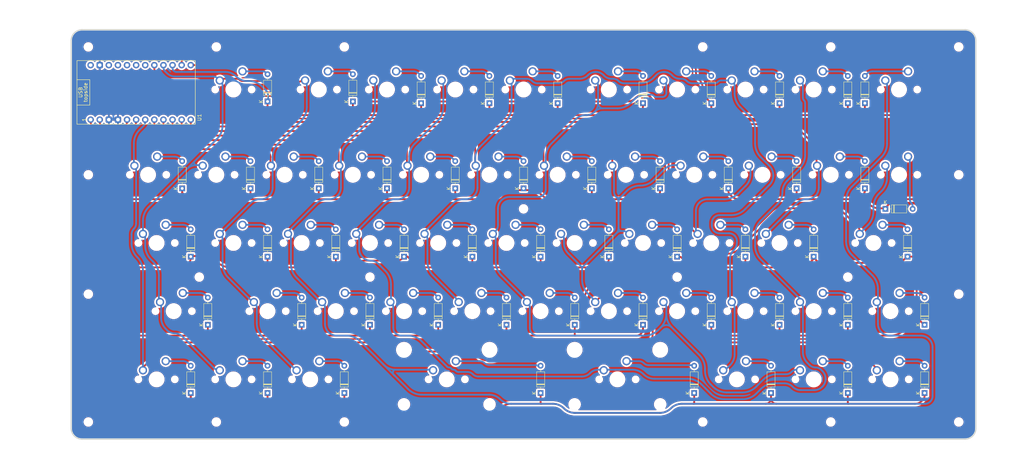
<source format=kicad_pcb>
(kicad_pcb (version 20221018) (generator pcbnew)
  (layers (0 "F.Cu" signal) (31 "B.Cu" signal) (34 "B.Paste" user) (35 "F.Paste" user) (36 "B.SilkS" user "B.Silkscreen") (37 "F.SilkS" user "F.Silkscreen") (38 "B.Mask" user) (39 "F.Mask" user) (44 "Edge.Cuts" user))
  (net 0 "")
  (net 1 "ROW0")
  (net 2 "Net-(D1-A)")
  (net 3 "Net-(D2-A)")
  (net 4 "Net-(D3-A)")
  (net 5 "Net-(D4-A)")
  (net 6 "Net-(D5-A)")
  (net 7 "Net-(D6-A)")
  (net 8 "COL1")
  (net 9 "GND")
  (net 10 "ROW1")
  (net 11 "ROW2")
  (net 12 "ROW3")
  (net 13 "ROW4")
  (net 14 "ROW5")
  (net 15 "ROW6")
  (net 17 "VCC")
  (net 19 "COL0")
  (net 20 "COL2")
  (net 21 "COL3")
  (net 22 "COL4")
  (net 23 "COL5")
  (net 24 "COL6")
  (net 25 "COL7")
  (net 26 "Net-(D7-A)")
  (net 27 "Net-(D8-A)")
  (net 28 "Net-(D9-A)")
  (net 29 "Net-(D10-A)")
  (net 30 "Net-(D11-A)")
  (net 31 "Net-(D12-A)")
  (net 32 "Net-(D13-A)")
  (net 33 "Net-(D14-A)")
  (net 34 "Net-(D15-A)")
  (net 35 "Net-(D16-A)")
  (net 36 "Net-(D17-A)")
  (net 37 "Net-(D18-A)")
  (net 38 "Net-(D19-A)")
  (net 39 "Net-(D20-A)")
  (net 40 "Net-(D21-A)")
  (net 41 "Net-(D22-A)")
  (net 42 "Net-(D23-A)")
  (net 43 "Net-(D24-A)")
  (net 44 "Net-(D25-A)")
  (net 45 "Net-(D26-A)")
  (net 46 "Net-(D27-A)")
  (net 47 "Net-(D28-A)")
  (net 48 "Net-(D29-A)")
  (net 49 "Net-(D30-A)")
  (net 50 "Net-(D31-A)")
  (net 51 "Net-(D32-A)")
  (net 52 "Net-(D33-A)")
  (net 53 "Net-(D34-A)")
  (net 54 "Net-(D35-A)")
  (net 55 "Net-(D36-A)")
  (net 56 "Net-(D37-A)")
  (net 57 "Net-(D38-A)")
  (net 58 "Net-(D39-A)")
  (net 59 "Net-(D40-A)")
  (net 60 "Net-(D41-A)")
  (net 61 "Net-(D42-A)")
  (net 62 "Net-(D43-A)")
  (net 63 "Net-(D44-A)")
  (net 64 "Net-(D45-A)")
  (net 65 "Net-(D46-A)")
  (net 66 "Net-(D47-A)")
  (net 67 "Net-(D48-A)")
  (net 68 "Net-(D49-A)")
  (net 69 "Net-(D50-A)")
  (net 70 "Net-(D51-A)")
  (net 71 "Net-(D52-A)")
  (footprint "Diode_THT:D_DO-35_SOD27_P7.62mm_Horizontal" (layer "F.Cu") (at 240.50625 115.72875 90)
    (fp_text reference "D43" hide)
    (fp_text value "1N4148" hide)
  )
  (footprint "MX_Solderable:MX-Solderable-1U" (layer "F.Cu") (at 211.93125 50.00625)
    (fp_text reference "MX8")
    (fp_text value "MX" hide)
  )
  (footprint "MX_Solderable:MX-Solderable-1U" (layer "F.Cu") (at 107.15625 92.86875)
    (fp_text reference "MX26")
    (fp_text value "MX" hide)
  )
  (footprint "MountingHole:MountingHole_2.2mm_M2" (layer "F.Cu") (at 107.15625 102.39375)
    (fp_text reference "REF**" hide)
    (fp_text value "MountingHole_2.2mm_M2" hide)
  )
  (footprint "Diode_THT:D_DO-35_SOD27_P7.62mm_Horizontal" (layer "F.Cu") (at 240.50625 134.77875 90)
    (fp_text reference "D51" hide)
    (fp_text value "1N4148" hide)
  )
  (footprint "Diode_THT:D_DO-35_SOD27_P7.62mm_Horizontal" (layer "F.Cu") (at 154.78125 96.67875 90)
    (fp_text reference "D28" hide)
    (fp_text value "1N4148" hide)
  )
  (footprint "Diode_THT:D_DO-35_SOD27_P7.62mm_Horizontal" (layer "F.Cu") (at 188.11875 77.62875 90)
    (fp_text reference "D18" hide)
    (fp_text value "1N4148" hide)
  )
  (footprint "Diode_THT:D_DO-35_SOD27_P7.62mm_Horizontal" (layer "F.Cu") (at 102.39375 53.34 90)
    (fp_text reference "D2" hide)
    (fp_text value "1N4148" hide)
  )
  (footprint "Diode_THT:D_DO-35_SOD27_P7.62mm_Horizontal" (layer "F.Cu") (at 219.075 134.77875 90)
    (fp_text reference "D50" hide)
    (fp_text value "1N4148" hide)
  )
  (footprint "MX_Solderable:MX-Solderable-1U" (layer "F.Cu") (at 97.63125 111.91875)
    (fp_text reference "MX36")
    (fp_text value "MX" hide)
  )
  (footprint "MX_Solderable:MX-Solderable-1.75U" (layer "F.Cu") (at 52.3875 111.91875)
    (fp_text reference "MX34")
    (fp_text value "MX" hide)
  )
  (footprint "MountingHole:MountingHole_2.2mm_M2" (layer "F.Cu") (at 100.0125 38.1)
    (fp_text reference "REF**" hide)
    (fp_text value "MountingHole_2.2mm_M2" hide)
  )
  (footprint "Diode_THT:D_DO-35_SOD27_P7.62mm_Horizontal" (layer "F.Cu") (at 107.15625 115.72875 90)
    (fp_text reference "D36" hide)
    (fp_text value "1N4148" hide)
  )
  (footprint "Diode_THT:D_DO-35_SOD27_P7.62mm_Horizontal" (layer "F.Cu") (at 159.54375 53.81625 90)
    (fp_text reference "D5" hide)
    (fp_text value "1N4148" hide)
  )
  (footprint "Diode_THT:D_DO-35_SOD27_P7.62mm_Horizontal" (layer "F.Cu") (at 57.15 96.67875 90)
    (fp_text reference "D23" hide)
    (fp_text value "1N4148" hide)
  )
  (footprint "MountingHole:MountingHole_2.2mm_M2" (layer "F.Cu") (at 271.4625 142.875)
    (fp_text reference "REF**" hide)
    (fp_text value "MountingHole_2.2mm_M2" hide)
  )
  (footprint "Diode_THT:D_DO-35_SOD27_P7.62mm_Horizontal" (layer "F.Cu") (at 57.15 134.77875 90)
    (fp_text reference "D45" hide)
    (fp_text value "1N4148" hide)
  )
  (footprint "Diode_THT:D_DO-35_SOD27_P7.62mm_Horizontal" (layer "F.Cu") (at 61.9125 115.72875 90)
    (fp_text reference "D34" hide)
    (fp_text value "1N4148" hide)
  )
  (footprint "MX_Solderable:MX-Solderable-1U" (layer "F.Cu") (at 121.44375 73.81875)
    (fp_text reference "MX15")
    (fp_text value "MX" hide)
  )
  (footprint "MX_Solderable:MX-Solderable-1.25U" (layer "F.Cu") (at 209.55 130.96875)
    (fp_text reference "MX50")
    (fp_text value "MX" hide)
  )
  (footprint "Diode_THT:D_DO-35_SOD27_P7.62mm_Horizontal" (layer "F.Cu") (at 78.58125 96.67875 90)
    (fp_text reference "D24" hide)
    (fp_text value "1N4148" hide)
  )
  (footprint "MX_Solderable:MX-Solderable-1.75U" (layer "F.Cu") (at 247.65 92.86875)
    (fp_text reference "MX33")
    (fp_text value "MX" hide)
  )
  (footprint "Diode_THT:D_DO-35_SOD27_P7.62mm_Horizontal" (layer "F.Cu") (at 226.21875 77.62875 90)
    (fp_text reference "D20" hide)
    (fp_text value "1N4148" hide)
  )
  (footprint "MountingHole:MountingHole_2.2mm_M2" (layer "F.Cu") (at 100.0125 142.875)
    (fp_text reference "REF**" hide)
    (fp_text value "MountingHole_2.2mm_M2" hide)
  )
  (footprint "Diode_THT:D_DO-35_SOD27_P7.62mm_Horizontal" (layer "F.Cu") (at 169.06875 77.62875 90)
    (fp_text reference "D17" hide)
    (fp_text value "1N4148" hide)
  )
  (footprint "MX_Solderable:MX-Solderable-1U" (layer "F.Cu") (at 145.25625 92.86875)
    (fp_text reference "MX28")
    (fp_text value "MX" hide)
  )
  (footprint "MountingHole:MountingHole_2.2mm_M2" (layer "F.Cu") (at 271.4625 38.1)
    (fp_text reference "REF**" hide)
    (fp_text value "MountingHole_2.2mm_M2" hide)
  )
  (footprint "MX_Solderable:MX-Solderable-1U" (layer "F.Cu") (at 78.58125 111.91875)
    (fp_text reference "MX35")
    (fp_text value "MX" hide)
  )
  (footprint "Diode_THT:D_DO-35_SOD27_P7.62mm_Horizontal" (layer "F.Cu") (at 257.175 96.67875 90)
    (fp_text reference "D33" hide)
    (fp_text value "1N4148" hide)
  )
  (footprint "Diode_THT:D_DO-35_SOD27_P7.62mm_Horizontal" (layer "F.Cu") (at 150.01875 77.62875 90)
    (fp_text reference "D16" hide)
    (fp_text value "1N4148" hide)
  )
  (footprint "Diode_THT:D_DO-35_SOD27_P7.62mm_Horizontal" (layer "F.Cu") (at 140.49375 53.81625 90)
    (fp_text reference "D4" hide)
    (fp_text value "1N4148" hide)
  )
  (footprint "Diode_THT:D_DO-35_SOD27_P7.62mm_Horizontal" (layer "F.Cu") (at 221.45625 53.81625 90)
    (fp_text reference "D8" hide)
    (fp_text value "1N4148" hide)
  )
  (footprint "MountingHole:MountingHole_2.2mm_M2" (layer "F.Cu") (at 28.575 38.1)
    (fp_text reference "REF**" hide)
    (fp_text value "MountingHole_2.2mm_M2" hide)
  )
  (footprint "Diode_THT:D_DO-35_SOD27_P7.62mm_Horizontal" (layer "F.Cu") (at 92.86875 77.62875 90)
    (fp_text reference "D13" hide)
    (fp_text value "1N4148" hide)
  )
  (footprint "MX_Solderable:MX-Solderable-1U" (layer "F.Cu") (at 92.86875 50.00625)
    (fp_text reference "MX2")
    (fp_text value "MX" hide)
  )
  (footprint "MX_Solderable:MX-Solderable-1U" (layer "F.Cu") (at 140.49375 73.81875)
    (fp_text reference "MX16")
    (fp_text value "MX" hide)
  )
  (footprint "Diode_THT:D_DO-35_SOD27_P7.62mm_Horizontal" (layer "F.Cu") (at 54.76875 77.62875 90)
    (fp_text reference "D11" hide)
    (fp_text value "1N4148" hide)
  )
  (footprint "Diode_THT:D_DO-35_SOD27_P7.62mm_Horizontal" (layer "F.Cu") (at 197.64375 134.77875 90)
    (fp_text reference "D49" hide)
    (fp_text value "1N4148" hide)
  )
  (footprint "Diode_THT:D_DO-35_SOD27_P7.62mm_Horizontal" (layer "F.Cu") (at 202.40625 53.81625 90)
    (fp_text reference "D7" hide)
    (fp_text value "1N4148" hide)
  )
  (footprint "MX_Solderable:MX-Solderable-1U" (layer "F.Cu") (at 69.05625 50.00625)
    (fp_text reference "MX1")
    (fp_text value "MX" hide)
  )
  (footprint "Diode_THT:D_DO-35_SOD27_P7.62mm_Horizontal" (layer "F.Cu") (at 73.81875 77.62875 90)
    (fp_text reference "D12" hide)
    (fp_text value "1N4148" hide)
  )
  (footprint "MX_Solderable:MX-Solderable-1.25U" (layer "F.Cu") (at 90.4875 130.96875)
    (fp_text reference "MX47")
    (fp_text value "MX" hide)
  )
  (footprint "Diode_THT:D_DO-35_SOD27_P7.62mm_Horizontal" (layer "F.Cu") (at 207.16875 77.62875 90)
    (fp_text reference "D19" hide)
    (fp_text value "1N4148" hide)
  )
  (footprint "MX_Solderable:MX-Solderable-1U" (layer "F.Cu") (at 150.01875 50.00625)
    (fp_text reference "MX5")
    (fp_text value "MX" hide)
  )
  (footprint "MountingHole:MountingHole_2.2mm_M2" (layer "F.Cu") (at 271.4625 107.15625)
    (fp_text reference "REF**" hide)
    (fp_text value "MountingHole_2.2mm_M2" hide)
  )
  (footprint "MX_Solderable:MX-Solderable-1U" (layer "F.Cu") (at 197.64375 73.81875)
    (fp_text reference "MX19")
    (fp_text value "MX" hide)
  )
  (footprint "Diode_THT:D_DO-35_SOD27_P7.62mm_Horizontal" (layer "F.Cu") (at 192.88125 96.67875 90)
    (fp_text reference "D30" hide)
    (fp_text value "1N4148" hide)
  )
  (footprint "MX_Solderable:MX-Solderable-1U" (layer "F.Cu") (at 83.34375 73.81875)
    (fp_text reference "MX13")
    (fp_text value "MX" hide)
  )
  (footprint "MX_Solderable:MX-Solderable-2.75U-ReversedStabilizers" (layer "F.Cu") (at 128.5875 130.96875)
    (fp_text reference "MX48")
    (fp_text value "MX" hide)
  )
  (footprint "Diode_THT:D_DO-35_SOD27_P7.62mm_Horizontal" (layer "F.Cu") (at 100.0125 134.77875 90)
    (fp_text reference "D47" hide)
    (fp_text value "1N4148" hide)
  )
  (footprint "MX_Solderable:MX-Solderable-1U" (layer "F.Cu") (at 183.35625 92.86875)
    (fp_text reference "MX30")
    (fp_text value "MX" hide)
  )
  (footprint "MountingHole:MountingHole_2.2mm_M2" (layer "F.Cu") (at 28.575 142.875)
    (fp_text reference "REF**" hide)
    (fp_text value "MountingHole_2.2mm_M2" hide)
  )
  (footprint "MX_Solderable:MX-Solderable-1U" (layer "F.Cu") (at 88.10625 92.86875)
    (fp_text reference "MX25")
    (fp_text value "MX" hide)
  )
  (footprint "Diode_THT:D_DO-35_SOD27_P7.62mm_Horizontal" (layer "F.Cu") (at 154.78125 134.77875 90)
    (fp_text reference "D48" hide)
    (fp_text value "1N4148" hide)
  )
  (footprint "MountingHole:MountingHole_2.2mm_M2" (layer "F.Cu") (at 28.575 107.15625)
    (fp_text reference "REF**" hide)
    (fp_text value "MountingHole_2.2mm_M2" hide)
  )
  (footprint "MX_Solderable:MX-Solderable-1.25U" (layer "F.Cu") (at 47.625 130.96875)
    (fp_text reference "MX45")
    (fp_text value "MX" hide)
  )
  (footprint "Diode_THT:D_DO-35_SOD27_P7.62mm_Horizontal" (layer "F.Cu") (at 126.20625 115.72875 90)
    (fp_text reference "D37" hide)
    (fp_text value "1N4148" hide)
  )
  (footprint "Diode_THT:D_DO-35_SOD27_P7.62mm_Horizontal" (layer "F.Cu") (at 202.40625 115.72875 90)
    (fp_text reference "D41" hide)
    (fp_text value "1N4148" hide)
  )
  (footprint "MX_Solderable:MX-Solderable-1.25U" (layer "F.Cu") (at 47.625 92.86875)
    (fp_text reference "MX23")
    (fp_text value "MX" hide)
  )
  (footprint "MX_Solderable:MX-Solderable-1U" (layer "F.Cu") (at 126.20625 92.86875)
    (fp_text reference "MX27")
    (fp_text value "MX" hide)
  )
  (footprint "MX_Solderable:MX-Solderable-2.25U-ReversedStabilizers" (layer "F.Cu") (at 176.2125 130.96875)
    (fp_text reference "MX49")
    (fp_text value "MX" hide)
  )
  (footprint "MX_Solderable:MX-Solderable-1U" (layer "F.Cu") (at 216.69375 73.81875)
    (fp_text reference "MX20")
    (fp_text value "MX" hide)
  )
  (footprint "MX_Solderable:MX-Solderable-1U" (layer "F.Cu") (at 254.79375 73.81875)
    (fp_text reference "MX22")
    (fp_text value "MX" hide)
  )
  (footprint "Diode_THT:D_DO-35_SOD27_P7.62mm_Horizontal" (layer "F.Cu") (at 261.9375 134.77875 90)
    (fp_text reference "D52" hide)
    (fp_text value "1N4148" hide)
  )
  (footprint "Diode_THT:D_DO-35_SOD27_P7.62mm_Horizontal" (layer "F.Cu") (at 221.45625 115.72875 90)
    (fp_text reference "D42" hide)
    (fp_text value "1N4148" hide)
  )
  (footprint "Diode_THT:D_DO-35_SOD27_P7.62mm_Horizontal" (layer "F.Cu") (at 121.44375 53.81625 90)
    (fp_text reference "D3" hide)
    (fp_text value "1N4148" hide)
  )
  (footprint "MX_Solderable:MX-Solderable-1U" (layer "F.Cu") (at 64.29375 73.81875)
    (fp_text reference "MX12")
    (fp_text value "MX" hide)
  )
  (footprint "PCM_marbastlib-xp-promicroish:ProMicro_USBup" (layer "F.Cu") (at 43.18 50.8 90)
    (fp_text reference "U1")
    (fp_text value "ProMicro" hide)
  )
  (footprint "Diode_THT:D_DO-35_SOD27_P7.62mm_Horizontal" (layer "F.Cu") (at 97.63125 96.67875 90)
    (fp_text reference "D25" hide)
    (fp_text value "1N4148" hide)
  )
  (footprint "MountingHole:MountingHole_2.2mm_M2" (layer "F.Cu") (at 200.025 38.1)
    (fp_text reference "REF**" hide)
    (fp_text value "MountingHole_2.2mm_M2" hide)
  )
  (footprint "MountingHole:MountingHole_2.2mm_M2" (layer "F.Cu") (at 235.74375 142.875)
    (fp_text reference "REF**" hide)
    (fp_text value "MountingHole_2.2mm_M2" hide)
  )
  (footprint "MX_Solderable:MX-Solderable-1U" (layer "F.Cu") (at 173.83125 50.00625)
    (fp_text reference "MX6")
    (fp_text value "MX" hide)
  )
  (footprint "MountingHole:MountingHole_2.2mm_M2" (layer "F.Cu") (at 150.01875 83.34375)
    (fp_text reference "REF**" hide)
    (fp_text value "MountingHole_2.2mm_M2" hide)
  )
  (footprint "Diode_THT:D_DO-35_SOD27_P7.62mm_Horizontal" (layer "F.Cu") (at 78.58125 53.34 90)
    (fp_text reference "D1" hide)
    (fp_text value "1N4148" hide)
  )
  (footprint "MX_Solderable:MX-Solderable-1U" (layer "F.Cu") (at 69.05625 92.86875)
    (fp_text reference "MX24")
    (fp_text value "MX" hide)
  )
  (footprint "Diode_THT:D_DO-35_SOD27_P7.62mm_Horizontal" (layer "F.Cu") (at 130.96875 77.62875 90)
    (fp_text reference "D15" hide)
    (fp_text value "1N4148" hide)
  )
  (footprint "MountingHole:MountingHole_2.2mm_M2" (layer "F.Cu") (at 28.575 73.81875)
    (fp_text reference "REF**" hide)
    (fp_text value "MountingHole_2.2mm_M2" hide)
  )
  (footprint "MX_Solderable:MX-Solderable-1U" (layer "F.Cu") (at 254.79375 50.00625)
    (fp_text reference "MX10")
    (fp_text value "MX" hide)
  )
  (footprint "MX_Solderable:MX-Solderable-1U" (layer "F.Cu") (at 235.74375 73.81875)
    (fp_text reference "MX21")
    (fp_text value "MX" hide)
  )
  (footprint "Diode_THT:D_DO-35_SOD27_P7.62mm_Horizontal" (layer "F.Cu") (at 78.58125 134.77875 90)
    (fp_text reference "D46" hide)
    (fp_text value "1N4148" hide)
  )
  (footprint "Diode_THT:D_DO-35_SOD27_P7.62mm_Horizontal" (layer "F.Cu") (at 88.10625 115.72875 90)
    (fp_text reference "D35" hide)
    (fp_text value "1N4148" hide)
  )
  (footprint "Diode_THT:D_DO-35_SOD27_P7.62mm_Horizontal" (layer "F.Cu") (at 116.68125 96.67875 90)
    (fp_text reference "D26" hide)
    (fp_text value "1N4148" hide)
  )
  (footprint "MX_Solderable:MX-Solderable-1U" (layer "F.Cu") (at 178.59375 73.81875)
    (fp_text reference "MX18")
    (fp_text value "MX" hide)
  )
  (footprint "Diode_THT:D_DO-35_SOD27_P7.62mm_Horizontal" (layer "F.Cu") (at 245.26875 53.81625 90)
    (fp_text reference "D10" hide)
    (fp_text value "1N4148" hide)
  )
  (footprint "Diode_THT:D_DO-35_SOD27_P7.62mm_Horizontal" (layer "F.Cu") (at 261.9375 115.72875 90)
    (fp_text reference "D44" hide)
    (fp_text value "1N4148" hide)
  )
  (footprint "MX_Solderable:MX-Solderable-1U" (layer "F.Cu") (at 230.98125 111.91875)
    (fp_text reference "MX43")
    (fp_text value "MX" hide)
  )
  (footprint "Diode_THT:D_DO-35_SOD27_P7.62mm_Horizontal" (layer "F.Cu") (at 240.50625 53.81625 90)
    (fp_text reference "D9" hide)
    (fp_text value "1N4148" hide)
  )
  (footprint "MX_Solderable:MX-Solderable-1U" (layer "F.Cu") (at 164.30625 92.86875)
    (fp_text reference "MX29")
    (fp_text value "MX" hide)
  )
  (footprint "MountingHole:MountingHole_2.2mm_M2" (layer "F.Cu") (at 64.29375 142.875)
    (fp_text reference "REF**" hide)
    (fp_text value "MountingHole_2.2mm_M2" hide)
  )
  (footprint "MX_Solderable:MX-Solderable-1U" (layer "F.Cu") (at 116.68125 111.91875)
    (fp_text reference "MX37")
    (fp_text value "MX" hide)
  )
  (footprint "MountingHole:MountingHole_2.2mm_M2" (layer "F.Cu") (at 271.4625 73.81875)
    (fp_text reference "REF**" hide)
    (fp_text value "MountingHole_2.2mm_M2" hide)
  )
  (footprint "MX_Solderable:MX-Solderable-1U" (layer "F.Cu") (at 159.54375 73.81875)
    (fp_text reference "MX17")
    (fp_text value "MX" hide)
  )
  (footprint "Diode_THT:D_DO-35_SOD27_P7.62mm_Horizontal" (layer "F.Cu") (at 250.98375 83.34375)
    (fp_text reference "D22" hide)
    (fp_text value "1N4148" hide)
  )
  (footprint "Diode_THT:D_DO-35_SOD27_P7.62mm_Horizontal" (layer "F.Cu") (at 164.30625 115.72875 90)
    (fp_text reference "D39" hide)
    (fp_text value "1N4148" hide)
  )
  (footprint "MountingHole:MountingHole_2.2mm_M2" (layer "F.Cu") (at 235.74375 38.1)
    (fp_text reference "REF**" hide)
    (fp_text value "MountingHole_2.2mm_M2" hide)
  )
  (footprint "MX_Solderable:MX-Solderable-1U" (layer "F.Cu") (at 221.45625 92.86875)
    (fp_text reference "MX32")
    (fp_text value "MX" hide)
  )
  (footprint "Diode_THT:D_DO-35_SOD27_P7.62mm_Horizontal" (layer "F.Cu") (at 183.35625 53.81625 90)
    (fp_text reference "D6" hide)
    (fp_text value "1N4148" hide)
  )
  (footprint "Diode_THT:D_DO-35_SOD27_P7.62mm_Horizontal" (layer "F.Cu") (at 145.25625 115.72875 90)
    (fp_text reference "D38" hide)
    (fp_text value "1N4148" hide)
  )
  (footprint "Diode_THT:D_DO-35_SOD27_P7.62mm_Horizontal" (layer "F.Cu") (at 111.91875 77.62875 90)
    (fp_text reference "D14" hide)
    (fp_text value "1N4148" hide)
  )
  (footprint "MX_Solderable:MX-Solderable-1U" (layer "F.Cu") (at 230.98125 130.96875)
    (fp_text reference "MX51")
    (fp_text value "MX" hide)
  )
  (footprint "MX_Solderable:MX-Solderable-1U" (layer "F.Cu") (at 192.88125 50.00625)
    (fp_text reference "MX7")
    (fp_text value "MX" hide)
  )
  (footprint "MX_Solderable:MX-Solderable-1U" (layer "F.Cu") (at 130.96875 50.00625)
    (fp_text reference "MX4")
    (fp_text value "MX" hide)
  )
  (footprint "Diode_THT:D_DO-35_SOD27_P7.62mm_Horizontal" (layer "F.Cu") (at 245.26875 77.62875 90)
    (fp_text reference "D21" hide)
    (fp_text value "1N4148" hide)
  )
  (footprint "MountingHole:MountingHole_2.2mm_M2" (layer "F.Cu") (at 240.50625 102.39375)
    (fp_text reference "REF**" hide)
    (fp_text value "MountingHole_2.2mm_M2" hide)
  )
  (footprint "MountingHole:MountingHole_2.2mm_M2" (layer "F.Cu") (at 59.53125 102.39375)
    (fp_text reference "REF**" hide)
    (fp_text value "MountingHole_2.2mm_M2" hide)
  )
  (footprint "Diode_THT:D_DO-35_SOD27_P7.62mm_Horizontal" (layer "F.Cu") (at 211.93125 96.67875 90)
    (fp_text reference "D31" hide)
    (fp_text value "1N4148" hide)
  )
  (footprint "MX_Solderable:MX-Solderable-1U" (layer "F.Cu") (at 154.78125 111.91875)
    (fp_text reference "MX39")
    (fp_text value "MX" hide)
  )
  (footprint "MX_Solderable:MX-Solderable-1U" (layer "F.Cu") (at 202.40625 92.86875)
    (fp_text reference "MX31")
    (fp_text value "MX" hide)
  )
  (footprint "MX_Solderable:MX-Solderable-1U" (layer "F.Cu") (at 111.91875 50.00625)
    (fp_text reference "MX3")
    (fp_text value "MX" hide)
  )
  (footprint "MX_Solderable:MX-Solderable-1.25U" (layer "F.Cu") (at 252.4125 111.91875)
    (fp_text reference "MX44")
    (fp_text value "MX" hide)
  )
  (footprint "MountingHole:MountingHole_2.2mm_M2" (layer "F.Cu") (at 192.88125 102.39375)
    (fp_text reference "REF**" hide)
    (fp_text value "MountingHole_2.2mm_M2" hide)
  )
  (footprint "MX_Solderable:MX-Solderable-1U" (layer "F.Cu") (at 173.83125 111.91875)
    (fp_text reference "MX40")
    (fp_text value "MX" hide)
  )
  (footprint "MX_Solderable:MX-Solderable-1U" (layer "F.Cu") (at 211.93125 111.91875)
    (fp_text reference "MX42")
    (fp_text value "MX" hide)
  )
  (footprint "MX_Solderable:MX-Solderable-1U" (layer "F.Cu") (at 45.24375 73.81875)
    (fp_text reference "MX11")
    (fp_text value "MX" hide)
  )
  (footprint "Diode_THT:D_DO-35_SOD27_P7.62mm_Horizontal" (layer "F.Cu") (at 183.35625 115.72875 90)
    (fp_text reference "D40" hide)
    (fp_text value "1N4148" hide)
  )
  (footprint "MountingHole:MountingHole_2.2mm_M2" (layer "F.Cu") (at 64.29375 38.1)
    (fp_text reference "REF**" hide)
    (fp_text value "MountingHole_2.2mm_M2" hide)
  )
  (footprint "MX_Solderable:MX-Solderable-1.25U" (layer "F.Cu") (at 252.4125 130.96875)
    (fp_text reference "MX52")
    (fp_text value "MX" hide)
  )
  (footprint "Diode_THT:D_DO-35_SOD27_P7.62mm_Horizontal" (layer "F.Cu") (at 135.73125 96.67875 90)
    (fp_text reference "D27" hide)
    (fp_text value "1N4148" hide)
  )
  (footprint "MX_Solderable:MX-Solderable-1U" (layer "F.Cu") (at 102.39375 73.81875)
    (fp_text reference "MX14")
    (fp_text value "MX" hide)
  )
  (footprint "MX_Solderable:MX-Solderable-1U" (layer "F.Cu") (at 69.05625 130.96875)
    (fp_text reference "MX46")
    (fp_text value "MX" hide)
  )
  (footprint "MX_Solderable:MX-Solderable-1U" (layer "F.Cu") (at 192.88125 111.91875)
    (fp_text reference "MX41")
    (fp_text value "MX" hide)
  )
  (footprint "MX_Solderable:MX-Solderable-1U" (layer "F.Cu") (at 230.98125 50.00625)
    (fp_text reference "MX9")
    (fp_text value "MX" hide)
  )
  (footprint "MX_Solderable:MX-Solderable-1U" (layer "F.Cu") (at 135.73125 111.91875)
    (fp_text reference "MX38")
    (fp_text value "MX" hide)
  )
  (footprint "Diode_THT:D_DO-35_SOD27_P7.62mm_Horizontal" (layer "F.Cu") (at 230.98125 96.67875 90)
    (fp_text reference "D32" hide)
    (fp_text value "1N4148" hide)
  )
  (footprint "Diode_THT:D_DO-35_SOD27_P7.62mm_Horizontal" (layer "F.Cu") (at 173.83125 96.67875 90)
    (fp_text reference "D29" hide)
    (fp_text value "1N4148" hide)
  )
  (footprint "MountingHole:MountingHole_2.2mm_M2" (layer "F.Cu") (at 200.025 142.875)
    (fp_text reference "REF**" hide)
    (fp_text value "MountingHole_2.2mm_M2" hide)
  )
  (gr_line (start 26.8125 33.3375) (end 273.225 33.3375) (stroke (width 0.4)) (layer "Edge.Cuts"))
  (gr_arc (start 276.225 144.6375) (mid 275.34632 146.75882) (end 273.225 147.6375) (stroke (width 0.4)) (layer "Edge.Cuts"))
  (gr_line (start 23.8125 144.6375) (end 23.8125 36.3375) (stroke (width 0.4)) (layer "Edge.Cuts"))
  (gr_line (start 273.225 147.6375) (end 26.8125 147.6375) (stroke (width 0.4)) (layer "Edge.Cuts"))
  (gr_arc (start 26.8125 147.6375) (mid 24.69118 146.75882) (end 23.8125 144.6375) (stroke (width 0.4)) (layer "Edge.Cuts"))
  (gr_arc (start 273.225 33.3375) (mid 275.34632 34.21618) (end 276.225 36.3375) (stroke (width 0.4)) (layer "Edge.Cuts"))
  (gr_line (start 276.225 36.3375) (end 276.225 144.6375) (stroke (width 0.4)) (layer "Edge.Cuts"))
  (gr_arc (start 23.8125 36.3375) (mid 24.69118 34.21618) (end 26.8125 33.3375) (stroke (width 0.4)) (layer "Edge.Cuts"))
  (segment (start 182.794983 55.965016) (end 182.483125 56.276875) (width 0.5) (layer "F.Cu") (net 1))
  (segment (start 78.58125 54.710971) (end 78.58125 53.34) (width 0.5) (layer "F.Cu") (net 1))
  (segment (start 140.222746 57.15) (end 121.397253 57.15) (width 0.5) (layer "F.Cu") (net 1))
  (segment (start 121.397253 57.15) (end 121.172746 57.15) (width 0.5) (layer "F.Cu") (net 1))
  (segment (start 159.497253 57.15) (end 159.272746 57.15) (width 0.5) (layer "F.Cu") (net 1))
  (segment (start 140.49375 56.878996) (end 140.49375 53.81625) (width 0.5) (layer "F.Cu") (net 1))
  (segment (start 121.44375 56.878996) (end 121.44375 53.81625) (width 0.5) (layer "F.Cu") (net 1))
  (segment (start 140.447253 57.15) (end 140.222746 57.15) (width 0.5) (layer "F.Cu") (net 1))
  (segment (start 102.347253 57.15) (end 102.122746 57.15) (width 0.5) (layer "F.Cu") (net 1))
  (segment (start 183.35625 54.61) (end 183.35625 53.81625) (width 0.5) (layer "F.Cu") (net 1))
  (segment (start 140.447253 57.15) (end 159.272746 57.15) (width 0.5) (layer "F.Cu") (net 1))
  (segment (start 102.122746 57.15) (end 81.020278 57.15) (width 0.5) (layer "F.Cu") (net 1))
  (segment (start 159.54375 56.878996) (end 159.54375 53.81625) (width 0.5) (layer "F.Cu") (net 1))
  (segment (start 159.497253 57.15) (end 180.375214 57.15) (width 0.5) (layer "F.Cu") (net 1))
  (segment (start 102.39375 56.878996) (end 102.39375 53.34) (width 0.5) (layer "F.Cu") (net 1))
  (segment (start 121.172746 57.15) (end 102.347253 57.15) (width 0.5) (layer "F.Cu") (net 1))
  (arc (start 121.364375 57.070625) (mid 121.354295 57.121296) (end 121.397253 57.15) (width 0.5) (layer "F.Cu") (net 1))
  (arc (start 140.414375 57.070625) (mid 140.404295 57.121296) (end 140.447253 57.15) (width 0.5) (layer "F.Cu") (net 1))
  (arc (start 78.58125 54.710971) (mid 78.76691 55.644347) (end 79.295625 56.435625) (width 0.5) (layer "F.Cu") (net 1))
  (arc (start 121.172746 57.15) (mid 121.276455 57.129371) (end 121.364375 57.070625) (width 0.5) (layer "F.Cu") (net 1))
  (arc (start 183.35625 54.61) (mid 183.210381 55.343329) (end 182.794983 55.965016) (width 0.5) (layer "F.Cu") (net 1))
  (arc (start 102.122746 57.15) (mid 102.226455 57.129371) (end 102.314375 57.070625) (width 0.5) (layer "F.Cu") (net 1))
  (arc (start 159.272746 57.15) (mid 159.376455 57.129371) (end 159.464375 57.070625) (width 0.5) (layer "F.Cu") (net 1))
  (arc (start 102.314375 57.070625) (mid 102.304295 57.121296) (end 102.347253 57.15) (width 0.5) (layer "F.Cu") (net 1))
  (arc (start 79.295625 56.435625) (mid 80.086902 56.964339) (end 81.020278 57.15) (width 0.5) (layer "F.Cu") (net 1))
  (arc (start 182.483125 56.276875) (mid 181.516007 56.923082) (end 180.375214 57.15) (width 0.5) (layer "F.Cu") (net 1))
  (arc (start 140.222746 57.15) (mid 140.326455 57.129371) (end 140.414375 57.070625) (width 0.5) (layer "F.Cu") (net 1))
  (arc (start 140.49375 56.878996) (mid 140.473121 56.982705) (end 140.414375 57.070625) (width 0.5) (layer "F.Cu") (net 1))
  (arc (start 121.44375 56.878996) (mid 121.423121 56.982705) (end 121.364375 57.070625) (width 0.5) (layer "F.Cu") (net 1))
  (arc (start 102.39375 56.878996) (mid 102.373121 56.982705) (end 102.314375 57.070625) (width 0.5) (layer "F.Cu") (net 1))
  (arc (start 159.54375 56.878996) (mid 159.523121 56.982705) (end 159.464375 57.070625) (width 0.5) (layer "F.Cu") (net 1))
  (arc (start 159.464375 57.070625) (mid 159.454295 57.121296) (end 159.497253 57.15) (width 0.5) (layer "F.Cu") (net 1))
  (segment (start 73.3425 47.625) (end 72.916051 47.625) (width 0.5) (layer "B.Cu") (net 1))
  (segment (start 78.58125 52.976003) (end 78.58125 53.34) (width 0.5) (layer "B.Cu") (net 1))
  (segment (start 77.136544 49.196544) (end 78.06648 50.12648) (width 0.5) (layer "B.Cu") (net 1))
  (segment (start 78.74 52.592746) (end 78.74 51.7525) (width 0.5) (layer "B.Cu") (net 1))
  (segment (start 66.783948 45.085) (end 53.154012 45.085) (width 0.5) (layer "B.Cu") (net 1))
  (segment (start 52.07 44.000987) (end 52.07 43.18) (width 0.5) (layer "B.Cu") (net 1))
  (arc (start 77.136544 49.196544) (mid 75.395822 48.03343) (end 73.3425 47.625) (width 0.5) (layer "B.Cu") (net 1))
  (arc (start 69.85 46.355) (mid 68.443283 45.415062) (end 66.783948 45.085) (width 0.5) (layer "B.Cu") (net 1))
  (arc (start 78.660625 52.784375) (mid 78.601878 52.872294) (end 78.58125 52.976003) (width 0.5) (layer "B.Cu") (net 1))
  (arc (start 52.3875 44.7675) (mid 52.739178 45.002484) (end 53.154012 45.085) (width 0.5) (layer "B.Cu") (net 1))
  (arc (start 69.85 46.355) (mid 71.256716 47.294937) (end 72.916051 47.625) (width 0.5) (layer "B.Cu") (net 1))
  (arc (start 52.07 44.000987) (mid 52.152515 44.41582) (end 52.3875 44.7675) (width 0.5) (layer "B.Cu") (net 1))
  (arc (start 78.06648 50.12648) (mid 78.564957 50.872504) (end 78.74 51.7525) (width 0.5) (layer "B.Cu") (net 1))
  (arc (start 78.74 52.592746) (mid 78.719371 52.696455) (end 78.660625 52.784375) (width 0.5) (layer "B.Cu") (net 1))
  (segment (start 78.184375 45.323125) (end 78.58125 45.72) (width 0.5) (layer "B.Cu") (net 2))
  (segment (start 77.226233 44.92625) (end 71.59625 44.92625) (width 0.5) (layer "B.Cu") (net 2))
  (arc (start 78.184375 45.323125) (mid 77.744775 45.029394) (end 77.226233 44.92625) (width 0.5) (layer "B.Cu") (net 2))
  (segment (start 101.038733 44.92625) (end 95.40875 44.92625) (width 0.5) (layer "B.Cu") (net 3))
  (segment (start 101.996875 45.323125) (end 102.39375 45.72) (width 0.5) (layer "B.Cu") (net 3))
  (arc (start 101.996875 45.323125) (mid 101.557275 45.029394) (end 101.038733 44.92625) (width 0.5) (layer "B.Cu") (net 3))
  (segment (start 119.275724 44.92625) (end 114.45875 44.92625) (width 0.5) (layer "B.Cu") (net 4))
  (segment (start 120.80875 45.56125) (end 121.44375 46.19625) (width 0.5) (layer "B.Cu") (net 4))
  (arc (start 120.80875 45.56125) (mid 120.105391 45.091281) (end 119.275724 44.92625) (width 0.5) (layer "B.Cu") (net 4))
  (segment (start 138.325724 44.92625) (end 133.50875 44.92625) (width 0.5) (layer "B.Cu") (net 5))
  (segment (start 139.85875 45.56125) (end 140.49375 46.19625) (width 0.5) (layer "B.Cu") (net 5))
  (arc (start 139.85875 45.56125) (mid 139.155391 45.091281) (end 138.325724 44.92625) (width 0.5) (layer "B.Cu") (net 5))
  (segment (start 157.375724 44.92625) (end 152.55875 44.92625) (width 0.5) (layer "B.Cu") (net 6))
  (segment (start 158.90875 45.56125) (end 159.54375 46.19625) (width 0.5) (layer "B.Cu") (net 6))
  (arc (start 158.90875 45.56125) (mid 158.205391 45.091281) (end 157.375724 44.92625) (width 0.5) (layer "B.Cu") (net 6))
  (segment (start 181.188224 44.92625) (end 176.37125 44.92625) (width 0.5) (layer "B.Cu") (net 7))
  (segment (start 182.72125 45.56125) (end 183.35625 46.19625) (width 0.5) (layer "B.Cu") (net 7))
  (arc (start 182.72125 45.56125) (mid 182.017891 45.091281) (end 181.188224 44.92625) (width 0.5) (layer "B.Cu") (net 7))
  (segment (start 119.116974 52.333025) (end 119.0625 52.3875) (width 0.5) (layer "F.Cu") (net 8))
  (segment (start 157.797499 52.387499) (end 158.07648 52.108519) (width 0.5) (layer "F.Cu") (net 8))
  (segment (start 231.775 71.007746) (end 231.775 68.293963) (width 0.5) (layer "F.Cu") (net 8))
  (segment (start 70.035987 46.99) (end 66.059259 46.99) (width 0.5) (layer "F.Cu") (net 8))
  (segment (start 142.5575 52.3875) (end 142.278519 52.108519) (width 0.5) (layer "F.Cu") (net 8))
  (segment (start 231.854375 71.199375) (end 231.93375 71.27875) (width 0.5) (layer "F.Cu") (net 8))
  (segment (start 95.064012 47.439012) (end 95.25 47.625) (width 0.5) (layer "F.Cu") (net 8))
  (segment (start 186.055 56.437961) (end 186.055 53.603025) (width 0.5) (layer "F.Cu") (net 8))
  (segment (start 227.018792 61.283792) (end 230.181207 64.446207) (width 0.5) (layer "F.Cu") (net 8))
  (segment (start 178.992961 53.34) (end 163.907038 53.34) (width 0.5) (layer "F.Cu") (net 8))
  (segment (start 65.484375 47.228125) (end 65.24625 47.46625) (width 0.5) (layer "F.Cu") (net 8))
  (segment (start 138.747499 52.387499) (end 139.02648 52.108519) (width 0.5) (layer "F.Cu") (net 8))
  (segment (start 104.775 52.07) (end 104.178519 51.473519) (width 0.5) (layer "F.Cu") (net 8))
  (segment (start 125.807038 53.34) (end 136.447961 53.34) (width 0.5) (layer "F.Cu") (net 8))
  (segment (start 90.092961 45.085) (end 88.156051 45.085) (width 0.5) (layer "F.Cu") (net 8))
  (segment (start 107.841051 53.34) (end 116.762961 53.34) (width 0.5) (layer "F.Cu") (net 8))
  (segment (start 183.515 51.435) (end 183.886974 51.435) (width 0.5) (layer "F.Cu") (net 8))
  (segment (start 123.5075 52.3875) (end 123.453025 52.333025) (width 0.5) (layer "F.Cu") (net 8))
  (segment (start 144.857038 53.34) (end 155.497961 53.34) (width 0.5) (layer "F.Cu") (net 8))
  (segment (start 189.307038 59.69) (end 223.171036 59.69) (width 0.5) (layer "F.Cu") (net 8))
  (segment (start 161.328519 52.108519) (end 161.6075 52.3875) (width 0.5) (layer "F.Cu") (net 8))
  (segment (start 96.969012 52.07) (end 99.431974 52.07) (width 0.5) (layer "F.Cu") (net 8))
  (segment (start 92.895987 46.540987) (end 92.3925 46.0375) (width 0.5) (layer "F.Cu") (net 8))
  (segment (start 95.885 49.158025) (end 95.885 50.985987) (width 0.5) (layer "F.Cu") (net 8))
  (segment (start 102.498025 50.8) (end 102.5525 50.8) (width 0.5) (layer "F.Cu") (net 8))
  (segment (start 71.569012 47.625) (end 82.023948 47.625) (width 0.5) (layer "F.Cu") (net 8))
  (segment (start 181.346974 52.333025) (end 181.2925 52.3875) (width 0.5) (layer "F.Cu") (net 8))
  (arc (start 88.156051 45.085) (mid 86.496716 45.415062) (end 85.09 46.355) (width 0.5) (layer "F.Cu") (net 8))
  (arc (start 230.181207 64.446207) (mid 231.360786 66.211572) (end 231.775 68.293963) (width 0.5) (layer "F.Cu") (net 8))
  (arc (start 159.7025 51.435) (mid 158.822504 51.610041) (end 158.07648 52.108519) (width 0.5) (layer "F.Cu") (net 8))
  (arc (start 142.278519 52.108519) (mid 141.532495 51.610041) (end 140.6525 51.435) (width 0.5) (layer "F.Cu") (net 8))
  (arc (start 142.5575 52.3875) (mid 143.612537 53.092453) (end 144.857038 53.34) (width 0.5) (layer "F.Cu") (net 8))
  (arc (start 95.25 47.625) (mid 95.719968 48.328357) (end 95.885 49.158025) (width 0.5) (layer "F.Cu") (net 8))
  (arc (start 104.775 52.07) (mid 106.181716 53.009937) (end 107.841051 53.34) (width 0.5) (layer "F.Cu") (net 8))
  (arc (start 185.42 52.07) (mid 184.716641 51.600031) (end 183.886974 51.435) (width 0.5) (layer "F.Cu") (net 8))
  (arc (start 123.453025 52.333025) (mid 122.458326 51.668389) (end 121.285 51.435) (width 0.5) (layer "F.Cu") (net 8))
  (arc (start 181.2925 52.3875) (mid 180.237462 53.092453) (end 178.992961 53.34) (width 0.5) (layer "F.Cu") (net 8))
  (arc (start 66.059259 46.99) (mid 65.748134 47.051886) (end 65.484375 47.228125) (width 0.5) (layer "F.Cu") (net 8))
  (arc (start 186.055 56.437961) (mid 186.302546 57.682462) (end 187.0075 58.7375) (width 0.5) (layer "F.Cu") (net 8))
  (arc (start 140.6525 51.435) (mid 139.772504 51.610041) (end 139.02648 52.108519) (width 0.5) (layer "F.Cu") (net 8))
  (arc (start 187.0075 58.7375) (mid 188.062537 59.442453) (end 189.307038 59.69) (width 0.5) (layer "F.Cu") (net 8))
  (arc (start 119.0625 52.3875) (mid 118.007462 53.092453) (end 116.762961 53.34) (width 0.5) (layer "F.Cu") (net 8))
  (arc (start 227.018792 61.283792) (mid 225.253426 60.104213) (end 223.171036 59.69) (width 0.5) (layer "F.Cu") (net 8))
  (arc (start 92.895987 46.540987) (mid 93.393336 46.873305) (end 93.98 46.99) (width 0.5) (layer "F.Cu") (net 8))
  (arc (start 70.8025 47.3075) (mid 71.154178 47.542484) (end 71.569012 47.625) (width 0.5) (layer "F.Cu") (net 8))
  (arc (start 231.775 71.007746) (mid 231.795628 71.111455) (end 231.854375 71.199375) (width 0.5) (layer "F.Cu") (net 8))
  (arc (start 183.515 51.435) (mid 182.341672 51.668389) (end 181.346974 52.333025) (width 0.5) (layer "F.Cu") (net 8))
  (arc (start 104.178519 51.473519) (mid 103.432495 50.975041) (end 102.5525 50.8) (width 0.5) (layer "F.Cu") (net 8))
  (arc (start 70.8025 47.3075) (mid 70.45082 47.072515) (end 70.035987 46.99) (width 0.5) (layer "F.Cu") (net 8))
  (arc (start 102.498025 50.8) (mid 101.668357 50.965031) (end 100.965 51.435) (width 0.5) (layer "F.Cu") (net 8))
  (arc (start 161.6075 52.3875) (mid 162.662537 53.092453) (end 163.907038 53.34) (width 0.5) (layer "F.Cu") (net 8))
  (arc (start 121.285 51.435) (mid 120.111672 51.668389) (end 119.116974 52.333025) (width 0.5) (layer "F.Cu") (net 8))
  (arc (start 157.797499 52.387499) (mid 156.742462 53.092453) (end 155.497961 53.34) (width 0.5) (layer "F.Cu") (net 8))
  (arc (start 92.3925 46.0375) (mid 91.337462 45.332546) (end 90.092961 45.085) (width 0.5) (layer "F.Cu") (net 8))
  (arc (start 185.42 52.07) (mid 185.889968 52.773357) (end 186.055 53.603025) (width 0.5) (layer "F.Cu") (net 8))
  (arc (start 138.747499 52.387499) (mid 137.692462 53.092453) (end 136.447961 53.34) (width 0.5) (layer "F.Cu") (net 8))
  (arc (start 85.09 46.355) (mid 83.683283 47.294937) (end 82.023948 47.625) (width 0.5) (layer "F.Cu") (net 8))
  (arc (start 95.064012 47.439012) (mid 94.566663 47.106694) (end 93.98 46.99) (width 0.5) (layer "F.Cu") (net 8))
  (arc (start 95.885 50.985987) (mid 95.967515 51.40082) (end 96.2025 51.7525) (width 0.5) (layer "F.Cu") (net 8))
  (arc (start 100.965 51.435) (mid 100.261641 51.904968) (end 99.431974 52.07) (width 0.5) (layer "F.Cu") (net 8))
  (arc (start 123.5075 52.3875) (mid 124.562537 53.092453) (end 125.807038 53.34) (width 0.5) (layer "F.Cu") (net 8))
  (arc (start 96.2025 51.7525) (mid 96.554178 51.987484) (end 96.969012 52.07) (width 0.5) (layer "F.Cu") (net 8))
  (arc (start 161.328519 52.108519) (mid 160.582495 51.610041) (end 159.7025 51.435) (width 0.5) (layer "F.Cu") (net 8))
  (segment (start 46.043792 97.478792) (end 46.666207 98.101207) (width 0.5) (layer "B.Cu") (net 8))
  (segment (start 63.349227 46.355) (end 52.782038 46.355) (width 0.5) (layer "B.Cu") (net 8))
  (segment (start 50.165 116.84) (end 50.536974 117.211974) (width 0.5) (layer "B.Cu") (net 8))
  (segment (start 64.849375 47.069375) (end 65.643125 47.863125) (width 0.5) (layer "B.Cu") (net 8))
  (segment (start 49.979012 44.899012) (end 50.4825 45.4025) (width 0.5) (layer "B.Cu") (net 8))
  (segment (start 64.446207 63.823792) (end 58.272532 69.997467) (width 0.5) (layer "B.Cu") (net 8))
  (segment (start 65.166875 128.349375) (end 65.24625 128.42875) (width 0.5) (layer "B.Cu") (net 8))
  (segment (start 64.975246 128.27) (end 64.61125 128.27) (width 0.5) (layer "B.Cu") (net 8))
  (segment (start 60.404375 71.199375) (end 60.48375 71.27875) (width 0.5) (layer "B.Cu") (net 8))
  (segment (start 48.26 101.948963) (end 48.26 108.360493) (width 0.5) (layer "B.Cu") (net 8))
  (segment (start 48.895 113.773948) (end 48.895 109.920756) (width 0.5) (layer "B.Cu") (net 8))
  (segment (start 232.41 77.392961) (end 232.41 72.091759) (width 0.5) (layer "B.Cu") (net 8))
  (segment (start 64.690625 46.910625) (end 64.849375 47.069375) (width 0.5) (layer "B.Cu") (net 8))
  (segment (start 48.5775 109.154243) (end 48.5775 109.127006) (width 0.5) (layer "B.Cu") (net 8))
  (segment (start 228.9175 80.645) (end 229.157961 80.645) (width 0.5) (layer "B.Cu") (net 8))
  (segment (start 56.027467 72.242531) (end 45.408792 82.861207) (width 0.5) (layer "B.Cu") (net 8))
  (segment (start 49.53 43.815) (end 49.53 43.18) (width 0.5) (layer "B.Cu") (net 8))
  (segment (start 56.027467 72.242531) (end 58.272532 69.997467) (width 0.5) (layer "B.Cu") (net 8))
  (segment (start 226.207467 81.767532) (end 217.64625 90.32875) (width 0.5) (layer "B.Cu") (net 8))
  (segment (start 58.7375 71.12) (end 60.212746 71.12) (width 0.5) (layer "B.Cu") (net 8))
  (segment (start 44.45 93.631036) (end 44.45 91.412762) (width 0.5) (layer "B.Cu") (net 8))
  (segment (start 43.815 89.879737) (end 43.815 86.708963) (width 0.5) (layer "B.Cu") (net 8))
  (segment (start 232.171875 71.516875) (end 231.93375 71.27875) (width 0.5) (layer "B.Cu") (net 8))
  (segment (start 66.04 48.821266) (end 66.04 59.976036) (width 0.5) (layer "B.Cu") (net 8))
  (segment (start 54.873025 119.008025) (end 63.79824 127.93324) (width 0.5) (layer "B.Cu") (net 8))
  (arc (start 64.690625 46.910625) (mid 64.075186 46.499402) (end 63.349227 46.355) (width 0.5) (layer "B.Cu") (net 8))
  (arc (start 228.9175 80.645) (mid 227.45084 80.936736) (end 226.207467 81.767532) (width 0.5) (layer "B.Cu") (net 8))
  (arc (start 50.4825 45.4025) (mid 51.537537 46.107453) (end 52.782038 46.355) (width 0.5) (layer "B.Cu") (net 8))
  (arc (start 54.873025 119.008025) (mid 53.878326 118.343389) (end 52.705 118.11) (width 0.5) (layer "B.Cu") (net 8))
  (arc (start 65.643125 47.863125) (mid 65.936855 48.302723) (end 66.04 48.821266) (width 0.5) (layer "B.Cu") (net 8))
  (arc (start 43.815 89.879737) (mid 43.897515 90.29457) (end 44.1325 90.64625) (width 0.5) (layer "B.Cu") (net 8))
  (arc (start 63.79824 127.93324) (mid 64.171252 128.182478) (end 64.61125 128.27) (width 0.5) (layer "B.Cu") (net 8))
  (arc (start 60.404375 71.199375) (mid 60.316455 71.140628) (end 60.212746 71.12) (width 0.5) (layer "B.Cu") (net 8))
  (arc (start 44.45 93.631036) (mid 44.864213 95.713426) (end 46.043792 97.478792) (width 0.5) (layer "B.Cu") (net 8))
  (arc (start 48.26 108.360493) (mid 48.301257 108.56791) (end 48.41875 108.74375) (width 0.5) (layer "B.Cu") (net 8))
  (arc (start 44.1325 90.64625) (mid 44.367484 90.997928) (end 44.45 91.412762) (width 0.5) (layer "B.Cu") (net 8))
  (arc (start 46.666207 98.101207) (mid 47.845786 99.866572) (end 48.26 101.948963) (width 0.5) (layer "B.Cu") (net 8))
  (arc (start 58.7375 71.12) (mid 57.27084 71.411736) (end 56.027467 72.242531) (width 0.5) (layer "B.Cu") (net 8))
  (arc (start 48.41875 108.74375) (mid 48.536242 108.919589) (end 48.5775 109.127006) (width 0.5) (layer "B.Cu") (net 8))
  (arc (start 45.408792 82.861207) (mid 44.229213 84.626572) (end 43.815 86.708963) (width 0.5) (layer "B.Cu") (net 8))
  (arc (start 66.04 59.976036) (mid 65.625786 62.058426) (end 64.446207 63.823792) (width 0.5) (layer "B.Cu") (net 8))
  (arc (start 232.41 77.392961) (mid 232.162453 78.637462) (end 231.4575 79.6925) (width 0.5) (layer "B.Cu") (net 8))
  (arc (start 49.53 43.815) (mid 49.646694 44.401663) (end 49.979012 44.899012) (width 0.5) (layer "B.Cu") (net 8))
  (arc (start 48.5775 109.154243) (mid 48.618757 109.36166) (end 48.73625 109.5375) (width 0.5) (layer "B.Cu") (net 8))
  (arc (start 231.4575 79.6925) (mid 230.402462 80.397453) (end 229.157961 80.645) (width 0.5) (layer "B.Cu") (net 8))
  (arc (start 232.171875 71.516875) (mid 232.348113 71.780634) (end 232.41 72.091759) (width 0.5) (layer "B.Cu") (net 8))
  (arc (start 48.73625 109.5375) (mid 48.853742 109.713339) (end 48.895 109.920756) (width 0.5) (layer "B.Cu") (net 8))
  (arc (start 65.166875 128.349375) (mid 65.078955 128.290628) (end 64.975246 128.27) (width 0.5) (layer "B.Cu") (net 8))
  (arc (start 48.895 113.773948) (mid 49.225062 115.433283) (end 50.165 116.84) (width 0.5) (layer "B.Cu") (net 8))
  (arc (start 58.272532 69.997467) (mid 58.12999 70.714074) (end 58.7375 71.12) (width 0.5) (layer "B.Cu") (net 8))
  (arc (start 50.536974 117.211974) (mid 51.531672 117.87661) (end 52.705 118.11) (width 0.5) (layer "B.Cu") (net 8))
  (segment (start 35.56 57.15) (end 35.56 57.785) (width 0.5) (layer "B.Cu") (net 9))
  (segment (start 36.195 58.42) (end 36.83 58.42) (width 0.5) (layer "B.Cu") (net 9))
  (segment (start 34.925 58.42) (end 34.29 58.42) (width 0.5) (layer "B.Cu") (net 9))
  (segment (start 33.343792 53.663792) (end 34.661974 54.981974) (width 0.5) (layer "B.Cu") (net 9))
  (segment (start 31.75 49.816036) (end 31.75 43.18) (width 0.5) (layer "B.Cu") (net 9))
  (segment (start 36.195 58.42) (end 34.925 58.42) (width 0.5) (layer "B.Cu") (net 9))
  (arc (start 35.56 57.785) (mid 35.745987 58.234012) (end 36.195 58.42) (width 0.5) (layer "B.Cu") (net 9))
  (arc (start 34.661974 54.981974) (mid 35.32661 55.976672) (end 35.56 57.15) (width 0.5) (layer "B.Cu") (net 9))
  (arc (start 34.925 58.42) (mid 35.374012 58.234012) (end 35.56 57.785) (width 0.5) (layer "B.Cu") (net 9))
  (arc (start 31.75 49.816036) (mid 32.164213 51.898426) (end 33.343792 53.663792) (width 0.5) (layer "B.Cu") (net 9))
  (segment (start 73.772253 80.645) (end 73.547746 80.645) (width 0.5) (layer "F.Cu") (net 10))
  (segment (start 92.822253 80.645) (end 92.597746 80.645) (width 0.5) (layer "F.Cu") (net 10))
  (segment (start 169.06875 80.373996) (end 169.06875 77.62875) (width 0.5) (layer "F.Cu") (net 10))
  (segment (start 41.91 59.055) (end 41.91 58.42) (width 0.5) (layer "F.Cu") (net 10))
  (segment (start 73.81875 80.373996) (end 73.81875 77.62875) (width 0.5) (layer "F.Cu") (net 10))
  (segment (start 130.922253 80.645) (end 130.697746 80.645) (width 0.5) (layer "F.Cu") (net 10))
  (segment (start 140.443948 80.645) (end 130.922253 80.645) (width 0.5) (layer "F.Cu") (net 10))
  (segment (start 38.998025 80.645) (end 52.329721 80.645) (width 0.5) (layer "F.Cu") (net 10))
  (segment (start 150.831759 78.105) (end 152.0825 78.105) (width 0.5) (layer "F.Cu") (net 10))
  (segment (start 54.76875 78.74) (end 54.76875 77.62875) (width 0.5) (layer "F.Cu") (net 10))
  (segment (start 150.256875 77.866875) (end 150.01875 77.62875) (width 0.5) (layer "F.Cu") (net 10))
  (segment (start 168.797746 80.645) (end 158.006051 80.645) (width 0.5) (layer "F.Cu") (net 10))
  (segment (start 54.656496 79.328503) (end 54.054375 79.930625) (width 0.5) (layer "F.Cu") (net 10))
  (segment (start 130.697746 80.645) (end 111.872253 80.645) (width 0.5) (layer "F.Cu") (net 10))
  (segment (start 111.872253 80.645) (end 111.647746 80.645) (width 0.5) (layer "F.Cu") (net 10))
  (segment (start 36.83 78.476974) (end 36.83 67.023963) (width 0.5) (layer "F.Cu") (net 10))
  (segment (start 54.76875 79.0575) (end 54.76875 78.74) (width 0.5) (layer "F.Cu") (net 10))
  (segment (start 154.94 79.375) (end 154.792532 79.227532) (width 0.5) (layer "F.Cu") (net 10))
  (segment (start 55.641875 79.771875) (end 54.881003 79.011003) (width 0.5) (layer "F.Cu") (net 10))
  (segment (start 92.597746 80.645) (end 73.772253 80.645) (width 0.5) (layer "F.Cu") (net 10))
  (segment (start 111.91875 80.373996) (end 111.91875 77.62875) (width 0.5) (layer "F.Cu") (net 10))
  (segment (start 111.647746 80.645) (end 92.822253 80.645) (width 0.5) (layer "F.Cu") (net 10))
  (segment (start 188.11875 78.4225) (end 188.11875 77.62875) (width 0.5) (layer "F.Cu") (net 10))
  (segment (start 146.576051 78.105) (end 149.225 78.105) (width 0.5) (layer "F.Cu") (net 10))
  (segment (start 57.749785 80.645) (end 73.547746 80.645) (width 0.5) (layer "F.Cu") (net 10))
  (segment (start 92.86875 80.373996) (end 92.86875 77.62875) (width 0.5) (layer "F.Cu") (net 10))
  (segment (start 169.022253 80.645) (end 168.797746 80.645) (width 0.5) (layer "F.Cu") (net 10))
  (segment (start 130.96875 80.373996) (end 130.96875 77.62875) (width 0.5) (layer "F.Cu") (net 10))
  (segment (start 41.460987 60.139012) (end 38.423792 63.176207) (width 0.5) (layer "F.Cu") (net 10))
  (segment (start 185.679721 80.645) (end 169.022253 80.645) (width 0.5) (layer "F.Cu") (net 10))
  (segment (start 187.557483 79.777516) (end 187.404375 79.930625) (width 0.5) (layer "F.Cu") (net 10))
  (arc (start 37.465 80.01) (mid 38.168357 80.479968) (end 38.998025 80.645) (width 0.5) (layer "F.Cu") (net 10))
  (arc (start 36.83 78.476974) (mid 36.995031 79.306641) (end 37.465 80.01) (width 0.5) (layer "F.Cu") (net 10))
  (arc (start 143.51 79.375) (mid 142.103283 80.314937) (end 140.443948 80.645) (width 0.5) (layer "F.Cu") (net 10))
  (arc (start 188.11875 78.4225) (mid 187.972881 79.155829) (end 187.557483 79.777516) (width 0.5) (layer "F.Cu") (net 10))
  (arc (start 111.91875 80.373996) (mid 111.898121 80.477705) (end 111.839375 80.565625) (width 0.5) (layer "F.Cu") (net 10))
  (arc (start 92.597746 80.645) (mid 92.701455 80.624371) (end 92.789375 80.565625) (width 0.5) (layer "F.Cu") (net 10))
  (arc (start 38.423792 63.176207) (mid 37.244213 64.941572) (end 36.83 67.023963) (width 0.5) (layer "F.Cu") (net 10))
  (arc (start 41.91 59.055) (mid 41.793305 59.641663) (end 41.460987 60.139012) (width 0.5) (layer "F.Cu") (net 10))
  (arc (start 130.889375 80.565625) (mid 130.879295 80.616296) (end 130.922253 80.645) (width 0.5) (layer "F.Cu") (net 10))
  (arc (start 168.989375 80.565625) (mid 168.979295 80.616296) (end 169.022253 80.645) (width 0.5) (layer "F.Cu") (net 10))
  (arc (start 130.697746 80.645) (mid 130.801455 80.624371) (end 130.889375 80.565625) (width 0.5) (layer "F.Cu") (net 10))
  (arc (start 111.647746 80.645) (mid 111.751455 80.624371) (end 111.839375 80.565625) (width 0.5) (layer "F.Cu") (net 10))
  (arc (start 92.86875 80.373996) (mid 92.848121 80.477705) (end 92.789375 80.565625) (width 0.5) (layer "F.Cu") (net 10))
  (arc (start 154.94 79.375) (mid 156.346716 80.314937) (end 158.006051 80.645) (width 0.5) (layer "F.Cu") (net 10))
  (arc (start 73.739375 80.565625) (mid 73.729295 80.616296) (end 73.772253 80.645) (width 0.5) (layer "F.Cu") (net 10))
  (arc (start 154.792532 79.227532) (mid 153.549158 78.396736) (end 152.0825 78.105) (width 0.5) (layer "F.Cu") (net 10))
  (arc (start 92.789375 80.565625) (mid 92.779295 80.616296) (end 92.822253 80.645) (width 0.5) (layer "F.Cu") (net 10))
  (arc (start 54.76875 78.74) (mid 54.797923 78.886665) (end 54.881003 79.011003) (width 0.5) (layer "F.Cu") (net 10))
  (arc (start 169.06875 80.373996) (mid 169.048121 80.477705) (end 168.989375 80.565625) (width 0.5) (layer "F.Cu") (net 10))
  (arc (start 54.881003 79.011003) (mid 54.809342 78.996748) (end 54.76875 79.0575) (width 0.5) (layer "F.Cu") (net 10))
  (arc (start 55.641875 79.771875) (mid 56.608992 80.418082) (end 57.749785 80.645) (width 0.5) (layer "F.Cu") (net 10))
  (arc (start 146.576051 78.105) (mid 144.916716 78.435062) (end 143.51 79.375) (width 0.5) (layer "F.Cu") (net 10))
  (arc (start 54.76875 79.0575) (mid 54.739576 79.204165) (end 54.656496 79.328503) (width 0.5) (layer "F.Cu") (net 10))
  (arc (start 73.81875 80.373996) (mid 73.798121 80.477705) (end 73.739375 80.565625) (width 0.5) (layer "F.Cu") (net 10))
  (arc (start 168.797746 80.645) (mid 168.901455 80.624371) (end 168.989375 80.565625) (width 0.5) (layer "F.Cu") (net 10))
  (arc (start 54.054375 79.930625) (mid 53.263097 80.459339) (end 52.329721 80.645) (width 0.5) (layer "F.Cu") (net 10))
  (arc (start 150.256875 77.866875) (mid 150.520634 78.043113) (end 150.831759 78.105) (width 0.5) (layer "F.Cu") (net 10))
  (arc (start 73.547746 80.645) (mid 73.651455 80.624371) (end 73.739375 80.565625) (width 0.5) (layer "F.Cu") (net 10))
  (arc (start 111.839375 80.565625) (mid 111.829295 80.616296) (end 111.872253 80.645) (width 0.5) (layer "F.Cu") (net 10))
  (arc (start 130.96875 80.373996) (mid 130.948121 80.477705) (end 130.889375 80.565625) (width 0.5) (layer "F.Cu") (net 10))
  (arc (start 187.404375 79.930625) (mid 186.613097 80.459339) (end 185.679721 80.645) (width 0.5) (layer "F.Cu") (net 10))
  (segment (start 78.852253 99.695) (end 78.627746 99.695) (width 0.5) (layer "F.Cu") (net 11))
  (segment (start 136.002253 99.695) (end 135.777746 99.695) (width 0.5) (layer "F.Cu") (net 11))
  (segment (start 154.827746 99.695) (end 136.002253 99.695) (width 0.5) (layer "F.Cu") (net 11))
  (segment (start 172.958124 98.821874) (end 173.382237 98.397762) (width 0.5) (layer "F.Cu") (net 11))
  (segment (start 116.760625 96.599375) (end 116.601875 96.758125) (width 0.5) (layer "F.Cu") (net 11))
  (segment (start 37.153792 61.906206) (end 38.920987 60.139012) (width 0.5) (layer "F.Cu") (net 11))
  (segment (start 155.052253 99.695) (end 154.827746 99.695) (width 0.5) (layer "F.Cu") (net 11))
  (segment (start 78.627746 99.695) (end 68.285064 99.695) (width 0.5) (layer "F.Cu") (net 11))
  (segment (start 78.58125 99.423996) (end 78.58125 96.67875) (width 0.5) (layer "F.Cu") (net 11))
  (segment (start 173.83125 97.31375) (end 173.83125 96.67875) (width 0.5) (layer "F.Cu") (net 11))
  (segment (start 100.887961 99.695) (end 97.902253 99.695) (width 0.5) (layer "F.Cu") (net 11))
  (segment (start 116.601875 96.758125) (end 116.125625 97.234375) (width 0.5) (layer "F.Cu") (net 11))
  (segment (start 116.952253 96.52) (end 117.1575 96.52) (width 0.5) (layer "F.Cu") (net 11))
  (segment (start 97.63125 99.423996) (end 97.63125 96.67875) (width 0.5) (layer "F.Cu") (net 11))
  (segment (start 122.895064 99.695) (end 135.777746 99.695) (width 0.5) (layer "F.Cu") (net 11))
  (segment (start 154.78125 99.423996) (end 154.78125 96.67875) (width 0.5) (layer "F.Cu") (net 11))
  (segment (start 57.15 97.234375) (end 57.15 96.758125) (width 0.5) (layer "F.Cu") (net 11))
  (segment (start 105.487038 97.79) (end 114.784227 97.79) (width 0.5) (layer "F.Cu") (net 11))
  (segment (start 97.677746 99.695) (end 78.852253 99.695) (width 0.5) (layer "F.Cu") (net 11))
  (segment (start 39.37 59.055) (end 39.37 58.42) (width 0.5) (layer "F.Cu") (net 11))
  (segment (start 97.902253 99.695) (end 97.677746 99.695) (width 0.5) (layer "F.Cu") (net 11))
  (segment (start 135.73125 99.423996) (end 135.73125 96.67875) (width 0.5) (layer "F.Cu") (net 11))
  (segment (start 35.56 65.753963) (end 35.56 97.526974) (width 0.5) (layer "F.Cu") (net 11))
  (segment (start 53.897961 99.695) (end 37.728025 99.695) (width 0.5) (layer "F.Cu") (net 11))
  (segment (start 119.0625 98.1075) (end 117.699506 96.744506) (width 0.5) (layer "F.Cu") (net 11))
  (segment (start 56.197499 98.742499) (end 56.757113 98.182886) (width 0.5) (layer "F.Cu") (net 11))
  (segment (start 60.619935 96.52) (end 57.229375 96.52) (width 0.5) (layer "F.Cu") (net 11))
  (segment (start 57.15 96.599375) (end 57.15 96.758125) (width 0.5) (layer "F.Cu") (net 11))
  (segment (start 170.850214 99.695) (end 155.052253 99.695) (width 0.5) (layer "F.Cu") (net 11))
  (arc (start 64.4525 98.1075) (mid 66.210895 99.282422) (end 68.285064 99.695) (width 0.5) (layer "F.Cu") (net 11))
  (arc (start 135.73125 99.423996) (mid 135.751878 99.527705) (end 135.810625 99.615625) (width 0.5) (layer "F.Cu") (net 11))
  (arc (start 35.56 97.526974) (mid 35.725031 98.356641) (end 36.195 99.06) (width 0.5) (layer "F.Cu") (net 11))
  (arc (start 135.810625 99.615625) (mid 135.898544 99.674371) (end 136.002253 99.695) (width 0.5) (layer "F.Cu") (net 11))
  (arc (start 78.58125 99.423996) (mid 78.601878 99.527705) (end 78.660625 99.615625) (width 0.5) (layer "F.Cu") (net 11))
  (arc (start 173.83125 97.31375) (mid 173.714555 97.900413) (end 173.382237 98.397762) (width 0.5) (layer "F.Cu") (net 11))
  (arc (start 64.4525 98.1075) (mid 62.694104 96.932577) (end 60.619935 96.52) (width 0.5) (layer "F.Cu") (net 11))
  (arc (start 97.677746 99.695) (mid 97.720703 99.666296) (end 97.710625 99.615625) (width 0.5) (layer "F.Cu") (net 11))
  (arc (start 39.37 59.055) (mid 39.253305 59.641663) (end 38.920987 60.139012) (width 0.5) (layer "F.Cu") (net 11))
  (arc (start 154.78125 99.423996) (mid 154.801878 99.527705) (end 154.860625 99.615625) (width 0.5) (layer "F.Cu") (net 11))
  (arc (start 57.229375 96.52) (mid 57.173248 96.543248) (end 57.15 96.599375) (width 0.5) (layer "F.Cu") (net 11))
  (arc (start 57.15 97.234375) (mid 57.047891 97.747705) (end 56.757113 98.182886) (width 0.5) (layer "F.Cu") (net 11))
  (arc (start 56.197499 98.742499) (mid 55.142462 99.447453) (end 53.897961 99.695) (width 0.5) (layer "F.Cu") (net 11))
  (arc (start 117.699506 96.744506) (mid 117.450831 96.578347) (end 117.1575 96.52) (width 0.5) (layer "F.Cu") (net 11))
  (arc (start 154.827746 99.695) (mid 154.870703 99.666296) (end 154.860625 99.615625) (width 0.5) (layer "F.Cu") (net 11))
  (arc (start 78.627746 99.695) (mid 78.670703 99.666296) (end 78.660625 99.615625) (width 0.5) (layer "F.Cu") (net 11))
  (arc (start 105.487038 97.79) (mid 104.242537 98.037546) (end 103.1875 98.7425) (width 0.5) (layer "F.Cu") (net 11))
  (arc (start 103.1875 98.7425) (mid 102.132462 99.447453) (end 100.887961 99.695) (width 0.5) (layer "F.Cu") (net 11))
  (arc (start 97.63125 99.423996) (mid 97.651878 99.527705) (end 97.710625 99.615625) (width 0.5) (layer "F.Cu") (net 11))
  (arc (start 119.0625 98.1075) (mid 120.820895 99.282422) (end 122.895064 99.695) (width 0.5) (layer "F.Cu") (net 11))
  (arc (start 78.660625 99.615625) (mid 78.748544 99.674371) (end 78.852253 99.695) (width 0.5) (layer "F.Cu") (net 11))
  (arc (start 36.195 99.06) (mid 36.898357 99.529968) (end 37.728025 99.695) (width 0.5) (layer "F.Cu") (net 11))
  (arc (start 37.153792 61.906206) (mid 35.974213 63.671572) (end 35.56 65.753963) (width 0.5) (layer "F.Cu") (net 11))
  (arc (start 97.710625 99.615625) (mid 97.798544 99.674371) (end 97.902253 99.695) (width 0.5) (layer "F.Cu") (net 11))
  (arc (start 116.952253 96.52) (mid 116.848544 96.540628) (end 116.760625 96.599375) (width 0.5) (layer "F.Cu") (net 11))
  (arc (start 116.125625 97.234375) (mid 115.510186 97.645597) (end 114.784227 97.79) (width 0.5) (layer "F.Cu") (net 11))
  (arc (start 154.860625 99.615625) (mid 154.948544 99.674371) (end 155.052253 99.695) (width 0.5) (layer "F.Cu") (net 11))
  (arc (start 135.777746 99.695) (mid 135.820703 99.666296) (end 135.810625 99.615625) (width 0.5) (layer "F.Cu") (net 11))
  (arc (start 172.958124 98.821874) (mid 171.991007 99.468081) (end 170.850214 99.695) (width 0.5) (layer "F.Cu") (net 11))
  (segment (start 60.28648 118.745) (end 37.542038 118.745) (width 0.5) (layer "F.Cu") (net 12))
  (segment (start 126.477253 118.745) (end 126.252746 118.745) (width 0.5) (layer "F.Cu") (net 12))
  (segment (start 181.459227 118.745) (end 164.577253 118.745) (width 0.5) (layer "F.Cu") (net 12))
  (segment (start 88.377253 118.745) (end 88.152746 118.745) (width 0.5) (layer "F.Cu") (net 12))
  (segment (start 145.302746 118.745) (end 126.477253 118.745) (width 0.5) (layer "F.Cu") (net 12))
  (segment (start 88.152746 118.745) (end 63.538519 118.745) (width 0.5) (layer "F.Cu") (net 12))
  (segment (start 61.9125 117.11898) (end 61.9125 115.72875) (width 0.5) (layer "F.Cu") (net 12))
  (segment (start 32.199012 60.139012) (end 33.02 60.96) (width 0.5) (layer "F.Cu") (net 12))
  (segment (start 34.29 64.026051) (end 34.29 115.492961) (width 0.5) (layer "F.Cu") (net 12))
  (segment (start 107.427253 118.745) (end 107.202746 118.745) (width 0.5) (layer "F.Cu") (net 12))
  (segment (start 164.30625 118.473996) (end 164.30625 115.72875) (width 0.5) (layer "F.Cu") (net 12))
  (segment (start 31.75 59.055) (end 31.75 58.42) (width 0.5) (layer "F.Cu") (net 12))
  (segment (start 126.252746 118.745) (end 107.427253 118.745) (width 0.5) (layer "F.Cu") (net 12))
  (segment (start 145.25625 118.473996) (end 145.25625 115.72875) (width 0.5) (layer "F.Cu") (net 12))
  (segment (start 126.20625 118.473996) (end 126.20625 115.72875) (width 0.5) (layer "F.Cu") (net 12))
  (segment (start 107.15625 118.473996) (end 107.15625 115.72875) (width 0.5) (layer "F.Cu") (net 12))
  (segment (start 88.10625 118.473996) (end 88.10625 115.72875) (width 0.5) (layer "F.Cu") (net 12))
  (segment (start 145.527253 118.745) (end 145.302746 118.745) (width 0.5) (layer "F.Cu") (net 12))
  (segment (start 107.202746 118.745) (end 88.377253 118.745) (width 0.5) (layer "F.Cu") (net 12))
  (segment (start 164.352746 118.745) (end 145.527253 118.745) (width 0.5) (layer "F.Cu") (net 12))
  (segment (start 164.577253 118.745) (end 164.352746 118.745) (width 0.5) (layer "F.Cu") (net 12))
  (segment (start 183.35625 116.847977) (end 183.35625 115.72875) (width 0.5) (layer "F.Cu") (net 12))
  (arc (start 126.20625 118.473996) (mid 126.226878 118.577705) (end 126.285625 118.665625) (width 0.5) (layer "F.Cu") (net 12))
  (arc (start 61.43625 118.26875) (mid 61.788726 117.741231) (end 61.9125 117.11898) (width 0.5) (layer "F.Cu") (net 12))
  (arc (start 183.35625 116.847977) (mid 183.211847 117.573936) (end 182.800625 118.189375) (width 0.5) (layer "F.Cu") (net 12))
  (arc (start 61.9125 117.11898) (mid 62.036273 117.741231) (end 62.38875 118.26875) (width 0.5) (layer "F.Cu") (net 12))
  (arc (start 107.202746 118.745) (mid 107.245703 118.716296) (end 107.235625 118.665625) (width 0.5) (layer "F.Cu") (net 12))
  (arc (start 107.235625 118.665625) (mid 107.323544 118.724371) (end 107.427253 118.745) (width 0.5) (layer "F.Cu") (net 12))
  (arc (start 88.152746 118.745) (mid 88.195703 118.716296) (end 88.185625 118.665625) (width 0.5) (layer "F.Cu") (net 12))
  (arc (start 62.38875 118.26875) (mid 61.9125 118.07148) (end 61.43625 118.26875) (width 0.5) (layer "F.Cu") (net 12))
  (arc (start 62.38875 118.26875) (mid 62.916268 118.621226) (end 63.538519 118.745) (width 0.5) (layer "F.Cu") (net 12))
  (arc (start 145.25625 118.473996) (mid 145.276878 118.577705) (end 145.335625 118.665625) (width 0.5) (layer "F.Cu") (net 12))
  (arc (start 61.43625 118.26875) (mid 60.908731 118.621226) (end 60.28648 118.745) (width 0.5) (layer "F.Cu") (net 12))
  (arc (start 164.352746 118.745) (mid 164.395703 118.716296) (end 164.385625 118.665625) (width 0.5) (layer "F.Cu") (net 12))
  (arc (start 31.75 59.055) (mid 31.866694 59.641663) (end 32.199012 60.139012) (width 0.5) (layer "F.Cu") (net 12))
  (arc (start 182.800625 118.189375) (mid 182.185186 118.600597) (end 181.459227 118.745) (width 0.5) (layer "F.Cu") (net 12))
  (arc (start 88.10625 118.473996) (mid 88.126878 118.577705) (end 88.185625 118.665625) (width 0.5) (layer "F.Cu") (net 12))
  (arc (start 126.252746 118.745) (mid 126.295703 118.716296) (end 126.285625 118.665625) (width 0.5) (layer "F.Cu") (net 12))
  (arc (start 145.335625 118.665625) (mid 145.423544 118.724371) (end 145.527253 118.745) (width 0.5) (layer "F.Cu") (net 12))
  (arc (start 35.2425 117.7925) (mid 36.297537 118.497453) (end 37.542038 118.745) (width 0.5) (layer "F.Cu") (net 12))
  (arc (start 33.02 60.96) (mid 33.959937 62.366716) (end 34.29 64.026051) (width 0.5) (layer "F.Cu") (net 12))
  (arc (start 88.185625 118.665625) (mid 88.273544 118.724371) (end 88.377253 118.745) (width 0.5) (layer "F.Cu") (net 12))
  (arc (start 145.302746 118.745) (mid 145.345703 118.716296) (end 145.335625 118.665625) (width 0.5) (layer "F.Cu") (net 12))
  (arc (start 34.29 115.492961) (mid 34.537546 116.737462) (end 35.2425 117.7925) (width 0.5) (layer "F.Cu") (net 12))
  (arc (start 164.30625 118.473996) (mid 164.326878 118.577705) (end 164.385625 118.665625) (width 0.5) (layer "F.Cu") (net 12))
  (arc (start 126.285625 118.665625) (mid 126.373544 118.724371) (end 126.477253 118.745) (width 0.5) (layer "F.Cu") (net 12))
  (arc (start 164.385625 118.665625) (mid 164.473544 118.724371) (end 164.577253 118.745) (width 0.5) (layer "F.Cu") (net 12))
  (arc (start 107.15625 118.473996) (mid 107.176878 118.577705) (end 107.235625 118.665625) (width 0.5) (layer "F.Cu") (net 12))
  (segment (start 226.21875 80.373996) (end 226.21875 77.62875) (width 0.5) (layer "F.Cu") (net 13))
  (segment (start 240.50625 56.878996) (end 240.50625 53.81625) (width 0.5) (layer "F.Cu") (net 13))
  (segment (start 208.041875 79.771875) (end 207.617762 79.347762) (width 0.5) (layer "F.Cu") (net 13))
  (segment (start 245.222253 57.15) (end 258.367961 57.15) (width 0.5) (layer "F.Cu") (net 13))
  (segment (start 226.172253 80.645) (end 225.947746 80.645) (width 0.5) (layer "F.Cu") (net 13))
  (segment (start 202.40625 54.76875) (end 202.40625 53.81625) (width 0.5) (layer "F.Cu") (net 13))
  (segment (start 258.367961 80.645) (end 254.712038 80.645) (width 0.5) (layer "F.Cu") (net 13))
  (segment (start 249.2375 83.185) (end 250.712746 83.185) (width 0.5) (layer "F.Cu") (net 13))
  (segment (start 225.947746 80.645) (end 210.149785 80.645) (width 0.5) (layer "F.Cu") (net 13))
  (segment (start 245.26875 78.468996) (end 245.26875 77.62875) (width 0.5) (layer "F.Cu") (net 13))
  (segment (start 240.777253 57.15) (end 240.552746 57.15) (width 0.5) (layer "F.Cu") (net 13))
  (segment (start 244.1575 80.645) (end 226.172253 80.645) (width 0.5) (layer "F.Cu") (net 13))
  (segment (start 251.347746 82.979753) (end 251.063125 83.264375) (width 0.5) (layer "F.Cu") (net 13))
  (segment (start 245.222253 57.15) (end 244.997746 57.15) (width 0.5) (layer "F.Cu") (net 13))
  (segment (start 245.11 79.6925) (end 245.11 78.852253) (width 0.5) (layer "F.Cu") (net 13))
  (segment (start 221.727253 57.15) (end 221.502746 57.15) (width 0.5) (layer "F.Cu") (net 13))
  (segment (start 199.0725 47.3075) (end 199.018025 47.253025) (width 0.5) (layer "F.Cu") (net 13))
  (segment (start 245.783519 81.318519) (end 246.527467 82.062467) (width 0.5) (layer "F.Cu") (net 13))
  (segment (start 195.951974 42.545) (end 71.569012 42.545) (width 0.5) (layer "F.Cu") (net 13))
  (segment (start 203.120625 56.435625) (end 203.079769 56.394769) (width 0.5) (layer "F.Cu") (net 13))
  (segment (start 198.12 45.085) (end 198.12 44.713025) (width 0.5) (layer "F.Cu") (net 13))
  (segment (start 245.26875 56.878996) (end 245.26875 53.81625) (width 0.5) (layer "F.Cu") (net 13))
  (segment (start 261.62 60.402038) (end 261.62 77.392961) (width 0.5) (layer "F.Cu") (net 13))
  (segment (start 221.45625 56.878996) (end 221.45625 53.81625) (width 0.5) (layer "F.Cu") (net 13))
  (segment (start 202.40625 53.81625) (end 201.147532 52.557532) (width 0.5) (layer "F.Cu") (net 13))
  (segment (start 207.16875 78.26375) (end 207.16875 77.62875) (width 0.5) (layer "F.Cu") (net 13))
  (segment (start 240.552746 57.15) (end 221.727253 57.15) (width 0.5) (layer "F.Cu") (net 13))
  (segment (start 70.035987 43.18) (end 57.15 43.18) (width 0.5) (layer "F.Cu") (net 13))
  (segment (start 244.997746 57.15) (end 240.777253 57.15) (width 0.5) (layer "F.Cu") (net 13))
  (segment (start 200.025 49.607038) (end 200.025 49.8475) (width 0.5) (layer "F.Cu") (net 13))
  (segment (start 221.502746 57.15) (end 204.845278 57.15) (width 0.5) (layer "F.Cu") (net 13))
  (segment (start 252.412499 81.597499) (end 251.572253 82.437746) (width 0.5) (layer "F.Cu") (net 13))
  (arc (start 221.45625 56.878996) (mid 221.476878 56.982705) (end 221.535625 57.070625) (width 0.5) (layer "F.Cu") (net 13))
  (arc (start 245.26875 78.468996) (mid 245.248121 78.572705) (end 245.189375 78.660625) (width 0.5) (layer "F.Cu") (net 13))
  (arc (start 240.585625 57.070625) (mid 240.673544 57.129371) (end 240.777253 57.15) (width 0.5) (layer "F.Cu") (net 13))
  (arc (start 244.1575 80.645) (mid 244.831019 80.366019) (end 245.11 79.6925) (width 0.5) (layer "F.Cu") (net 13))
  (arc (start 199.0725 47.3075) (mid 199.777453 48.362537) (end 200.025 49.607038) (width 0.5) (layer "F.Cu") (net 13))
  (arc (start 250.904375 83.264375) (mid 250.98375 83.297253) (end 251.063125 83.264375) (width 0.5) (layer "F.Cu") (net 13))
  (arc (start 225.947746 80.645) (mid 226.051455 80.624371) (end 226.139375 80.565625) (width 0.5) (layer "F.Cu") (net 13))
  (arc (start 198.12 45.085) (mid 198.353389 46.258326) (end 199.018025 47.253025) (width 0.5) (layer "F.Cu") (net 13))
  (arc (start 226.139375 80.565625) (mid 226.129295 80.616296) (end 226.172253 80.645) (width 0.5) (layer "F.Cu") (net 13))
  (arc (start 246.527467 82.062467) (mid 247.77084 82.893263) (end 249.2375 83.185) (width 0.5) (layer "F.Cu") (net 13))
  (arc (start 197.485 43.18) (mid 197.954968 43.883357) (end 198.12 44.713025) (width 0.5) (layer "F.Cu") (net 13))
  (arc (start 260.6675 58.1025) (mid 261.372453 59.157537) (end 261.62 60.402038) (width 0.5) (layer "F.Cu") (net 13))
  (arc (start 200.025 49.8475) (mid 200.316736 51.314158) (end 201.147532 52.557532) (width 0.5) (layer "F.Cu") (net 13))
  (arc (start 254.712038 80.645) (mid 253.467536 80.892546) (end 252.412499 81.597499) (width 0.5) (layer "F.Cu") (net 13))
  (arc (start 251.572253 82.437746) (mid 251.489173 82.562083) (end 251.46 82.70875) (width 0.5) (layer "F.Cu") (net 13))
  (arc (start 221.502746 57.15) (mid 221.545703 57.121296) (end 221.535625 57.070625) (width 0.5) (layer "F.Cu") (net 13))
  (arc (start 245.189375 78.660625) (mid 245.130628 78.748544) (end 245.11 78.852253) (width 0.5) (layer "F.Cu") (net 13))
  (arc (start 260.6675 58.1025) (mid 259.612462 57.397546) (end 258.367961 57.15) (width 0.5) (layer "F.Cu") (net 13))
  (arc (start 250.904375 83.264375) (mid 250.816455 83.205628) (end 250.712746 83.185) (width 0.5) (layer "F.Cu") (net 13))
  (arc (start 261.62 77.392961) (mid 261.372453 78.637462) (end 260.6675 79.6925) (width 0.5) (layer "F.Cu") (net 13))
  (arc (start 70.8025 42.8625) (mid 70.45082 43.097484) (end 70.035987 43.18) (width 0.5) (layer "F.Cu") (net 13))
  (arc (start 245.783519 81.318519) (mid 245.037495 80.820041) (end 244.1575 80.645) (width 0.5) (layer "F.Cu") (net 13))
  (arc (start 226.21875 80.373996) (mid 226.198121 80.477705) (end 226.139375 80.565625) (width 0.5) (layer "F.Cu") (net 13))
  (arc (start 71.569012 42.545) (mid 71.154178 42.627515) (end 70.8025 42.8625) (width 0.5) (layer "F.Cu") (net 13))
  (arc (start 240.50625 56.878996) (mid 240.526878 56.982705) (end 240.585625 57.070625) (width 0.5) (layer "F.Cu") (net 13))
  (arc (start 203.120625 56.435625) (mid 203.911902 56.964339) (end 204.845278 57.15) (width 0.5) (layer "F.Cu") (net 13))
  (arc (start 207.16875 78.26375) (mid 207.285444 78.850413) (end 207.617762 79.347762) (width 0.5) (layer "F.Cu") (net 13))
  (arc (start 202.40625 54.76875) (mid 202.581291 55.648745) (end 203.079769 56.394769) (width 0.5) (layer "F.Cu") (net 13))
  (arc (start 244.997746 57.15) (mid 245.101455 57.129371) (end 245.189375 57.070625) (width 0.5) (layer "F.Cu") (net 13))
  (arc (start 197.485 43.18) (mid 196.781641 42.710031) (end 195.951974 42.545) (width 0.5) (layer "F.Cu") (net 13))
  (arc (start 251.46 82.70875) (mid 251.430826 82.855415) (end 251.347746 82.979753) (width 0.5) (layer "F.Cu") (net 13))
  (arc (start 208.041875 79.771875) (mid 209.008992 80.418082) (end 210.149785 80.645) (width 0.5) (layer "F.Cu") (net 13))
  (arc (start 240.552746 57.15) (mid 240.595703 57.121296) (end 240.585625 57.070625) (width 0.5) (layer "F.Cu") (net 13))
  (arc (start 260.6675 79.6925) (mid 259.612462 80.397453) (end 258.367961 80.645) (width 0.5) (layer "F.Cu") (net 13))
  (arc (start 245.11 79.6925) (mid 245.285041 80.572495) (end 245.783519 81.318519) (width 0.5) (layer "F.Cu") (net 13))
  (arc (start 245.26875 56.878996) (mid 245.248121 56.982705) (end 245.189375 57.070625) (width 0.5) (layer "F.Cu") (net 13))
  (arc (start 221.535625 57.070625) (mid 221.623544 57.129371) (end 221.727253 57.15) (width 0.5) (layer "F.Cu") (net 13))
  (arc (start 245.189375 57.070625) (mid 245.179295 57.121296) (end 245.222253 57.15) (width 0.5) (layer "F.Cu") (net 13))
  (segment (start 203.120625 118.030625) (end 202.967516 117.877516) (width 0.5) (layer "F.Cu") (net 14))
  (segment (start 256.143124 97.551874) (end 256.960123 96.734876) (width 0.5) (layer "F.Cu") (net 14))
  (segment (start 221.727253 118.745) (end 221.502746 118.745) (width 0.5) (layer "F.Cu") (net 14))
  (segment (start 212.202253 99.695) (end 211.977746 99.695) (width 0.5) (layer "F.Cu") (net 14))
  (segment (start 262.89 80.304935) (end 262.89 44.713025) (width 0.5) (layer "F.Cu") (net 14))
  (segment (start 199.653025 42.545) (end 260.721974 42.545) (width 0.5) (layer "F.Cu") (net 14))
  (segment (start 259.443996 96.67875) (end 257.254375 96.67875) (width 0.5) (layer "F.Cu") (net 14))
  (segment (start 193.3575 96.67875) (end 192.88125 96.67875) (width 0.5) (layer "F.Cu") (net 14))
  (segment (start 240.552746 118.745) (end 221.727253 118.745) (width 0.5) (layer "F.Cu") (net 14))
  (segment (start 259.715 96.407746) (end 259.715 96.632253) (width 0.5) (layer "F.Cu") (net 14))
  (segment (start 198.98281 99.695) (end 211.977746 99.695) (width 0.5) (layer "F.Cu") (net 14))
  (segment (start 212.202253 99.695) (end 226.916201 99.695) (width 0.5) (layer "F.Cu") (net 14))
  (segment (start 221.45625 118.473996) (end 221.45625 115.72875) (width 0.5) (layer "F.Cu") (net 14))
  (segment (start 240.50625 118.473996) (end 240.50625 115.72875) (width 0.5) (layer "F.Cu") (net 14))
  (segment (start 211.93125 99.423996) (end 211.93125 96.67875) (width 0.5) (layer "F.Cu") (net 14))
  (segment (start 257.254375 96.67875) (end 257.095625 96.67875) (width 0.5) (layer "F.Cu") (net 14))
  (segment (start 259.715 87.970064) (end 259.715 96.407746) (width 0.5) (layer "F.Cu") (net 14))
  (segment (start 240.777253 118.745) (end 240.552746 118.745) (width 0.5) (layer "F.Cu") (net 14))
  (segment (start 231.695625 97.710625) (end 231.093503 97.108503) (width 0.5) (layer "F.Cu") (net 14))
  (segment (start 221.502746 118.745) (end 204.845278 118.745) (width 0.5) (layer "F.Cu") (net 14))
  (segment (start 202.40625 116.5225) (end 202.40625 115.72875) (width 0.5) (layer "F.Cu") (net 14))
  (segment (start 233.420278 98.425) (end 254.035214 98.425) (width 0.5) (layer "F.Cu") (net 14))
  (segment (start 54.61 42.359012) (end 54.61 43.18) (width 0.5) (layer "F.Cu") (net 14))
  (segment (start 196.586974 41.275) (end 55.694012 41.275) (width 0.5) (layer "F.Cu") (net 14))
  (segment (start 240.777253 118.745) (end 252.381036 118.745) (width 0.5) (layer "F.Cu") (net 14))
  (segment (start 258.683124 114.696874) (end 256.228792 117.151207) (width 0.5) (layer "F.Cu") (net 14))
  (segment (start 260.746875 114.696875) (end 261.722623 115.672623) (width 0.5) (layer "F.Cu") (net 14))
  (segment (start 230.756743 97.538256) (end 229.790625 98.504375) (width 0.5) (layer "F.Cu") (net 14))
  (segment (start 261.858125 115.72875) (end 261.9375 115.72875) (width 0.5) (layer "F.Cu") (net 14))
  (segment (start 195.341875 98.186875) (end 194.170509 97.015509) (width 0.5) (layer "F.Cu") (net 14))
  (segment (start 259.715 112.205708) (end 259.715 96.632253) (width 0.5) (layer "F.Cu") (net 14))
  (segment (start 230.98125 96.99625) (end 230.98125 96.8375) (width 0.5) (layer "F.Cu") (net 14))
  (arc (start 194.170509 97.015509) (mid 193.797497 96.76627) (end 193.3575 96.67875) (width 0.5) (layer "F.Cu") (net 14))
  (arc (start 259.715 96.632253) (mid 259.686296 96.589295) (end 259.635625 96.599375) (width 0.5) (layer "F.Cu") (net 14))
  (arc (start 211.93125 99.423996) (mid 211.951878 99.527705) (end 212.010625 99.615625) (width 0.5) (layer "F.Cu") (net 14))
  (arc (start 198.12 41.91) (mid 197.416641 41.440031) (end 196.586974 41.275) (width 0.5) (layer "F.Cu") (net 14))
  (arc (start 240.585625 118.665625) (mid 240.673544 118.724371) (end 240.777253 118.745) (width 0.5) (layer "F.Cu") (net 14))
  (arc (start 262.89 80.304935) (mid 262.477422 82.379104) (end 261.3025 84.1375) (width 0.5) (layer "F.Cu") (net 14))
  (arc (start 221.535625 118.665625) (mid 221.623544 118.724371) (end 221.727253 118.745) (width 0.5) (layer "F.Cu") (net 14))
  (arc (start 260.746875 114.696875) (mid 259.714999 114.269458) (end 258.683124 114.696874) (width 0.5) (layer "F.Cu") (net 14))
  (arc (start 240.50625 118.473996) (mid 240.526878 118.577705) (end 240.585625 118.665625) (width 0.5) (layer "F.Cu") (net 14))
  (arc (start 259.635625 96.599375) (mid 259.547705 96.658121) (end 259.443996 96.67875) (width 0.5) (layer "F.Cu") (net 14))
  (arc (start 240.552746 118.745) (mid 240.595703 118.716296) (end 240.585625 118.665625) (width 0.5) (layer "F.Cu") (net 14))
  (arc (start 198.12 41.91) (mid 198.823357 42.379968) (end 199.653025 42.545) (width 0.5) (layer "F.Cu") (net 14))
  (arc (start 259.715 112.205708) (mid 259.983175 113.553917) (end 260.746875 114.696875) (width 0.5) (layer "F.Cu") (net 14))
  (arc (start 230.98125 96.99625) (mid 230.922902 97.289581) (end 230.756743 97.538256) (width 0.5) (layer "F.Cu") (net 14))
  (arc (start 221.502746 118.745) (mid 221.545703 118.716296) (end 221.535625 118.665625) (width 0.5) (layer "F.Cu") (net 14))
  (arc (start 261.722623 115.672623) (mid 261.784791 115.714163) (end 261.858125 115.72875) (width 0.5) (layer "F.Cu") (net 14))
  (arc (start 256.228792 117.151207) (mid 254.463426 118.330786) (end 252.381036 118.745) (width 0.5) (layer "F.Cu") (net 14))
  (arc (start 231.695625 97.710625) (mid 232.486902 98.239339) (end 233.420278 98.425) (width 0.5) (layer "F.Cu") (net 14))
  (arc (start 202.40625 116.5225) (mid 202.552118 117.255829) (end 202.967516 117.877516) (width 0.5) (layer "F.Cu") (net 14))
  (arc (start 54.9275 41.5925) (mid 54.692515 41.944178) (end 54.61 42.359012) (width 0.5) (layer "F.Cu") (net 14))
  (arc (start 230.98125 96.8375) (mid 231.010423 96.984165) (end 231.093503 97.108503) (width 0.5) (layer "F.Cu") (net 14))
  (arc (start 259.635625 96.599375) (mid 259.694371 96.511455) (end 259.715 96.407746) (width 0.5) (layer "F.Cu") (net 14))
  (arc (start 55.694012 41.275) (mid 55.279178 41.357515) (end 54.9275 41.5925) (width 0.5) (layer "F.Cu") (net 14))
  (arc (start 261.3025 84.1375) (mid 260.127577 85.895895) (end 259.715 87.970064) (width 0.5) (layer "F.Cu") (net 14))
  (arc (start 258.683124 114.696874) (mid 259.446824 113.553917) (end 259.715 112.205708) (width 0.5) (layer "F.Cu") (net 14))
  (arc (start 257.095625 96.67875) (mid 257.022291 96.693336) (end 256.960123 96.734876) (width 0.5) (layer "F.Cu") (net 14))
  (arc (start 256.143124 97.551874) (mid 255.176007 98.198081) (end 254.035214 98.425) (width 0.5) (layer "F.Cu") (net 14))
  (arc (start 212.010625 99.615625) (mid 212.098544 99.674371) (end 212.202253 99.695) (width 0.5) (layer "F.Cu") (net 14))
  (arc (start 230.98125 96.8375) (mid 230.98125 96.8375) (end 230.98125 96.8375) (width 0.5) (layer "F.Cu") (net 14))
  (arc (start 211.977746 99.695) (mid 212.020703 99.666296) (end 212.010625 99.615625) (width 0.5) (layer "F.Cu") (net 14))
  (arc (start 262.255 43.18) (mid 261.551641 42.710031) (end 260.721974 42.545) (width 0.5) (layer "F.Cu") (net 14))
  (arc (start 195.341875 98.186875) (mid 197.01235 99.303051) (end 198.98281 99.695) (width 0.5) (layer "F.Cu") (net 14))
  (arc (start 203.120625 118.030625) (mid 203.911902 118.559339) (end 204.845278 118.745) (width 0.5) (layer "F.Cu") (net 14))
  (arc (start 221.45625 118.473996) (mid 221.476878 118.577705) (end 221.535625 118.665625) (width 0.5) (layer "F.Cu") (net 14))
  (arc (start 229.790625 98.504375) (mid 228.471828 99.385566) (end 226.916201 99.695) (width 0.5) (layer "F.Cu") (net 14))
  (arc (start 262.255 43.18) (mid 262.724968 43.883357) (end 262.89 44.713025) (width 0.5) (layer "F.Cu") (net 14))
  (segment (start 100.0125 137.252993) (end 100.0125 134.77875) (width 0.5) (layer "F.Cu") (net 15))
  (segment (start 57.15 135.651875) (end 57.15 134.77875) (width 0.5) (layer "F.Cu") (net 15))
  (segment (start 78.852253 137.795) (end 99.470493 137.795) (width 0.5) (layer "F.Cu") (net 15))
  (segment (start 154.78125 137.523996) (end 154.78125 134.77875) (width 0.5) (layer "F.Cu") (net 15))
  (segment (start 197.64375 137.523996) (end 197.64375 134.77875) (width 0.5) (layer "F.Cu") (net 15))
  (segment (start 220.583125 137.795) (end 217.566875 137.795) (width 0.5) (layer "F.Cu") (net 15))
  (segment (start 154.827746 137.795) (end 146.576051 137.795) (width 0.5) (layer "F.Cu") (net 15))
  (segment (start 158.223948 137.795) (end 155.052253 137.795) (width 0.5) (layer "F.Cu") (net 15))
  (segment (start 194.201051 137.795) (end 197.372746 137.795) (width 0.5) (layer "F.Cu") (net 15))
  (segment (start 240.50625 137.523996) (end 240.50625 134.77875) (width 0.5) (layer "F.Cu") (net 15))
  (segment (start 240.777253 137.795) (end 259.227467 137.795) (width 0.5) (layer "F.Cu") (net 15))
  (segment (start 34.613792 129.863792) (end 40.951207 136.201207) (width 0.5) (layer "F.Cu") (net 15))
  (segment (start 44.798963 137.795) (end 54.981974 137.795) (width 0.5) (layer "F.Cu") (net 15))
  (segment (start 56.532607 137.142392) (end 56.515 137.16) (width 0.5) (layer "F.Cu") (net 15))
  (segment (start 155.052253 137.795) (end 154.827746 137.795) (width 0.5) (layer "F.Cu") (net 15))
  (segment (start 78.58125 137.523996) (end 78.58125 134.77875) (width 0.5) (layer "F.Cu") (net 15))
  (segment (start 164.356051 140.335) (end 188.068948 140.335) (width 0.5) (layer "F.Cu") (net 15))
  (segment (start 220.583125 137.795) (end 240.552746 137.795) (width 0.5) (layer "F.Cu") (net 15))
  (segment (start 29.21 59.055) (end 29.21 58.42) (width 0.5) (layer "F.Cu") (net 15))
  (segment (start 116.731051 140.335) (end 140.443948 140.335) (width 0.5) (layer "F.Cu") (net 15))
  (segment (start 78.852253 137.795) (end 78.627746 137.795) (width 0.5) (layer "F.Cu") (net 15))
  (segment (start 261.9375 135.493125) (end 261.9375 134.77875) (width 0.5) (layer "F.Cu") (net 15))
  (segment (start 240.777253 137.795) (end 240.552746 137.795) (width 0.5) (layer "F.Cu") (net 15))
  (segment (start 31.426207 61.906207) (end 29.659012 60.139012) (width 0.5) (layer "F.Cu") (net 15))
  (segment (start 217.566875 137.795) (end 197.597253 137.795) (width 0.5) (layer "F.Cu") (net 15))
  (segment (start 110.598948 137.795) (end 99.919506 137.795) (width 0.5) (layer "F.Cu") (net 15))
  (segment (start 57.785 137.16) (end 57.767392 137.142392) (width 0.5) (layer "F.Cu") (net 15))
  (segment (start 261.43236 136.712639) (end 261.14375 137.00125) (width 0.5) (layer "F.Cu") (net 15))
  (segment (start 197.597253 137.795) (end 197.372746 137.795) (width 0.5) (layer "F.Cu") (net 15))
  (segment (start 219.075 136.286875) (end 219.075 134.77875) (width 0.5) (layer "F.Cu") (net 15))
  (segment (start 99.919506 137.795) (end 99.470493 137.795) (width 0.5) (layer "F.Cu") (net 15))
  (segment (start 59.318025 137.795) (end 78.627746 137.795) (width 0.5) (layer "F.Cu") (net 15))
  (segment (start 33.02 126.016036) (end 33.02 65.753963) (width 0.5) (layer "F.Cu") (net 15))
  (arc (start 33.02 126.016036) (mid 33.434213 128.098426) (end 34.613792 129.863792) (width 0.5) (layer "F.Cu") (net 15))
  (arc (start 219.075 136.286875) (mid 219.516719 137.35328) (end 220.583125 137.795) (width 0.5) (layer "F.Cu") (net 15))
  (arc (start 146.576051 137.795) (mid 144.916716 138.125062) (end 143.51 139.065) (width 0.5) (layer "F.Cu") (net 15))
  (arc (start 194.201051 137.795) (mid 192.541716 138.125062) (end 191.135 139.065) (width 0.5) (layer "F.Cu") (net 15))
  (arc (start 57.785 137.16) (mid 58.488357 137.629968) (end 59.318025 137.795) (width 0.5) (layer "F.Cu") (net 15))
  (arc (start 78.58125 137.523996) (mid 78.601878 137.627705) (end 78.660625 137.715625) (width 0.5) (layer "F.Cu") (net 15))
  (arc (start 57.15 135.651875) (mid 57.310454 136.458537) (end 57.767392 137.142392) (width 0.5) (layer "F.Cu") (net 15))
  (arc (start 31.426207 61.906207) (mid 32.605786 63.671572) (end 33.02 65.753963) (width 0.5) (layer "F.Cu") (net 15))
  (arc (start 99.470493 137.795) (mid 99.67791 137.753742) (end 99.85375 137.63625) (width 0.5) (layer "F.Cu") (net 15))
  (arc (start 40.951207 136.201207) (mid 42.716572 137.380786) (end 44.798963 137.795) (width 0.5) (layer "F.Cu") (net 15))
  (arc (start 113.665 139.065) (mid 115.071716 140.004937) (end 116.731051 140.335) (width 0.5) (layer "F.Cu") (net 15))
  (arc (start 99.85375 137.63625) (mid 99.833591 137.737593) (end 99.919506 137.795) (width 0.5) (layer "F.Cu") (net 15))
  (arc (start 261.9375 135.493125) (mid 261.806218 136.153121) (end 261.43236 136.712639) (width 0.5) (layer "F.Cu") (net 15))
  (arc (start 57.767392 137.142392) (mid 57.149999 136.886659) (end 56.532607 137.142392) (width 0.5) (layer "F.Cu") (net 15))
  (arc (start 240.585625 137.715625) (mid 240.673544 137.774371) (end 240.777253 137.795) (width 0.5) (layer "F.Cu") (net 15))
  (arc (start 56.515 137.16) (mid 55.811641 137.629968) (end 54.981974 137.795) (width 0.5) (layer "F.Cu") (net 15))
  (arc (start 191.135 139.065) (mid 189.728283 140.004937) (end 188.068948 140.335) (width 0.5) (layer "F.Cu") (net 15))
  (arc (start 197.64375 137.523996) (mid 197.623121 137.627705) (end 197.564375 137.715625) (width 0.5) (layer "F.Cu") (net 15))
  (arc (start 240.552746 137.795) (mid 240.595703 137.766296) (end 240.585625 137.715625) (width 0.5) (layer "F.Cu") (net 15))
  (arc (start 161.29 139.065) (mid 159.883283 138.125062) (end 158.223948 137.795) (width 0.5) (layer "F.Cu") (net 15))
  (arc (start 113.665 139.065) (mid 112.258283 138.125062) (end 110.598948 137.795) (width 0.5) (layer "F.Cu") (net 15))
  (arc (start 240.50625 137.523996) (mid 240.526878 137.627705) (end 240.585625 137.715625) (width 0.5) (layer "F.Cu") (net 15))
  (arc (start 217.566875 137.795) (mid 218.63328 137.35328) (end 219.075 136.286875) (width 0.5) (layer "F.Cu") (net 15))
  (arc (start 78.660625 137.715625) (mid 78.748544 137.774371) (end 78.852253 137.795) (width 0.5) (layer "F.Cu") (net 15))
  (arc (start 261.14375 137.00125) (mid 260.264552 137.588711) (end 259.227467 137.795) (width 0.5) (layer "F.Cu") (net 15))
  (arc (start 154.827746 137.795) (mid 154.870703 137.766296) (end 154.860625 137.715625) (width 0.5) (layer "F.Cu") (net 15))
  (arc (start 197.564375 137.715625) (mid 197.554295 137.766296) (end 197.597253 137.795) (width 0.5) (layer "F.Cu") (net 15))
  (arc (start 154.860625 137.715625) (mid 154.948544 137.774371) (end 155.052253 137.795) (width 0.5) (layer "F.Cu") (net 15))
  (arc (start 143.51 139.065) (mid 142.103283 140.004937) (end 140.443948 140.335) (width 0.5) (layer "F.Cu") (net 15))
  (arc (start 161.29 139.065) (mid 162.696716 140.004937) (end 164.356051 140.335) (width 0.5) (layer "F.Cu") (net 15))
  (arc (start 197.372746 137.795) (mid 197.476455 137.774371) (end 197.564375 137.715625) (width 0.5) (layer "F.Cu") (net 15))
  (arc (start 154.78125 137.523996) (mid 154.801878 137.627705) (end 154.860625 137.715625) (width 0.5) (layer "F.Cu") (net 15))
  (arc (start 56.532607 137.142392) (mid 56.989544 136.458537) (end 57.15 135.651875) (width 0.5) (layer "F.Cu") (net 15))
  (arc (start 100.0125 137.252993) (mid 99.971242 137.46041) (end 99.85375 137.63625) (width 0.5) (layer "F.Cu") (net 15))
  (arc (start 29.21 59.055) (mid 29.326694 59.641663) (end 29.659012 60.139012) (width 0.5) (layer "F.Cu") (net 15))
  (arc (start 78.627746 137.795) (mid 78.670703 137.766296) (end 78.660625 137.715625) (width 0.5) (layer "F.Cu") (net 15))
  (segment (start 235.871036 83.185) (end 223.868963 83.185) (width 0.5) (layer "F.Cu") (net 19))
  (segment (start 239.718792 84.778792) (end 243.33486 88.39486) (width 0.5) (layer "F.Cu") (net 19))
  (segment (start 140.226051 125.73) (end 141.078948 125.73) (width 0.5) (layer "F.Cu") (net 19))
  (segment (start 243.84 89.614375) (end 243.84 90.32875) (width 0.5) (layer "F.Cu") (net 19))
  (segment (start 176.181036 115.57) (end 169.173025 115.57) (width 0.5) (layer "F.Cu") (net 19))
  (segment (start 187.648792 98.101207) (end 191.506974 94.243025) (width 0.5) (layer "F.Cu") (net 19))
  (segment (start 206.661036 95.885) (end 199.281051 95.885) (width 0.5) (layer "F.Cu") (net 19))
  (segment (start 171.790064 122.555) (end 181.718948 122.555) (width 0.5) (layer "F.Cu") (net 19))
  (segment (start 220.021207 84.778792) (end 210.508792 94.291207) (width 0.5) (layer "F.Cu") (net 19))
  (segment (start 183.801036 99.695) (end 176.243963 99.695) (width 0.5) (layer "F.Cu") (net 19))
  (segment (start 195.843025 94.243025) (end 196.215 94.615) (width 0.5) (layer "F.Cu") (net 19))
  (segment (start 167.717038 124.382961) (end 167.9575 124.1425) (width 0.5) (layer "F.Cu") (net 19))
  (segment (start 168.598792 105.086207) (end 172.396207 101.288792) (width 0.5) (layer "F.Cu") (net 19))
  (segment (start 147.211051 123.19) (end 158.223948 123.19) (width 0.5) (layer "F.Cu") (net 19))
  (segment (start 164.465 125.73) (end 164.356051 125.73) (width 0.5) (layer "F.Cu") (net 19))
  (segment (start 116.948948 125.73) (end 116.84 125.73) (width 0.5) (layer "F.Cu") (net 19))
  (segment (start 44.095632 127.354366) (end 49.206207 122.243792) (width 0.5) (layer "F.Cu") (net 19))
  (segment (start 167.005 113.401974) (end 167.005 108.933963) (width 0.5) (layer "F.Cu") (net 19))
  (segment (start 183.515 111.76) (end 183.886974 111.76) (width 0.5) (layer "F.Cu") (net 19))
  (segment (start 113.587961 124.382961) (end 111.448792 122.243792) (width 0.5) (layer "F.Cu") (net 19))
  (segment (start 180.028792 113.976206) (end 181.346974 112.658025) (width 0.5) (layer "F.Cu") (net 19))
  (segment (start 123.081051 123.19) (end 134.093948 123.19) (width 0.5) (layer "F.Cu") (net 19))
  (segment (start 53.053963 120.65) (end 107.601036 120.65) (width 0.5) (layer "F.Cu") (net 19))
  (segment (start 43.815 128.031875) (end 43.815 128.42875) (width 0.5) (layer "F.Cu") (net 19))
  (segment (start 186.055 118.218948) (end 186.055 113.928025) (width 0.5) (layer "F.Cu") (net 19))
  (arc (start 168.598792 105.086207) (mid 167.419213 106.851572) (end 167.005 108.933963) (width 0.5) (layer "F.Cu") (net 19))
  (arc (start 167.005 113.401974) (mid 167.170031 114.231641) (end 167.64 114.935) (width 0.5) (layer "F.Cu") (net 19))
  (arc (start 239.718792 84.778792) (mid 237.953426 83.599213) (end 235.871036 83.185) (width 0.5) (layer "F.Cu") (net 19))
  (arc (start 53.053963 120.65) (mid 50.971572 121.064213) (end 49.206207 122.243792) (width 0.5) (layer "F.Cu") (net 19))
  (arc (start 223.868963 83.185) (mid 221.786572 83.599213) (end 220.021207 84.778792) (width 0.5) (layer "F.Cu") (net 19))
  (arc (start 193.675 93.345) (mid 192.501672 93.578389) (end 191.506974 94.243025) (width 0.5) (layer "F.Cu") (net 19))
  (arc (start 196.215 94.615) (mid 197.621716 95.554937) (end 199.281051 95.885) (width 0.5) (layer "F.Cu") (net 19))
  (arc (start 210.508792 94.291207) (mid 208.743426 95.470786) (end 206.661036 95.885) (width 0.5) (layer "F.Cu") (net 19))
  (arc (start 180.028792 113.976206) (mid 178.263426 115.155786) (end 176.181036 115.57) (width 0.5) (layer "F.Cu") (net 19))
  (arc (start 113.587961 124.382961) (mid 115.080009 125.379915) (end 116.84 125.73) (width 0.5) (layer "F.Cu") (net 19))
  (arc (start 183.515 111.76) (mid 182.341672 111.993389) (end 181.346974 112.658025) (width 0.5) (layer "F.Cu") (net 19))
  (arc (start 243.33486 88.39486) (mid 243.708718 88.954378) (end 243.84 89.614375) (width 0.5) (layer "F.Cu") (net 19))
  (arc (start 184.785 121.285) (mid 183.378283 122.224937) (end 181.718948 122.555) (width 0.5) (layer "F.Cu") (net 19))
  (arc (start 44.095632 127.354366) (mid 43.887933 127.66521) (end 43.815 128.031875) (width 0.5) (layer "F.Cu") (net 19))
  (arc (start 167.717038 124.382961) (mid 166.22499 125.379915) (end 164.465 125.73) (width 0.5) (layer "F.Cu") (net 19))
  (arc (start 195.843025 94.243025) (mid 194.848326 93.578389) (end 193.675 93.345) (width 0.5) (layer "F.Cu") (net 19))
  (arc (start 111.448792 122.243792) (mid 109.683426 121.064213) (end 107.601036 120.65) (width 0.5) (layer "F.Cu") (net 19))
  (arc (start 176.243963 99.695) (mid 174.161572 100.109213) (end 172.396207 101.288792) (width 0.5) (layer "F.Cu") (net 19))
  (arc (start 144.145 124.46) (mid 142.738283 125.399937) (end 141.078948 125.73) (width 0.5) (layer "F.Cu") (net 19))
  (arc (start 187.648792 98.101207) (mid 185.883426 99.280786) (end 183.801036 99.695) (width 0.5) (layer "F.Cu") (net 19))
  (arc (start 147.211051 123.19) (mid 145.551716 123.520062) (end 144.145 124.46) (width 0.5) (layer "F.Cu") (net 19))
  (arc (start 137.16 124.46) (mid 135.753283 123.520062) (end 134.093948 123.19) (width 0.5) (layer "F.Cu") (net 19))
  (arc (start 167.64 114.935) (mid 168.343357 115.404968) (end 169.173025 115.57) (width 0.5) (layer "F.Cu") (net 19))
  (arc (start 185.42 112.395) (mid 185.889968 113.098357) (end 186.055 113.928025) (width 0.5) (layer "F.Cu") (net 19))
  (arc (start 185.42 112.395) (mid 184.716641 111.925031) (end 183.886974 111.76) (width 0.5) (layer "F.Cu") (net 19))
  (arc (start 120.015 124.46) (mid 118.608283 125.399937) (end 116.948948 125.73) (width 0.5) (layer "F.Cu") (net 19))
  (arc (start 186.055 118.218948) (mid 185.724937 119.878283) (end 184.785 121.285) (width 0.5) (layer "F.Cu") (net 19))
  (arc (start 161.29 124.46) (mid 162.696716 125.399937) (end 164.356051 125.73) (width 0.5) (layer "F.Cu") (net 19))
  (arc (start 161.29 124.46) (mid 159.883283 123.520062) (end 158.223948 123.19) (width 0.5) (layer "F.Cu") (net 19))
  (arc (start 123.081051 123.19) (mid 121.421716 123.520062) (end 120.015 124.46) (width 0.5) (layer "F.Cu") (net 19))
  (arc (start 137.16 124.46) (mid 138.566716 125.399937) (end 140.226051 125.73) (width 0.5) (layer "F.Cu") (net 19))
  (arc (start 171.790064 122.555) (mid 169.715895 122.967577) (end 167.9575 124.1425) (width 0.5) (layer "F.Cu") (net 19))
  (segment (start 243.896126 90.113873) (end 246.056207 87.953792) (width 0.5) (layer "B.Cu") (net 19))
  (segment (start 243.84 90.249375) (end 243.84 90.32875) (width 0.5) (layer "B.Cu") (net 19))
  (segment (start 41.91 87.366974) (end 41.91 72.091759) (width 0.5) (layer "B.Cu") (net 19))
  (segment (start 41.513125 71.358125) (end 41.671875 71.516875) (width 0.5) (layer "B.Cu") (net 19))
  (segment (start 247.65 82.898963) (end 247.65 84.106036) (width 0.5) (layer "B.Cu") (net 19))
  (segment (start 41.275 70.1675) (end 41.275 70.8025) (width 0.5) (layer "B.Cu") (net 19))
  (segment (start 251.221875 71.516875) (end 250.98375 71.27875) (width 0.5) (layer "B.Cu") (net 19))
  (segment (start 41.275 71.007746) (end 41.275 70.8025) (width 0.5) (layer "B.Cu") (net 19))
  (segment (start 249.243792 79.051206) (end 249.866207 78.428792) (width 0.5) (layer "B.Cu") (net 19))
  (segment (start 44.45 59.055) (end 44.45 58.42) (width 0.5) (layer "B.Cu") (net 19))
  (segment (start 251.46 74.581036) (end 251.46 72.091759) (width 0.5) (layer "B.Cu") (net 19))
  (segment (start 40.64 93.004935) (end 40.64 90.433025) (width 0.5) (layer "B.Cu") (net 19))
  (segment (start 41.354375 71.199375) (end 41.513125 71.358125) (width 0.5) (layer "B.Cu") (net 19))
  (segment (start 43.815 100.670064) (end 43.815 128.42875) (width 0.5) (layer "B.Cu") (net 19))
  (segment (start 41.275 65.110064) (end 41.275 70.1675) (width 0.5) (layer "B.Cu") (net 19))
  (segment (start 44.000987 60.139012) (end 42.8625 61.2775) (width 0.5) (layer "B.Cu") (net 19))
  (arc (start 243.896126 90.113873) (mid 243.854586 90.176041) (end 243.84 90.249375) (width 0.5) (layer "B.Cu") (net 19))
  (arc (start 41.671875 71.516875) (mid 41.848113 71.780634) (end 41.91 72.091759) (width 0.5) (layer "B.Cu") (net 19))
  (arc (start 251.46 74.581036) (mid 251.045786 76.663426) (end 249.866207 78.428792) (width 0.5) (layer "B.Cu") (net 19))
  (arc (start 41.275 71.007746) (mid 41.295628 71.111455) (end 41.354375 71.199375) (width 0.5) (layer "B.Cu") (net 19))
  (arc (start 247.65 84.106036) (mid 247.235786 86.188426) (end 246.056207 87.953792) (width 0.5) (layer "B.Cu") (net 19))
  (arc (start 42.8625 61.2775) (mid 41.687577 63.035895) (end 41.275 65.110064) (width 0.5) (layer "B.Cu") (net 19))
  (arc (start 44.45 59.055) (mid 44.333305 59.641663) (end 44.000987 60.139012) (width 0.5) (layer "B.Cu") (net 19))
  (arc (start 41.275 88.9) (mid 40.805031 89.603357) (end 40.64 90.433025) (width 0.5) (layer "B.Cu") (net 19))
  (arc (start 249.243792 79.051206) (mid 248.064213 80.816572) (end 247.65 82.898963) (width 0.5) (layer "B.Cu") (net 19))
  (arc (start 42.2275 96.8375) (mid 43.402422 98.595895) (end 43.815 100.670064) (width 0.5) (layer "B.Cu") (net 19))
  (arc (start 41.91 87.366974) (mid 41.744968 88.196641) (end 41.275 88.9) (width 0.5) (layer "B.Cu") (net 19))
  (arc (start 40.64 93.004935) (mid 41.052577 95.079104) (end 42.2275 96.8375) (width 0.5) (layer "B.Cu") (net 19))
  (arc (start 251.221875 71.516875) (mid 251.398113 71.780634) (end 251.46 72.091759) (width 0.5) (layer "B.Cu") (net 19))
  (segment (start 77.206974 66.675) (end 50.242038 66.675) (width 0.5) (layer "F.Cu") (net 20))
  (segment (start 76.2 56.886974) (end 76.2 52.968025) (width 0.5) (layer "F.Cu") (net 20))
  (segment (start 198.4375 90.32875) (end 198.59625 90.32875) (width 0.5) (layer "F.Cu") (net 20))
  (segment (start 79.454375 71.199375) (end 79.53375 71.27875) (width 0.5) (layer "F.Cu") (net 20))
  (segment (start 46.99 63.422961) (end 46.99 58.42) (width 0.5) (layer "F.Cu") (net 20))
  (segment (start 78.368025 59.055) (end 179.991036 59.055) (width 0.5) (layer "F.Cu") (net 20))
  (segment (start 79.375 68.843025) (end 79.375 71.007746) (width 0.5) (layer "F.Cu") (net 20))
  (segment (start 82.209935 50.8) (end 78.368025 50.8) (width 0.5) (layer "F.Cu") (net 20))
  (segment (start 190.5 69.563963) (end 190.5 80.296036) (width 0.5) (layer "F.Cu") (net 20))
  (segment (start 88.787746 47.625) (end 88.265 47.625) (width 0.5) (layer "F.Cu") (net 20))
  (segment (start 88.979375 47.545625) (end 89.05875 47.46625) (width 0.5) (layer "F.Cu") (net 20))
  (segment (start 188.906207 65.716207) (end 183.838792 60.648792) (width 0.5) (layer "F.Cu") (net 20))
  (segment (start 192.093792 84.143792) (end 198.166496 90.216496) (width 0.5) (layer "F.Cu") (net 20))
  (segment (start 86.042499 49.212499) (end 87.180987 48.074012) (width 0.5) (layer "F.Cu") (net 20))
  (arc (start 190.5 80.296036) (mid 190.914213 82.378426) (end 192.093792 84.143792) (width 0.5) (layer "F.Cu") (net 20))
  (arc (start 76.2 56.886974) (mid 76.365031 57.716641) (end 76.835 58.42) (width 0.5) (layer "F.Cu") (net 20))
  (arc (start 198.166496 90.216496) (mid 198.290833 90.299576) (end 198.4375 90.32875) (width 0.5) (layer "F.Cu") (net 20))
  (arc (start 183.838792 60.648792) (mid 182.073426 59.469213) (end 179.991036 59.055) (width 0.5) (layer "F.Cu") (net 20))
  (arc (start 88.979375 47.545625) (mid 88.891455 47.604371) (end 88.787746 47.625) (width 0.5) (layer "F.Cu") (net 20))
  (arc (start 78.368025 50.8) (mid 77.538357 50.965031) (end 76.835 51.435) (width 0.5) (layer "F.Cu") (net 20))
  (arc (start 46.99 63.422961) (mid 47.237546 64.667462) (end 47.9425 65.7225) (width 0.5) (layer "F.Cu") (net 20))
  (arc (start 79.375 71.007746) (mid 79.395628 71.111455) (end 79.454375 71.199375) (width 0.5) (layer "F.Cu") (net 20))
  (arc (start 86.042499 49.212499) (mid 84.284104 50.387421) (end 82.209935 50.8) (width 0.5) (layer "F.Cu") (net 20))
  (arc (start 88.265 47.625) (mid 87.678336 47.741694) (end 87.180987 48.074012) (width 0.5) (layer "F.Cu") (net 20))
  (arc (start 78.74 67.31) (mid 79.209968 68.013357) (end 79.375 68.843025) (width 0.5) (layer "F.Cu") (net 20))
  (arc (start 76.835 51.435) (mid 76.365031 52.138357) (end 76.2 52.968025) (width 0.5) (layer "F.Cu") (net 20))
  (arc (start 78.74 67.31) (mid 78.036641 66.840031) (end 77.206974 66.675) (width 0.5) (layer "F.Cu") (net 20))
  (arc (start 76.835 58.42) (mid 77.538357 58.889968) (end 78.368025 59.055) (width 0.5) (layer "F.Cu") (net 20))
  (arc (start 188.906207 65.716207) (mid 190.085786 67.481572) (end 190.5 69.563963) (width 0.5) (layer "F.Cu") (net 20))
  (arc (start 47.9425 65.7225) (mid 48.997537 66.427453) (end 50.242038 66.675) (width 0.5) (layer "F.Cu") (net 20))
  (segment (start 198.12 90.01125) (end 198.12 83.897038) (width 0.5) (layer "B.Cu") (net 20))
  (segment (start 74.500246 109.22) (end 74.45375 109.22) (width 0.5) (layer "B.Cu") (net 20))
  (segment (start 80.01 71.007746) (end 80.01 68.8975) (width 0.5) (layer "B.Cu") (net 20))
  (segment (start 198.516875 90.249375) (end 198.59625 90.32875) (width 0.5) (layer "B.Cu") (net 20))
  (segment (start 81.581544 65.103455) (end 87.941207 58.743792) (width 0.5) (layer "B.Cu") (net 20))
  (segment (start 86.598125 128.42875) (end 86.6775 128.42875) (width 0.5) (layer "B.Cu") (net 20))
  (segment (start 89.535 48.279259) (end 89.535 54.896036) (width 0.5) (layer "B.Cu") (net 20))
  (segment (start 75.176534 109.784034) (end 74.850625 109.458125) (width 0.5) (layer "B.Cu") (net 20))
  (segment (start 213.121875 71.516875) (end 212.88375 71.27875) (width 0.5) (layer "B.Cu") (net 20))
  (segment (start 74.691875 109.299375) (end 74.850625 109.458125) (width 0.5) (layer "B.Cu") (net 20))
  (segment (start 198.27875 90.17) (end 198.325246 90.17) (width 0.5) (layer "B.Cu") (net 20))
  (segment (start 79.6925 71.27875) (end 79.738996 71.27875) (width 0.5) (layer "B.Cu") (net 20))
  (segment (start 75.581819 110.762477) (end 75.581819 115.237855) (width 0.5) (layer "B.Cu") (net 20))
  (segment (start 79.646003 71.391003) (end 79.771875 71.516875) (width 0.5) (layer "B.Cu") (net 20))
  (segment (start 89.296875 47.704375) (end 89.05875 47.46625) (width 0.5) (layer "B.Cu") (net 20))
  (segment (start 201.372038 80.645) (end 206.026036 80.645) (width 0.5) (layer "B.Cu") (net 20))
  (segment (start 66.04 98.711036) (end 66.04 91.683766) (width 0.5) (layer "B.Cu") (net 20))
  (segment (start 212.012961 76.912038) (end 209.873792 79.051207) (width 0.5) (layer "B.Cu") (net 20))
  (segment (start 65.643124 89.931874) (end 73.807467 81.767532) (width 0.5) (layer "B.Cu") (net 20))
  (segment (start 213.36 73.66) (end 213.36 72.091759) (width 0.5) (layer "B.Cu") (net 20))
  (segment (start 86.462623 128.372623) (end 77.175611 119.085611) (width 0.5) (layer "B.Cu") (net 20))
  (segment (start 80.01 77.392961) (end 80.01 72.091759) (width 0.5) (layer "B.Cu") (net 20))
  (segment (start 67.633792 102.558792) (end 74.182746 109.107746) (width 0.5) (layer "B.Cu") (net 20))
  (segment (start 76.757961 80.645) (end 76.5175 80.645) (width 0.5) (layer "B.Cu") (net 20))
  (arc (start 75.176534 109.784034) (mid 75.476488 110.232947) (end 75.581819 110.762477) (width 0.5) (layer "B.Cu") (net 20))
  (arc (start 199.0725 81.5975) (mid 198.367546 82.652537) (end 198.12 83.897038) (width 0.5) (layer "B.Cu") (net 20))
  (arc (start 89.535 54.896036) (mid 89.120786 56.978426) (end 87.941207 58.743792) (width 0.5) (layer "B.Cu") (net 20))
  (arc (start 89.296875 47.704375) (mid 89.473113 47.968134) (end 89.535 48.279259) (width 0.5) (layer "B.Cu") (net 20))
  (arc (start 74.691875 109.299375) (mid 74.603955 109.240628) (end 74.500246 109.22) (width 0.5) (layer "B.Cu") (net 20))
  (arc (start 198.516875 90.249375) (mid 198.428955 90.190628) (end 198.325246 90.17) (width 0.5) (layer "B.Cu") (net 20))
  (arc (start 81.581544 65.103455) (mid 80.41843 66.844177) (end 80.01 68.8975) (width 0.5) (layer "B.Cu") (net 20))
  (arc (start 201.372038 80.645) (mid 200.127537 80.892546) (end 199.0725 81.5975) (width 0.5) (layer "B.Cu") (net 20))
  (arc (start 79.771875 71.516875) (mid 79.948113 71.780634) (end 80.01 72.091759) (width 0.5) (layer "B.Cu") (net 20))
  (arc (start 213.121875 71.516875) (mid 213.298113 71.780634) (end 213.36 72.091759) (width 0.5) (layer "B.Cu") (net 20))
  (arc (start 79.6925 71.27875) (mid 79.631748 71.319342) (end 79.646003 71.391003) (width 0.5) (layer "B.Cu") (net 20))
  (arc (start 80.01 71.007746) (mid 79.989371 71.111455) (end 79.930625 71.199375) (width 0.5) (layer "B.Cu") (net 20))
  (arc (start 76.5175 80.645) (mid 75.05084 80.936736) (end 73.807467 81.767532) (width 0.5) (layer "B.Cu") (net 20))
  (arc (start 80.01 77.392961) (mid 79.762453 78.637462) (end 79.0575 79.6925) (width 0.5) (layer "B.Cu") (net 20))
  (arc (start 66.04 98.711036) (mid 66.454213 100.793426) (end 67.633792 102.558792) (width 0.5) (layer "B.Cu") (net 20))
  (arc (start 213.36 73.66) (mid 213.009915 75.41999) (end 212.012961 76.912038) (width 0.5) (layer "B.Cu") (net 20))
  (arc (start 209.873792 79.051207) (mid 208.108426 80.230786) (end 206.026036 80.645) (width 0.5) (layer "B.Cu") (net 20))
  (arc (start 75.581819 115.237855) (mid 75.996032 117.320245) (end 77.175611 119.085611) (width 0.5) (layer "B.Cu") (net 20))
  (arc (start 198.12 90.01125) (mid 198.166496 90.123503) (end 198.27875 90.17) (width 0.5) (layer "B.Cu") (net 20))
  (arc (start 86.462623 128.372623) (mid 86.524791 128.414163) (end 86.598125 128.42875) (width 0.5) (layer "B.Cu") (net 20))
  (arc (start 74.182746 109.107746) (mid 74.307083 109.190826) (end 74.45375 109.22) (width 0.5) (layer "B.Cu") (net 20))
  (arc (start 65.643124 89.931874) (mid 65.478733 90.328749) (end 65.643125 90.725625) (width 0.5) (layer "B.Cu") (net 20))
  (arc (start 79.930625 71.199375) (mid 79.842705 71.258121) (end 79.738996 71.27875) (width 0.5) (layer "B.Cu") (net 20))
  (arc (start 79.0575 79.6925) (mid 78.002462 80.397453) (end 76.757961 80.645) (width 0.5) (layer "B.Cu") (net 20))
  (arc (start 65.643125 90.725625) (mid 65.936855 91.165223) (end 66.04 91.683766) (width 0.5) (layer "B.Cu") (net 20))
  (segment (start 98.504375 71.199375) (end 98.58375 71.27875) (width 0.5) (layer "F.Cu") (net 21))
  (segment (start 98.425 67.573025) (end 98.425 71.007746) (width 0.5) (layer "F.Cu") (net 21))
  (segment (start 49.53 63.236974) (end 49.53 58.42) (width 0.5) (layer "F.Cu") (net 21))
  (segment (start 51.698025 65.405) (end 96.256974 65.405) (width 0.5) (layer "F.Cu") (net 21))
  (arc (start 50.165 64.77) (mid 50.868357 65.239968) (end 51.698025 65.405) (width 0.5) (layer "F.Cu") (net 21))
  (arc (start 97.79 66.04) (mid 97.086641 65.570031) (end 96.256974 65.405) (width 0.5) (layer "F.Cu") (net 21))
  (arc (start 97.79 66.04) (mid 98.259968 66.743357) (end 98.425 67.573025) (width 0.5) (layer "F.Cu") (net 21))
  (arc (start 49.53 63.236974) (mid 49.695031 64.066641) (end 50.165 64.77) (width 0.5) (layer "F.Cu") (net 21))
  (arc (start 98.425 71.007746) (mid 98.445628 71.111455) (end 98.504375 71.199375) (width 0.5) (layer "F.Cu") (net 21))
  (segment (start 251.46 65.056036) (end 251.46 48.279259) (width 0.5) (layer "B.Cu") (net 21))
  (segment (start 124.562623 128.372623) (end 124.539375 128.349375) (width 0.5) (layer "B.Cu") (net 21))
  (segment (start 94.218125 109.775625) (end 93.900625 109.458125) (width 0.5) (layer "B.Cu") (net 21))
  (segment (start 99.06 72.091759) (end 99.06 77.392961) (width 0.5) (layer "B.Cu") (net 21))
  (segment (start 93.550246 109.22) (end 93.50375 109.22) (width 0.5) (layer "B.Cu") (net 21))
  (segment (start 84.455 89.8525) (end 84.455 90.057746) (width 0.5) (layer "B.Cu") (net 21))
  (segment (start 85.106819 98.727855) (end 85.106819 91.712477) (width 0.5) (layer "B.Cu") (net 21))
  (segment (start 100.519291 65.215708) (end 106.991207 58.743792) (width 0.5) (layer "B.Cu") (net 21))
  (segment (start 158.223948 137.795) (end 146.576051 137.795) (width 0.5) (layer "B.Cu") (net 21))
  (segment (start 260.907961 118.745) (end 252.172038 118.745) (width 0.5) (layer "B.Cu") (net 21))
  (segment (start 114.014913 128.27) (end 124.347746 128.27) (width 0.5) (layer "B.Cu") (net 21))
  (segment (start 108.346875 47.704375) (end 108.10875 47.46625) (width 0.5) (layer "B.Cu") (net 21))
  (segment (start 140.443948 135.255) (end 121.633963 135.255) (width 0.5) (layer "B.Cu") (net 21))
  (segment (start 108.585 48.279259) (end 108.585 54.896036) (width 0.5) (layer "B.Cu") (net 21))
  (segment (start 124.698125 128.42875) (end 124.7775 128.42875) (width 0.5) (layer "B.Cu") (net 21))
  (segment (start 94.615 110.733766) (end 94.615 115.492961) (width 0.5) (layer "B.Cu") (net 21))
  (segment (start 117.786207 133.661207) (end 114.051853 129.926853) (width 0.5) (layer "B.Cu") (net 21))
  (segment (start 100.616036 118.745) (end 97.867038 118.745) (width 0.5) (layer "B.Cu") (net 21))
  (segment (start 114.051853 129.926853) (end 110.801207 126.676207) (width 0.5) (layer "B.Cu") (net 21))
  (segment (start 86.700611 102.575611) (end 93.232746 109.107746) (width 0.5) (layer "B.Cu") (net 21))
  (segment (start 93.741875 109.299375) (end 93.900625 109.458125) (width 0.5) (layer "B.Cu") (net 21))
  (segment (start 164.356051 140.335) (end 188.068948 140.335) (width 0.5) (layer "B.Cu") (net 21))
  (segment (start 249.866207 68.903792) (end 241.623792 77.146207) (width 0.5) (layer "B.Cu") (net 21))
  (segment (start 251.221875 47.704375) (end 250.98375 47.46625) (width 0.5) (layer "B.Cu") (net 21))
  (segment (start 247.326207 101.911207) (end 241.623792 96.208792) (width 0.5) (layer "B.Cu") (net 21))
  (segment (start 99.06 68.73875) (end 99.06 70.46574) (width 0.5) (layer "B.Cu") (net 21))
  (segment (start 95.807961 80.645) (end 95.25 80.645) (width 0.5) (layer "B.Cu") (net 21))
  (segment (start 91.997961 81.992038) (end 84.679506 89.310493) (width 0.5) (layer "B.Cu") (net 21))
  (segment (start 264.16 121.997038) (end 264.16 135.626974) (width 0.5) (layer "B.Cu") (net 21))
  (segment (start 248.817376 109.322623) (end 248.840625 109.299375) (width 0.5) (layer "B.Cu") (net 21))
  (segment (start 248.92 109.920756) (end 248.92 115.492961) (width 0.5) (layer "B.Cu") (net 21))
  (segment (start 104.463792 120.338792) (end 110.801207 126.676207) (width 0.5) (layer "B.Cu") (net 21))
  (segment (start 84.701534 90.734034) (end 84.375625 90.408125) (width 0.5) (layer "B.Cu") (net 21))
  (segment (start 248.76125 109.5375) (end 248.658626 109.434876) (width 0.5) (layer "B.Cu") (net 21))
  (segment (start 194.201051 137.795) (end 261.991974 137.795) (width 0.5) (layer "B.Cu") (net 21))
  (segment (start 248.92 105.758963) (end 248.92 109.107746) (width 0.5) (layer "B.Cu") (net 21))
  (segment (start 240.03 80.993963) (end 240.03 92.361036) (width 0.5) (layer "B.Cu") (net 21))
  (arc (start 99.06 70.46574) (mid 98.998113 70.776865) (end 98.821875 71.040625) (width 0.5) (layer "B.Cu") (net 21))
  (arc (start 248.817376 109.322623) (mid 248.755207 109.364163) (end 248.681875 109.37875) (width 0.5) (layer "B.Cu") (net 21))
  (arc (start 248.92 115.492961) (mid 249.167546 116.737462) (end 249.8725 117.7925) (width 0.5) (layer "B.Cu") (net 21))
  (arc (start 84.679506 89.310493) (mid 84.513347 89.559168) (end 84.455 89.8525) (width 0.5) (layer "B.Cu") (net 21))
  (arc (start 110.801207 126.676207) (mid 112.401788 127.855786) (end 114.014913 128.27) (width 0.5) (layer "B.Cu") (net 21))
  (arc (start 100.519291 65.215708) (mid 99.439257 66.832093) (end 99.06 68.73875) (width 0.5) (layer "B.Cu") (net 21))
  (arc (start 84.701534 90.734034) (mid 85.001488 91.182947) (end 85.106819 91.712477) (width 0.5) (layer "B.Cu") (net 21))
  (arc (start 99.06 77.392961) (mid 98.812453 78.637462) (end 98.1075 79.6925) (width 0.5) (layer "B.Cu") (net 21))
  (arc (start 248.92 109.107746) (mid 248.899371 109.211455) (end 248.840625 109.299375) (width 0.5) (layer "B.Cu") (net 21))
  (arc (start 143.51 136.525) (mid 144.916716 137.464937) (end 146.576051 137.795) (width 0.5) (layer "B.Cu") (net 21))
  (arc (start 124.539375 128.349375) (mid 124.451455 128.290628) (end 124.347746 128.27) (width 0.5) (layer "B.Cu") (net 21))
  (arc (start 251.46 65.056036) (mid 251.045786 67.138426) (end 249.866207 68.903792) (width 0.5) (layer "B.Cu") (net 21))
  (arc (start 264.16 135.626974) (mid 263.994968 136.456641) (end 263.525 137.16) (width 0.5) (layer "B.Cu") (net 21))
  (arc (start 263.2075 119.6975) (mid 263.912453 120.752537) (end 264.16 121.997038) (width 0.5) (layer "B.Cu") (net 21))
  (arc (start 84.375625 90.249375) (mid 84.342746 90.32875) (end 84.375625 90.408125) (width 0.5) (layer "B.Cu") (net 21))
  (arc (start 98.1075 79.6925) (mid 97.052462 80.397453) (end 95.807961 80.645) (width 0.5) (layer "B.Cu") (net 21))
  (arc (start 93.741875 109.299375) (mid 93.653955 109.240628) (end 93.550246 109.22) (width 0.5) (layer "B.Cu") (net 21))
  (arc (start 108.585 54.896036) (mid 108.170786 56.978426) (end 106.991207 58.743792) (width 0.5) (layer "B.Cu") (net 21))
  (arc (start 191.135 139.065) (mid 189.728283 140.004937) (end 188.068948 140.335) (width 0.5) (layer "B.Cu") (net 21))
  (arc (start 247.326207 101.911207) (mid 248.505786 103.676572) (end 248.92 105.758963) (width 0.5) (layer "B.Cu") (net 21))
  (arc (start 94.218125 109.775625) (mid 94.511855 110.215223) (end 94.615 110.733766) (width 0.5) (layer "B.Cu") (net 21))
  (arc (start 95.25 80.645) (mid 93.490009 80.995083) (end 91.997961 81.992038) (width 0.5) (layer "B.Cu") (net 21))
  (arc (start 114.014913 128.27) (mid 113.579929 128.869144) (end 114.051853 129.926853) (width 0.5) (layer "B.Cu") (net 21))
  (arc (start 161.29 139.065) (mid 159.883283 138.125062) (end 158.223948 137.795) (width 0.5) (layer "B.Cu") (net 21))
  (arc (start 98.821875 71.040625) (mid 98.72324 71.27875) (end 98.821875 71.516875) (width 0.5) (layer "B.Cu") (net 21))
  (arc (start 93.232746 109.107746) (mid 93.357083 109.190826) (end 93.50375 109.22) (width 0.5) (layer "B.Cu") (net 21))
  (arc (start 94.615 115.492961) (mid 94.862546 116.737462) (end 95.5675 117.7925) (width 0.5) (layer "B.Cu") (net 21))
  (arc (start 117.786207 133.661207) (mid 119.551572 134.840786) (end 121.633963 135.255) (width 0.5) (layer "B.Cu") (net 21))
  (arc (start 241.623792 77.146207) (mid 240.444213 78.911572) (end 240.03 80.993963) (width 0.5) (layer "B.Cu") (net 21))
  (arc (start 161.29 139.065) (mid 162.696716 140.004937) (end 164.356051 140.335) (width 0.5) (layer "B.Cu") (net 21))
  (arc (start 124.562623 128.372623) (mid 124.624791 128.414163) (end 124.698125 128.42875) (width 0.5) (layer "B.Cu") (net 21))
  (arc (start 104.463792 120.338792) (mid 102.698426 119.159213) (end 100.616036 118.745) (width 0.5) (layer "B.Cu") (net 21))
  (arc (start 240.03 92.361036) (mid 240.444213 94.443426) (end 241.623792 96.208792) (width 0.5) (layer "B.Cu") (net 21))
  (arc (start 85.106819 98.727855) (mid 85.521032 100.810245) (end 86.700611 102.575611) (width 0.5) (layer "B.Cu") (net 21))
  (arc (start 108.346875 47.704375) (mid 108.523113 47.968134) (end 108.585 48.279259) (width 0.5) (layer "B.Cu") (net 21))
  (arc (start 263.2075 119.6975) (mid 262.152462 118.992546) (end 260.907961 118.745) (width 0.5) (layer "B.Cu") (net 21))
  (arc (start 248.76125 109.5375) (mid 248.878742 109.713339) (end 248.92 109.920756) (width 0.5) (layer "B.Cu") (net 21))
  (arc (start 98.821875 71.516875) (mid 98.998113 71.780634) (end 99.06 72.091759) (width 0.5) (layer "B.Cu") (net 21))
  (arc (start 194.201051 137.795) (mid 192.541716 138.125062) (end 191.135 139.065) (width 0.5) (layer "B.Cu") (net 21))
  (arc (start 248.681875 109.37875) (mid 248.651499 109.399046) (end 248.658626 109.434876) (width 0.5) (layer "B.Cu") (net 21))
  (arc (start 249.8725 117.7925) (mid 250.927537 118.497453) (end 252.172038 118.745) (width 0.5) (layer "B.Cu") (net 21))
  (arc (start 251.221875 47.704375) (mid 251.398113 47.968134) (end 251.46 48.279259) (width 0.5) (layer "B.Cu") (net 21))
  (arc (start 263.525 137.16) (mid 262.821641 137.629968) (end 261.991974 137.795) (width 0.5) (layer "B.Cu") (net 21))
  (arc (start 143.51 136.525) (mid 142.103283 135.585062) (end 140.443948 135.255) (width 0.5) (layer "B.Cu") (net 21))
  (arc (start 84.455 90.057746) (mid 84.434371 90.161455) (end 84.375625 90.249375) (width 0.5) (layer "B.Cu") (net 21))
  (arc (start 95.5675 117.7925) (mid 96.622537 118.497453) (end 97.867038 118.745) (width 0.5) (layer "B.Cu") (net 21))
  (segment (start 54.238025 64.135) (end 115.306974 64.135) (width 0.5) (layer "F.Cu") (net 22))
  (segment (start 117.475 71.007746) (end 117.475 66.303025) (width 0.5) (layer "F.Cu") (net 22))
  (segment (start 117.554375 71.199375) (end 117.63375 71.27875) (width 0.5) (layer "F.Cu") (net 22))
  (segment (start 52.07 61.966974) (end 52.07 58.42) (width 0.5) (layer "F.Cu") (net 22))
  (arc (start 116.84 64.77) (mid 116.136641 64.300031) (end 115.306974 64.135) (width 0.5) (layer "F.Cu") (net 22))
  (arc (start 52.705 63.5) (mid 53.408357 63.969968) (end 54.238025 64.135) (width 0.5) (layer "F.Cu") (net 22))
  (arc (start 117.475 71.007746) (mid 117.495628 71.111455) (end 117.554375 71.199375) (width 0.5) (layer "F.Cu") (net 22))
  (arc (start 52.07 61.966974) (mid 52.235031 62.796641) (end 52.705 63.5) (width 0.5) (layer "F.Cu") (net 22))
  (arc (start 116.84 64.77) (mid 117.309968 65.473357) (end 117.475 66.303025) (width 0.5) (layer "F.Cu") (net 22))
  (segment (start 172.832253 128.27) (end 180.448948 128.27) (width 0.5) (layer "B.Cu") (net 22))
  (segment (start 223.597038 75.487961) (end 227.006207 72.078792) (width 0.5) (layer "B.Cu") (net 22))
  (segment (start 220.058963 132.08) (end 222.807961 132.08) (width 0.5) (layer "B.Cu") (net 22))
  (segment (start 131.1275 128.5875) (end 131.034506 128.494506) (width 0.5) (layer "B.Cu") (net 22))
  (segment (start 227.568125 47.863125) (end 227.17125 47.46625) (width 0.5) (layer "B.Cu") (net 22))
  (segment (start 103.751534 90.734034) (end 103.425625 90.408125) (width 0.5) (layer "B.Cu") (net 22))
  (segment (start 227.965 121.313711) (end 227.965 123.298948) (width 0.5) (layer "B.Cu") (net 22))
  (segment (start 117.761036 118.745) (end 115.833025 118.745) (width 0.5) (layer "B.Cu") (net 22))
  (segment (start 227.105493 108.360493) (end 216.223792 97.478792) (width 0.5) (layer "B.Cu") (net 22))
  (segment (start 128.680493 127.410493) (end 121.608792 120.338792) (width 0.5) (layer "B.Cu") (net 22))
  (segment (start 172.164375 128.349375) (end 172.187623 128.372623) (width 0.5) (layer "B.Cu") (net 22))
  (segment (start 227.250625 109.458125) (end 227.576534 109.784034) (width 0.5) (layer "B.Cu") (net 22))
  (segment (start 118.11 68.73875) (end 118.11 70.46574) (width 0.5) (layer "B.Cu") (net 22))
  (segment (start 127.635 48.279259) (end 127.635 54.896036) (width 0.5) (layer "B.Cu") (net 22))
  (segment (start 216.223792 86.671207) (end 220.902961 81.992038) (width 0.5) (layer "B.Cu") (net 22))
  (segment (start 113.268125 109.775625) (end 112.950625 109.458125) (width 0.5) (layer "B.Cu") (net 22))
  (segment (start 111.047961 81.992038) (end 103.729506 89.310493) (width 0.5) (layer "B.Cu") (net 22))
  (segment (start 118.11 72.091759) (end 118.11 77.392961) (width 0.5) (layer "B.Cu") (net 22))
  (segment (start 114.857961 80.645) (end 114.3 80.645) (width 0.5) (layer "B.Cu") (net 22))
  (segment (start 131.894012 128.905) (end 134.356974 128.905) (width 0.5) (layer "B.Cu") (net 22))
  (segment (start 172.481875 128.42875) (end 172.323125 128.42875) (width 0.5) (layer "B.Cu") (net 22))
  (segment (start 227.965 48.821266) (end 227.965 52.255987) (width 0.5) (layer "B.Cu") (net 22))
  (segment (start 113.665 116.576974) (end 113.665 110.733766) (width 0.5) (layer "B.Cu") (net 22))
  (segment (start 227.981819 110.762477) (end 227.981819 121.273107) (width 0.5) (layer "B.Cu") (net 22))
  (segment (start 216.211206 133.673792) (end 214.953792 134.931207) (width 0.5) (layer "B.Cu") (net 22))
  (segment (start 166.292961 130.175) (end 137.423025 130.175) (width 0.5) (layer "B.Cu") (net 22))
  (segment (start 227.407038 133.985) (end 231.062961 133.985) (width 0.5) (layer "B.Cu") (net 22))
  (segment (start 172.617376 128.372623) (end 172.640625 128.349375) (width 0.5) (layer "B.Cu") (net 22))
  (segment (start 229.83148 126.96148) (end 229.235 126.365) (width 0.5) (layer "B.Cu") (net 22))
  (segment (start 233.083519 128.308519) (end 233.416974 128.641974) (width 0.5) (layer "B.Cu") (net 22))
  (segment (start 105.100909 96.845909) (end 105.146974 96.891974) (width 0.5) (layer "B.Cu") (net 22))
  (segment (start 214.63 93.631036) (end 214.63 90.518963) (width 0.5) (layer "B.Cu") (net 22))
  (segment (start 168.592499 129.222499) (end 168.646974 129.168025) (width 0.5) (layer "B.Cu") (net 22))
  (segment (start 227.33 108.9025) (end 227.33 109.107746) (width 0.5) (layer "B.Cu") (net 22))
  (segment (start 233.416974 132.978025) (end 233.3625 133.0325) (width 0.5) (layer "B.Cu") (net 22))
  (segment (start 119.569291 65.215708) (end 126.041207 58.743792) (width 0.5) (layer "B.Cu") (net 22))
  (segment (start 129.764506 127.859506) (end 129.950493 128.045493) (width 0.5) (layer "B.Cu") (net 22))
  (segment (start 104.156819 94.566673) (end 104.156819 91.712477) (width 0.5) (layer "B.Cu") (net 22))
  (segment (start 103.505 89.8525) (end 103.505 90.057746) (width 0.5) (layer "B.Cu") (net 22))
  (segment (start 111.436207 100.641207) (end 109.483025 98.688025) (width 0.5) (layer "B.Cu") (net 22))
  (segment (start 186.581051 130.81) (end 195.866036 130.81) (width 0.5) (layer "B.Cu") (net 22))
  (segment (start 206.088963 136.525) (end 211.106036 136.525) (width 0.5) (layer "B.Cu") (net 22))
  (segment (start 113.03 104.488963) (end 113.03 109.107746) (width 0.5) (layer "B.Cu") (net 22))
  (segment (start 202.241207 134.931207) (end 199.713792 132.403792) (width 0.5) (layer "B.Cu") (net 22))
  (segment (start 171.972746 128.27) (end 170.815 128.27) (width 0.5) (layer "B.Cu") (net 22))
  (segment (start 228.6 53.789012) (end 228.6 68.231036) (width 0.5) (layer "B.Cu") (net 22))
  (segment (start 127.396875 47.704375) (end 127.15875 47.46625) (width 0.5) (layer "B.Cu") (net 22))
  (arc (start 228.2825 53.0225) (mid 228.517484 53.374178) (end 228.6 53.789012) (width 0.5) (layer "B.Cu") (net 22))
  (arc (start 103.425625 90.249375) (mid 103.392746 90.32875) (end 103.425625 90.408125) (width 0.5) (layer "B.Cu") (net 22))
  (arc (start 103.729506 89.310493) (mid 103.563347 89.559168) (end 103.505 89.8525) (width 0.5) (layer "B.Cu") (net 22))
  (arc (start 220.058963 132.08) (mid 217.976572 132.494213) (end 216.211206 133.673792) (width 0.5) (layer "B.Cu") (net 22))
  (arc (start 112.950625 109.299375) (mid 112.917746 109.37875) (end 112.950625 109.458125) (width 0.5) (layer "B.Cu") (net 22))
  (arc (start 111.436207 100.641207) (mid 112.615786 102.406572) (end 113.03 104.488963) (width 0.5) (layer "B.Cu") (net 22))
  (arc (start 227.965 52.255987) (mid 228.047515 52.67082) (end 228.2825 53.0225) (width 0.5) (layer "B.Cu") (net 22))
  (arc (start 183.515 129.54) (mid 184.921716 130.479937) (end 186.581051 130.81) (width 0.5) (layer "B.Cu") (net 22))
  (arc (start 103.751534 90.734034) (mid 104.051488 91.182947) (end 104.156819 91.712477) (width 0.5) (layer "B.Cu") (net 22))
  (arc (start 131.034506 128.494506) (mid 130.785831 128.328347) (end 130.4925 128.27) (width 0.5) (layer "B.Cu") (net 22))
  (arc (start 225.1075 133.0325) (mid 224.052462 132.327546) (end 222.807961 132.08) (width 0.5) (layer "B.Cu") (net 22))
  (arc (start 172.617376 128.372623) (mid 172.555207 128.414163) (end 172.481875 128.42875) (width 0.5) (layer "B.Cu") (net 22))
  (arc (start 168.592499 129.222499) (mid 167.537462 129.927453) (end 166.292961 130.175) (width 0.5) (layer "B.Cu") (net 22))
  (arc (start 135.89 129.54) (mid 136.593357 130.009968) (end 137.423025 130.175) (width 0.5) (layer "B.Cu") (net 22))
  (arc (start 129.764506 127.859506) (mid 129.515831 127.693347) (end 129.2225 127.635) (width 0.5) (layer "B.Cu") (net 22))
  (arc (start 214.953792 134.931207) (mid 213.188426 136.110786) (end 211.106036 136.525) (width 0.5) (layer "B.Cu") (net 22))
  (arc (start 129.950493 128.045493) (mid 130.199168 128.211652) (end 130.4925 128.27) (width 0.5) (layer "B.Cu") (net 22))
  (arc (start 118.11 77.392961) (mid 117.862453 78.637462) (end 117.1575 79.6925) (width 0.5) (layer "B.Cu") (net 22))
  (arc (start 229.83148 126.96148) (mid 230.577504 127.459957) (end 231.4575 127.635) (width 0.5) (layer "B.Cu") (net 22))
  (arc (start 227.105493 108.360493) (mid 227.271652 108.609168) (end 227.33 108.9025) (width 0.5) (layer "B.Cu") (net 22))
  (arc (start 172.832253 128.27) (mid 172.728544 128.290628) (end 172.640625 128.349375) (width 0.5) (layer "B.Cu") (net 22))
  (arc (start 172.164375 128.349375) (mid 172.076455 128.290628) (end 171.972746 128.27) (width 0.5) (layer "B.Cu") (net 22))
  (arc (start 131.1275 128.5875) (mid 131.479178 128.822484) (end 131.894012 128.905) (width 0.5) (layer "B.Cu") (net 22))
  (arc (start 183.515 129.54) (mid 182.108283 128.600062) (end 180.448948 128.27) (width 0.5) (layer "B.Cu") (net 22))
  (arc (start 170.815 128.27) (mid 169.641672 128.503389) (end 168.646974 129.168025) (width 0.5) (layer "B.Cu") (net 22))
  (arc (start 127.396875 47.704375) (mid 127.573113 47.968134) (end 127.635 48.279259) (width 0.5) (layer "B.Cu") (net 22))
  (arc (start 121.608792 120.338792) (mid 119.843426 119.159213) (end 117.761036 118.745) (width 0.5) (layer "B.Cu") (net 22))
  (arc (start 113.268125 109.775625) (mid 113.561855 110.215223) (end 113.665 110.733766) (width 0.5) (layer "B.Cu") (net 22))
  (arc (start 117.1575 79.6925) (mid 116.102462 80.397453) (end 114.857961 80.645) (width 0.5) (layer "B.Cu") (net 22))
  (arc (start 227.33 109.107746) (mid 227.309371 109.211455) (end 227.250625 109.299375) (width 0.5) (layer "B.Cu") (net 22))
  (arc (start 227.250625 109.299375) (mid 227.217746 109.37875) (end 227.250625 109.458125) (width 0.5) (layer "B.Cu") (net 22))
  (arc (start 114.3 118.11) (mid 115.003357 118.579968) (end 115.833025 118.745) (width 0.5) (layer "B.Cu") (net 22))
  (arc (start 199.713792 132.403792) (mid 197.948426 131.224213) (end 195.866036 130.81) (width 0.5) (layer "B.Cu") (net 22))
  (arc (start 114.3 80.645) (mid 112.540009 80.995083) (end 111.047961 81.992038) (width 0.5) (layer "B.Cu") (net 22))
  (arc (start 233.416974 128.641974) (mid 234.08161 129.636672) (end 234.315 130.81) (width 0.5) (layer "B.Cu") (net 22))
  (arc (start 222.25 78.74) (mid 221.899915 80.49999) (end 220.902961 81.992038) (width 0.5) (layer "B.Cu") (net 22))
  (arc (start 227.973409 121.293409) (mid 227.967185 121.302723) (end 227.965 121.313711) (width 0.5) (layer "B.Cu") (net 22))
  (arc (start 105.146974 96.891974) (mid 106.141672 97.55661) (end 107.315 97.79) (width 0.5) (layer "B.Cu") (net 22))
  (arc (start 113.665 116.576974) (mid 113.830031 117.406641) (end 114.3 118.11) (width 0.5) (layer "B.Cu") (net 22))
  (arc (start 225.1075 133.0325) (mid 226.162537 133.737453) (end 227.407038 133.985) (width 0.5) (layer "B.Cu") (net 22))
  (arc (start 128.680493 127.410493) (mid 128.929168 127.576652) (end 129.2225 127.635) (width 0.5) (layer "B.Cu") (net 22))
  (arc (start 227.981819 121.273107) (mid 227.979633 121.284094) (end 227.973409 121.293409) (width 0.5) (layer "B.Cu") (net 22))
  (arc (start 103.505 90.057746) (mid 103.484371 90.161455) (end 103.425625 90.249375) (width 0.5) (layer "B.Cu") (net 22))
  (arc (start 172.187623 128.372623) (mid 172.249791 128.414163) (end 172.323125 128.42875) (width 0.5) (layer "B.Cu") (net 22))
  (arc (start 119.569291 65.215708) (mid 118.489257 66.832093) (end 118.11 68.73875) (width 0.5) (layer "B.Cu") (net 22))
  (arc (start 216.223792 86.671207) (mid 215.044213 88.436572) (end 214.63 90.518963) (width 0.5) (layer "B.Cu") (net 22))
  (arc (start 227.576534 109.784034) (mid 227.876488 110.232947) (end 227.981819 110.762477) (width 0.5) (layer "B.Cu") (net 22))
  (arc (start 214.63 93.631036) (mid 215.044213 95.713426) (end 216.223792 97.478792) (width 0.5) (layer "B.Cu") (net 22))
  (arc (start 202.241207 134.931207) (mid 204.006572 136.110786) (end 206.088963 136.525) (width 0.5) (layer "B.Cu") (net 22))
  (arc (start 234.315 130.81) (mid 234.08161 131.983326) (end 233.416974 132.978025) (width 0.5) (layer "B.Cu") (net 22))
  (arc (start 233.083519 128.308519) (mid 232.337495 127.810041) (end 231.4575 127.635) (width 0.5) (layer "B.Cu") (net 22))
  (arc (start 104.156819 94.566673) (mid 104.402179 95.800186) (end 105.100909 96.845909) (width 0.5) (layer "B.Cu") (net 22))
  (arc (start 127.635 54.896036) (mid 127.220786 56.978426) (end 126.041207 58.743792) (width 0.5) (layer "B.Cu") (net 22))
  (arc (start 233.3625 133.0325) (mid 232.307462 133.737453) (end 231.062961 133.985) (width 0.5) (layer "B.Cu") (net 22))
  (arc (start 227.965 123.298948) (mid 228.295062 124.958283) (end 229.235 126.365) (width 0.5) (layer "B.Cu") (net 22))
  (arc (start 117.871875 71.516875) (mid 118.048113 71.780634) (end 118.11 72.091759) (width 0.5) (layer "B.Cu") (net 22))
  (arc (start 117.871875 71.040625) (mid 117.77324 71.27875) (end 117.871875 71.516875) (width 0.5) (layer "B.Cu") (net 22))
  (arc (start 135.89 129.54) (mid 135.186641 129.070031) (end 134.356974 128.905) (width 0.5) (layer "B.Cu") (net 22))
  (arc (start 113.03 109.107746) (mid 113.009371 109.211455) (end 112.950625 109.299375) (width 0.5) (layer "B.Cu") (net 22))
  (arc (start 118.11 70.46574) (mid 118.048113 70.776865) (end 117.871875 71.040625) (width 0.5) (layer "B.Cu") (net 22))
  (arc (start 223.597038 75.487961) (mid 222.600083 76.980009) (end 222.25 78.74) (width 0.5) (layer "B.Cu") (net 22))
  (arc (start 228.6 68.231036) (mid 228.185786 70.313426) (end 227.006207 72.078792) (width 0.5) (layer "B.Cu") (net 22))
  (arc (start 227.568125 47.863125) (mid 227.861855 48.302723) (end 227.965 48.821266) (width 0.5) (layer "B.Cu") (net 22))
  (arc (start 109.483025 98.688025) (mid 108.488326 98.023389) (end 107.315 97.79) (width 0.5) (layer "B.Cu") (net 22))
  (segment (start 136.604375 71.199375) (end 136.68375 71.27875) (width 0.5) (layer "F.Cu") (net 23))
  (segment (start 136.525 71.007746) (end 136.525 65.033025) (width 0.5) (layer "F.Cu") (net 23))
  (segment (start 56.778025 62.865) (end 134.356974 62.865) (width 0.5) (layer "F.Cu") (net 23))
  (segment (start 54.61 60.696974) (end 54.61 58.42) (width 0.5) (layer "F.Cu") (net 23))
  (arc (start 54.61 60.696974) (mid 54.775031 61.526641) (end 55.245 62.23) (width 0.5) (layer "F.Cu") (net 23))
  (arc (start 135.89 63.5) (mid 135.186641 63.030031) (end 134.356974 62.865) (width 0.5) (layer "F.Cu") (net 23))
  (arc (start 135.89 63.5) (mid 136.359968 64.203357) (end 136.525 65.033025) (width 0.5) (layer "F.Cu") (net 23))
  (arc (start 55.245 62.23) (mid 55.948357 62.699968) (end 56.778025 62.865) (width 0.5) (layer "F.Cu") (net 23))
  (arc (start 136.525 71.007746) (mid 136.545628 71.111455) (end 136.604375 71.199375) (width 0.5) (layer "F.Cu") (net 23))
  (segment (start 208.597499 94.932499) (end 208.651974 94.878025) (width 0.5) (layer "B.Cu") (net 23))
  (segment (start 218.587467 76.687531) (end 211.778792 83.496207) (width 0.5) (layer "B.Cu") (net 23))
  (segment (start 136.921875 71.516875) (end 136.763125 71.358125) (width 0.5) (layer "B.Cu") (net 23))
  (segment (start 122.555 89.8525) (end 122.555 90.057746) (width 0.5) (layer "B.Cu") (net 23))
  (segment (start 208.915 110.733766) (end 208.915 123.933948) (width 0.5) (layer "B.Cu") (net 23))
  (segment (start 207.883125 109.140625) (end 208.359375 109.616875) (width 0.5) (layer "B.Cu") (net 23))
  (segment (start 122.801534 90.734034) (end 122.475625 90.408125) (width 0.5) (layer "B.Cu") (net 23))
  (segment (start 210.508792 54.933792) (end 213.036207 57.461207) (width 0.5) (layer "B.Cu") (net 23))
  (segment (start 207.931036 85.09) (end 204.733025 85.09) (width 0.5) (layer "B.Cu") (net 23))
  (segment (start 124.800611 101.940611) (end 132.000625 109.140625) (width 0.5) (layer "B.Cu") (net 23))
  (segment (start 146.685 48.279259) (end 146.685 54.896036) (width 0.5) (layer "B.Cu") (net 23))
  (segment (start 208.359375 109.616875) (end 208.518125 109.775625) (width 0.5) (layer "B.Cu") (net 23))
  (segment (start 165.657961 46.99) (end 162.823025 46.99) (width 0.5) (layer "B.Cu") (net 23))
  (segment (start 206.543379 128.10162) (end 207.645 127) (width 0.5) (layer "B.Cu") (net 23))
  (segment (start 123.206819 91.712477) (end 123.206819 98.092855) (width 0.5) (layer "B.Cu") (net 23))
  (segment (start 214.63 61.308963) (end 214.63 65.056036) (width 0.5) (layer "B.Cu") (net 23))
  (segment (start 207.645 97.232038) (end 207.645 108.56574) (width 0.5) (layer "B.Cu") (net 23))
  (segment (start 172.348025 45.983025) (end 172.456974 46.091974) (width 0.5) (layer "B.Cu") (net 23))
  (segment (start 136.525 69.215) (end 136.525 71.007746) (width 0.5) (layer "B.Cu") (net 23))
  (segment (start 207.381974 90.17) (end 204.733025 90.17) (width 0.5) (layer "B.Cu") (net 23))
  (segment (start 205.819375 128.349375) (end 205.74 128.42875) (width 0.5) (layer "B.Cu") (net 23))
  (segment (start 193.675 46.99) (end 194.046974 46.99) (width 0.5) (layer "B.Cu") (net 23))
  (segment (start 202.565 88.001974) (end 202.565 87.258025) (width 0.5) (layer "B.Cu") (net 23))
  (segment (start 153.933025 48.26) (end 159.756974 48.26) (width 0.5) (layer "B.Cu") (net 23))
  (segment (start 209.55 92.71) (end 209.55 92.338025) (width 0.5) (layer "B.Cu") (net 23))
  (segment (start 218.587467 71.267467) (end 216.223792 68.903792) (width 0.5) (layer "B.Cu") (net 23))
  (segment (start 206.011003 128.27) (end 206.136875 128.27) (width 0.5) (layer "B.Cu") (net 23))
  (segment (start 130.097961 81.992038) (end 122.779506 89.310493) (width 0.5) (layer "B.Cu") (net 23))
  (segment (start 167.957499 46.037499) (end 168.011974 45.983025) (width 0.5) (layer "B.Cu") (net 23))
  (segment (start 133.907961 80.645) (end 133.35 80.645) (width 0.5) (layer "B.Cu") (net 23))
  (segment (start 136.604375 71.199375) (end 136.763125 71.358125) (width 0.5) (layer "B.Cu") (net 23))
  (segment (start 191.506974 46.091974) (end 191.398025 45.983025) (width 0.5) (layer "B.Cu") (net 23))
  (segment (start 150.866974 46.99) (end 147.021759 46.99) (width 0.5) (layer "B.Cu") (net 23))
  (segment (start 132.000625 109.299375) (end 131.92125 109.37875) (width 0.5) (layer "B.Cu") (net 23))
  (segment (start 197.113025 48.26) (end 203.273733 48.26) (width 0.5) (layer "B.Cu") (net 23))
  (segment (start 186.372499 46.672499) (end 187.061974 45.983025) (width 0.5) (layer "B.Cu") (net 23))
  (segment (start 137.872038 65.962961) (end 145.091207 58.743792) (width 0.5) (layer "B.Cu") (net 23))
  (segment (start 137.16 72.091759) (end 137.16 77.392961) (width 0.5) (layer "B.Cu") (net 23))
  (segment (start 178.063025 48.26) (end 182.539935 48.26) (width 0.5) (layer "B.Cu") (net 23))
  (segment (start 208.915 51.086036) (end 208.915 48.821266) (width 0.5) (layer "B.Cu") (net 23))
  (segment (start 207.559983 47.46625) (end 205.190016 47.46625) (width 0.5) (layer "B.Cu") (net 23))
  (segment (start 174.625 46.99) (end 174.996974 46.99) (width 0.5) (layer "B.Cu") (net 23))
  (arc (start 219.71 73.9775) (mid 219.418263 75.444158) (end 218.587467 76.687531) (width 0.5) (layer "B.Cu") (net 23))
  (arc (start 211.778792 83.496207) (mid 210.013426 84.675786) (end 207.931036 85.09) (width 0.5) (layer "B.Cu") (net 23))
  (arc (start 122.475625 90.249375) (mid 122.442746 90.32875) (end 122.475625 90.408125) (width 0.5) (layer "B.Cu") (net 23))
  (arc (start 162.823025 46.99) (mid 161.993357 47.155031) (end 161.29 47.625) (width 0.5) (layer "B.Cu") (net 23))
  (arc (start 207.645 108.56574) (mid 207.706886 108.876865) (end 207.883125 109.140625) (width 0.5) (layer "B.Cu") (net 23))
  (arc (start 176.53 47.625) (mid 175.826641 47.155031) (end 174.996974 46.99) (width 0.5) (layer "B.Cu") (net 23))
  (arc (start 161.29 47.625) (mid 160.586641 48.094968) (end 159.756974 48.26) (width 0.5) (layer "B.Cu") (net 23))
  (arc (start 136.921875 71.516875) (mid 137.098113 71.780634) (end 137.16 72.091759) (width 0.5) (layer "B.Cu") (net 23))
  (arc (start 146.446875 47.704375) (mid 146.623113 47.968134) (end 146.685 48.279259) (width 0.5) (layer "B.Cu") (net 23))
  (arc (start 136.2075 79.6925) (mid 135.152462 80.397453) (end 133.907961 80.645) (width 0.5) (layer "B.Cu") (net 23))
  (arc (start 208.915 51.086036) (mid 209.329213 53.168426) (end 210.508792 54.933792) (width 0.5) (layer "B.Cu") (net 23))
  (arc (start 123.206819 98.092855) (mid 123.621032 100.175245) (end 124.800611 101.940611) (width 0.5) (layer "B.Cu") (net 23))
  (arc (start 176.53 47.625) (mid 177.233357 48.094968) (end 178.063025 48.26) (width 0.5) (layer "B.Cu") (net 23))
  (arc (start 132.000625 109.140625) (mid 132.033503 109.22) (end 132.000625 109.299375) (width 0.5) (layer "B.Cu") (net 23))
  (arc (start 203.2 89.535) (mid 203.903357 90.004968) (end 204.733025 90.17) (width 0.5) (layer "B.Cu") (net 23))
  (arc (start 195.58 47.625) (mid 194.876641 47.155031) (end 194.046974 46.99) (width 0.5) (layer "B.Cu") (net 23))
  (arc (start 208.915 90.805) (mid 208.211641 90.335031) (end 207.381974 90.17) (width 0.5) (layer "B.Cu") (net 23))
  (arc (start 186.372499 46.672499) (mid 184.614104 47.847421) (end 182.539935 48.26) (width 0.5) (layer "B.Cu") (net 23))
  (arc (start 214.63 65.056036) (mid 215.044213 67.138426) (end 216.223792 68.903792) (width 0.5) (layer "B.Cu") (net 23))
  (arc (start 203.2 85.725) (mid 202.730031 86.428357) (end 202.565 87.258025) (width 0.5) (layer "B.Cu") (net 23))
  (arc (start 152.4 47.625) (mid 153.103357 48.094968) (end 153.933025 48.26) (width 0.5) (layer "B.Cu") (net 23))
  (arc (start 202.565 88.001974) (mid 202.730031 88.831641) (end 203.2 89.535) (width 0.5) (layer "B.Cu") (net 23))
  (arc (start 122.779506 89.310493) (mid 122.613347 89.559168) (end 122.555 89.8525) (width 0.5) (layer "B.Cu") (net 23))
  (arc (start 137.872038 65.962961) (mid 136.875083 67.455009) (end 136.525 69.215) (width 0.5) (layer "B.Cu") (net 23))
  (arc (start 191.506974 46.091974) (mid 192.501672 46.75661) (end 193.675 46.99) (width 0.5) (layer "B.Cu") (net 23))
  (arc (start 167.957499 46.037499) (mid 166.902462 46.742453) (end 165.657961 46.99) (width 0.5) (layer "B.Cu") (net 23))
  (arc (start 208.518125 109.775625) (mid 208.811855 110.215223) (end 208.915 110.733766) (width 0.5) (layer "B.Cu") (net 23))
  (arc (start 209.55 92.71) (mid 209.31661 93.883326) (end 208.651974 94.878025) (width 0.5) (layer "B.Cu") (net 23))
  (arc (start 208.597499 94.932499) (mid 207.892546 95.987536) (end 207.645 97.232038) (width 0.5) (layer "B.Cu") (net 23))
  (arc (start 208.518125 47.863125) (mid 208.811855 48.302723) (end 208.915 48.821266) (width 0.5) (layer "B.Cu") (net 23))
  (arc (start 170.18 45.085) (mid 169.006672 45.318389) (end 168.011974 45.983025) (width 0.5) (layer "B.Cu") (net 23))
  (arc (start 147.021759 46.99) (mid 146.710634 47.051886) (end 146.446875 47.228125) (width 0.5) (layer "B.Cu") (net 23))
  (arc (start 195.58 47.625) (mid 196.283357 48.094968) (end 197.113025 48.26) (width 0.5) (layer "B.Cu") (net 23))
  (arc (start 136.525 71.007746) (mid 136.545628 71.111455) (end 136.604375 71.199375) (width 0.5) (layer "B.Cu") (net 23))
  (arc (start 213.036207 57.461207) (mid 214.215786 59.226572) (end 214.63 61.308963) (width 0.5) (layer "B.Cu") (net 23))
  (arc (start 191.398025 45.983025) (mid 190.403326 45.318389) (end 189.23 45.085) (width 0.5) (layer "B.Cu") (net 23))
  (arc (start 172.456974 46.091974) (mid 173.451672 46.75661) (end 174.625 46.99) (width 0.5) (layer "B.Cu") (net 23))
  (arc (start 218.587467 71.267467) (mid 219.418263 72.51084) (end 219.71 73.9775) (width 0.5) (layer "B.Cu") (net 23))
  (arc (start 204.733025 85.09) (mid 203.903357 85.255031) (end 203.2 85.725) (width 0.5) (layer "B.Cu") (net 23))
  (arc (start 133.35 80.645) (mid 131.590009 80.995083) (end 130.097961 81.992038) (width 0.5) (layer "B.Cu") (net 23))
  (arc (start 122.801534 90.734034) (mid 123.101488 91.182947) (end 123.206819 91.712477) (width 0.5) (layer "B.Cu") (net 23))
  (arc (start 208.915 90.805) (mid 209.384968 91.508357) (end 209.55 92.338025) (width 0.5) (layer "B.Cu") (net 23))
  (arc (start 189.23 45.085) (mid 188.056672 45.318389) (end 187.061974 45.983025) (width 0.5) (layer "B.Cu") (net 23))
  (arc (start 204.231875 47.863125) (mid 203.792275 48.156855) (end 203.273733 48.26) (width 0.5) (layer "B.Cu") (net 23))
  (arc (start 152.4 47.625) (mid 151.696641 47.155031) (end 150.866974 46.99) (width 0.5) (layer "B.Cu") (net 23))
  (arc (start 172.348025 45.983025) (mid 171.353326 45.318389) (end 170.18 45.085) (width 0.5) (layer "B.Cu") (net 23))
  (arc (start 146.446875 47.228125) (mid 146.34824 47.46625) (end 146.446875 47.704375) (width 0.5) (layer "B.Cu") (net 23))
  (arc (start 122.555 90.057746) (mid 122.534371 90.161455) (end 122.475625 90.249375) (width 0.5) (layer "B.Cu") (net 23))
  (arc (start 205.190016 47.46625) (mid 204.671473 47.569394) (end 204.231875 47.863125) (width 0.5) (layer "B.Cu") (net 23))
  (arc (start 137.16 77.392961) (mid 136.912453 78.637462) (end 136.2075 79.6925) (width 0.5) (layer "B.Cu") (net 23))
  (arc (start 208.915 123.933948) (mid 208.584937 125.593283) (end 207.645 127) (width 0.5) (layer "B.Cu") (net 23))
  (arc (start 206.543379 128.10162) (mid 206.356873 128.226239) (end 206.136875 128.27) (width 0.5) (layer "B.Cu") (net 23))
  (arc (start 208.518125 47.863125) (mid 208.078525 47.569394) (end 207.559983 47.46625) (width 0.5) (layer "B.Cu") (net 23))
  (arc (start 206.011003 128.27) (mid 205.907294 128.290628) (end 205.819375 128.349375) (width 0.5) (layer "B.Cu") (net 23))
  (arc (start 146.685 54.896036) (mid 146.270786 56.978426) (end 145.091207 58.743792) (width 0.5) (layer "B.Cu") (net 23))
  (segment (start 57.15 59.426974) (end 57.15 58.42) (width 0.5) (layer "F.Cu") (net 24))
  (segment (start 153.406974 61.595) (end 59.318025 61.595) (width 0.5) (layer "F.Cu") (net 24))
  (segment (start 155.654375 71.199375) (end 155.73375 71.27875) (width 0.5) (layer "F.Cu") (net 24))
  (segment (start 155.575 71.007746) (end 155.575 63.763025) (width 0.5) (layer "F.Cu") (net 24))
  (arc (start 155.575 71.007746) (mid 155.595628 71.111455) (end 155.654375 71.199375) (width 0.5) (layer "F.Cu") (net 24))
  (arc (start 57.785 60.96) (mid 58.488357 61.429968) (end 59.318025 61.595) (width 0.5) (layer "F.Cu") (net 24))
  (arc (start 57.15 59.426974) (mid 57.315031 60.256641) (end 57.785 60.96) (width 0.5) (layer "F.Cu") (net 24))
  (arc (start 154.94 62.23) (mid 155.409968 62.933357) (end 155.575 63.763025) (width 0.5) (layer "F.Cu") (net 24))
  (arc (start 154.94 62.23) (mid 154.236641 61.760031) (end 153.406974 61.595) (width 0.5) (layer "F.Cu") (net 24))
  (segment (start 170.815 48.821266) (end 170.815 53.897961) (width 0.5) (layer "B.Cu") (net 24))
  (segment (start 151.368125 109.775625) (end 151.050625 109.458125) (width 0.5) (layer "B.Cu") (net 24))
  (segment (start 223.256974 129.54) (end 220.693963 129.54) (width 0.5) (layer "B.Cu") (net 24))
  (segment (start 157.781544 65.103455) (end 164.612467 58.272532) (width 0.5) (layer "B.Cu") (net 24))
  (segment (start 199.066207 124.136207) (end 191.279212 116.349212) (width 0.5) (layer "B.Cu") (net 24))
  (segment (start 211.106036 134.62) (end 206.723963 134.62) (width 0.5) (layer "B.Cu") (net 24))
  (segment (start 189.468125 47.863125) (end 189.07125 47.46625) (width 0.5) (layer "B.Cu") (net 24))
  (segment (start 224.863733 128.831266) (end 224.79 128.905) (width 0.5) (layer "B.Cu") (net 24))
  (segment (start 214.953792 133.026206) (end 216.846207 131.133792) (width 0.5) (layer "B.Cu") (net 24))
  (segment (start 142.256819 98.092855) (end 142.256819 91.712477) (width 0.5) (layer "B.Cu") (net 24))
  (segment (start 146.127038 80.01) (end 154.041974 80.01) (width 0.5) (layer "B.Cu") (net 24))
  (segment (start 200.66 128.556036) (end 200.66 127.983963) (width 0.5) (layer "B.Cu") (net 24))
  (segment (start 227.091875 128.349375) (end 227.17125 128.42875) (width 0.5) (layer "B.Cu") (net 24))
  (segment (start 170.418125 47.863125) (end 170.02125 47.46625) (width 0.5) (layer "B.Cu") (net 24))
  (segment (start 189.865 48.821266) (end 189.865 50.985987) (width 0.5) (layer "B.Cu") (net 24))
  (segment (start 187.139012 52.07) (end 188.780987 52.07) (width 0.5) (layer "B.Cu") (net 24))
  (segment (start 143.850611 101.940611) (end 151.050625 109.140625) (width 0.5) (layer "B.Cu") (net 24))
  (segment (start 187.648792 117.151206) (end 188.271207 116.528792) (width 0.5) (layer "B.Cu") (net 24))
  (segment (start 189.865 110.733766) (end 189.865 112.681036) (width 0.5) (layer "B.Cu") (net 24))
  (segment (start 156.004753 71.12) (end 156.05125 71.12) (width 0.5) (layer "B.Cu") (net 24))
  (segment (start 176.181036 55.245) (end 172.162038 55.245) (width 0.5) (layer "B.Cu") (net 24))
  (segment (start 153.933025 118.745) (end 183.801036 118.745) (width 0.5) (layer "B.Cu") (net 24))
  (segment (start 226.900246 128.27) (end 226.21875 128.27) (width 0.5) (layer "B.Cu") (net 24))
  (segment (start 156.21 77.841974) (end 156.21 72.091759) (width 0.5) (layer "B.Cu") (net 24))
  (segment (start 151.765 110.733766) (end 151.765 116.576974) (width 0.5) (layer "B.Cu") (net 24))
  (segment (start 202.876207 133.026207) (end 202.253792 132.403792) (width 0.5) (layer "B.Cu") (net 24))
  (segment (start 184.15 51.435) (end 185.605987 51.435) (width 0.5) (layer "B.Cu") (net 24))
  (segment (start 189.468125 109.775625) (end 189.07125 109.37875) (width 0.5) (layer "B.Cu") (net 24))
  (segment (start 142.875 87.889721) (end 142.875 83.262038) (width 0.5) (layer "B.Cu") (net 24))
  (segment (start 155.813125 71.358125) (end 155.971875 71.516875) (width 0.5) (layer "B.Cu") (net 24))
  (segment (start 167.562961 57.15) (end 167.3225 57.15) (width 0.5) (layer "B.Cu") (net 24))
  (segment (start 142.160624 89.614374) (end 141.851534 89.923465) (width 0.5) (layer "B.Cu") (net 24))
  (segment (start 180.897961 52.782038) (end 180.028792 53.651207) (width 0.5) (layer "B.Cu") (net 24))
  (segment (start 156.21 68.8975) (end 156.21 70.96125) (width 0.5) (layer "B.Cu") (net 24))
  (arc (start 156.21 77.841974) (mid 156.044968 78.671641) (end 155.575 79.375) (width 0.5) (layer "B.Cu") (net 24))
  (arc (start 170.815 53.897961) (mid 171.209538 54.850461) (end 172.162038 55.245) (width 0.5) (layer "B.Cu") (net 24))
  (arc (start 180.028792 53.651207) (mid 178.263426 54.830786) (end 176.181036 55.245) (width 0.5) (layer "B.Cu") (net 24))
  (arc (start 155.575 79.375) (mid 154.871641 79.844968) (end 154.041974 80.01) (width 0.5) (layer "B.Cu") (net 24))
  (arc (start 186.3725 51.7525) (mid 186.724178 51.987484) (end 187.139012 52.07) (width 0.5) (layer "B.Cu") (net 24))
  (arc (start 156.21 70.96125) (mid 156.163503 71.073503) (end 156.05125 71.12) (width 0.5) (layer "B.Cu") (net 24))
  (arc (start 152.4 118.11) (mid 153.103357 118.579968) (end 153.933025 118.745) (width 0.5) (layer "B.Cu") (net 24))
  (arc (start 214.953792 133.026206) (mid 213.188426 134.205786) (end 211.106036 134.62) (width 0.5) (layer "B.Cu") (net 24))
  (arc (start 189.865 112.681036) (mid 190.232541 114.716755) (end 191.279212 116.349212) (width 0.5) (layer "B.Cu") (net 24))
  (arc (start 141.851534 89.923465) (mid 141.683659 90.328749) (end 141.851534 90.734034) (width 0.5) (layer "B.Cu") (net 24))
  (arc (start 184.15 51.435) (mid 182.390009 51.785083) (end 180.897961 52.782038) (width 0.5) (layer "B.Cu") (net 24))
  (arc (start 155.813125 71.199375) (mid 155.780246 71.27875) (end 155.813125 71.358125) (width 0.5) (layer "B.Cu") (net 24))
  (arc (start 170.418125 47.863125) (mid 170.711855 48.302723) (end 170.815 48.821266) (width 0.5) (layer "B.Cu") (net 24))
  (arc (start 169.8625 56.1975) (mid 170.567453 55.142462) (end 170.815 53.897961) (width 0.5) (layer "B.Cu") (net 24))
  (arc (start 224.79 128.905) (mid 224.086641 129.374968) (end 223.256974 129.54) (width 0.5) (layer "B.Cu") (net 24))
  (arc (start 189.468125 47.863125) (mid 189.761855 48.302723) (end 189.865 48.821266) (width 0.5) (layer "B.Cu") (net 24))
  (arc (start 151.050625 109.299375) (mid 151.017746 109.37875) (end 151.050625 109.458125) (width 0.5) (layer "B.Cu") (net 24))
  (arc (start 191.279212 116.349212) (mid 189.812401 115.816023) (end 188.271207 116.528792) (width 0.5) (layer "B.Cu") (net 24))
  (arc (start 167.3225 57.15) (mid 165.85584 57.441736) (end 164.612467 58.272532) (width 0.5) (layer "B.Cu") (net 24))
  (arc (start 199.066207 124.136207) (mid 200.245786 125.901572) (end 200.66 127.983963) (width 0.5) (layer "B.Cu") (net 24))
  (arc (start 151.368125 109.775625) (mid 151.661855 110.215223) (end 151.765 110.733766) (width 0.5) (layer "B.Cu") (net 24))
  (arc (start 189.5475 51.7525) (mid 189.19582 51.987484) (end 188.780987 52.07) (width 0.5) (layer "B.Cu") (net 24))
  (arc (start 156.004753 71.12) (mid 155.901044 71.140628) (end 155.813125 71.199375) (width 0.5) (layer "B.Cu") (net 24))
  (arc (start 202.876207 133.026207) (mid 204.641572 134.205786) (end 206.723963 134.62) (width 0.5) (layer "B.Cu") (net 24))
  (arc (start 142.256819 98.092855) (mid 142.671032 100.175245) (end 143.850611 101.940611) (width 0.5) (layer "B.Cu") (net 24))
  (arc (start 143.8275 80.9625) (mid 143.122546 82.017537) (end 142.875 83.262038) (width 0.5) (layer "B.Cu") (net 24))
  (arc (start 141.851534 90.734034) (mid 142.151488 91.182947) (end 142.256819 91.712477) (width 0.5) (layer "B.Cu") (net 24))
  (arc (start 186.3725 51.7525) (mid 186.02082 51.517515) (end 185.605987 51.435) (width 0.5) (layer "B.Cu") (net 24))
  (arc (start 187.648792 117.151206) (mid 185.883426 118.330786) (end 183.801036 118.745) (width 0.5) (layer "B.Cu") (net 24))
  (arc (start 169.8625 56.1975) (mid 168.807462 56.902453) (end 167.562961 57.15) (width 0.5) (layer "B.Cu") (net 24))
  (arc (start 157.781544 65.103455) (mid 156.61843 66.844177) (end 156.21 68.8975) (width 0.5) (layer "B.Cu") (net 24))
  (arc (start 227.091875 128.349375) (mid 227.003955 128.290628) (end 226.900246 128.27) (width 0.5) (layer "B.Cu") (net 24))
  (arc (start 189.865 50.985987) (mid 189.782484 51.40082) (end 189.5475 51.7525) (width 0.5) (layer "B.Cu") (net 24))
  (arc (start 189.468125 109.775625) (mid 189.761855 110.215223) (end 189.865 110.733766) (width 0.5) (layer "B.Cu") (net 24))
  (arc (start 142.875 87.889721) (mid 142.689339 88.823096) (end 142.160624 89.614374) (width 0.5) (layer "B.Cu") (net 24))
  (arc (start 155.971875 71.516875) (mid 156.148113 71.780634) (end 156.21 72.091759) (width 0.5) (layer "B.Cu") (net 24))
  (arc (start 151.050625 109.140625) (mid 151.083503 109.22) (end 151.050625 109.299375) (width 0.5) (layer "B.Cu") (net 24))
  (arc (start 226.21875 128.27) (mid 225.48542 128.415868) (end 224.863733 128.831266) (width 0.5) (layer "B.Cu") (net 24))
  (arc (start 172.162038 55.245) (mid 170.917537 55.492546) (end 169.8625 56.1975) (width 0.5) (layer "B.Cu") (net 24))
  (arc (start 200.66 128.556036) (mid 201.074213 130.638426) (end 202.253792 132.403792) (width 0.5) (layer "B.Cu") (net 24))
  (arc (start 146.127038 80.01) (mid 144.882537 80.257546) (end 143.8275 80.9625) (width 0.5) (layer "B.Cu") (net 24))
  (arc (start 188.271207 116.528792) (mid 189.450786 114.763426) (end 189.865 112.681036) (width 0.5) (layer "B.Cu") (net 24))
  (arc (start 220.693963 129.54) (mid 218.611572 129.954213) (end 216.846207 131.133792) (width 0.5) (layer "B.Cu") (net 24))
  (arc (start 151.765 116.576974) (mid 151.930031 117.406641) (end 152.4 118.11) (width 0.5) (layer "B.Cu") (net 24))
  (segment (start 248.817376 128.372623) (end 248.840625 128.349375) (width 0.5) (layer "F.Cu") (net 25))
  (segment (start 242.893792 122.243792) (end 248.840625 128.190625) (width 0.5) (layer "F.Cu") (net 25))
  (segment (start 48.26 46.355) (end 47.663519 45.758519) (width 0.5) (layer "F.Cu") (net 25))
  (segment (start 173.031207 106.368792) (end 170.02125 109.37875) (width 0.5) (layer "F.Cu") (net 25))
  (segment (start 185.706036 104.775) (end 176.878963 104.775) (width 0.5) (layer "F.Cu") (net 25))
  (segment (start 239.046036 120.65) (end 199.467038 120.65) (width 0.5) (layer "F.Cu") (net 25))
  (segment (start 248.681875 128.42875) (end 248.6025 128.42875) (width 0.5) (layer "F.Cu") (net 25))
  (segment (start 195.2625 109.5375) (end 195.208025 109.483025) (width 0.5) (layer "F.Cu") (net 25))
  (segment (start 46.99 44.1325) (end 46.99 43.18) (width 0.5) (layer "F.Cu") (net 25))
  (segment (start 196.215 111.837038) (end 196.215 117.397961) (width 0.5) (layer "F.Cu") (net 25))
  (segment (start 51.326051 47.625) (end 58.342961 47.625) (width 0.5) (layer "F.Cu") (net 25))
  (segment (start 61.595 58.156974) (end 61.595 50.877038) (width 0.5) (layer "F.Cu") (net 25))
  (segment (start 172.344721 60.325) (end 63.763025 60.325) (width 0.5) (layer "F.Cu") (net 25))
  (segment (start 189.553792 106.368792) (end 190.871974 107.686974) (width 0.5) (layer "F.Cu") (net 25))
  (segment (start 174.78375 62.764028) (end 174.78375 71.27875) (width 0.5) (layer "F.Cu") (net 25))
  (arc (start 62.23 59.69) (mid 62.933357 60.159968) (end 63.763025 60.325) (width 0.5) (layer "F.Cu") (net 25))
  (arc (start 248.840625 128.190625) (mid 248.873503 128.27) (end 248.840625 128.349375) (width 0.5) (layer "F.Cu") (net 25))
  (arc (start 248.817376 128.372623) (mid 248.755207 128.414163) (end 248.681875 128.42875) (width 0.5) (layer "F.Cu") (net 25))
  (arc (start 195.2625 109.5375) (mid 195.967453 110.592537) (end 196.215 111.837038) (width 0.5) (layer "F.Cu") (net 25))
  (arc (start 48.26 46.355) (mid 49.666716 47.294937) (end 51.326051 47.625) (width 0.5) (layer "F.Cu") (net 25))
  (arc (start 61.595 58.156974) (mid 61.760031 58.986641) (end 62.23 59.69) (width 0.5) (layer "F.Cu") (net 25))
  (arc (start 196.215 117.397961) (mid 196.462546 118.642462) (end 197.1675 119.6975) (width 0.5) (layer "F.Cu") (net 25))
  (arc (start 189.553792 106.368792) (mid 187.788426 105.189213) (end 185.706036 104.775) (width 0.5) (layer "F.Cu") (net 25))
  (arc (start 195.208025 109.483025) (mid 194.213326 108.818389) (end 193.04 108.585) (width 0.5) (layer "F.Cu") (net 25))
  (arc (start 46.99 44.1325) (mid 47.165041 45.012495) (end 47.663519 45.758519) (width 0.5) (layer "F.Cu") (net 25))
  (arc (start 60.6425 48.5775) (mid 59.587462 47.872546) (end 58.342961 47.625) (width 0.5) (layer "F.Cu") (net 25))
  (arc (start 190.871974 107.686974) (mid 191.866672 108.35161) (end 193.04 108.585) (width 0.5) (layer "F.Cu") (net 25))
  (arc (start 174.069375 61.039375) (mid 174.598089 61.830652) (end 174.78375 62.764028) (width 0.5) (layer "F.Cu") (net 25))
  (arc (start 176.878963 104.775) (mid 174.796572 105.189213) (end 173.031207 106.368792) (width 0.5) (layer "F.Cu") (net 25))
  (arc (start 60.6425 48.5775) (mid 61.347453 49.632537) (end 61.595 50.877038) (width 0.5) (layer "F.Cu") (net 25))
  (arc (start 174.069375 61.039375) (mid 173.278097 60.51066) (end 172.344721 60.325) (width 0.5) (layer "F.Cu") (net 25))
  (arc (start 242.893792 122.243792) (mid 241.128426 121.064213) (end 239.046036 120.65) (width 0.5) (layer "F.Cu") (net 25))
  (arc (start 197.1675 119.6975) (mid 198.222537 120.402453) (end 199.467038 120.65) (width 0.5) (layer "F.Cu") (net 25))
  (segment (start 170.100625 109.299375) (end 170.02125 109.37875) (width 0.5) (layer "B.Cu") (net 25))
  (segment (start 177.164999 80.009999) (end 178.768455 78.406544) (width 0.5) (layer "B.Cu") (net 25))
  (segment (start 161.306819 92.877159) (end 161.306819 91.712477) (width 0.5) (layer "B.Cu") (net 25))
  (segment (start 175.895 90.17) (end 175.498125 90.566875) (width 0.5) (layer "B.Cu") (net 25))
  (segment (start 160.901534 90.734034) (end 160.49625 90.32875) (width 0.5) (layer "B.Cu") (net 25))
  (segment (start 162.535657 95.843838) (end 166.364053 99.672234) (width 0.5) (layer "B.Cu") (net 25))
  (segment (start 176.53 88.636974) (end 176.53 81.543025) (width 0.5) (layer "B.Cu") (net 25))
  (segment (start 193.562746 71.12) (end 192.0875 71.12) (width 0.5) (layer "B.Cu") (net 25))
  (segment (start 186.356544 75.263455) (end 189.377467 72.242532) (width 0.5) (layer "B.Cu") (net 25))
  (segment (start 175.498125 90.566875) (end 170.18 95.885) (width 0.5) (layer "B.Cu") (net 25))
  (segment (start 167.963792 107.003792) (end 170.100625 109.140625) (width 0.5) (layer "B.Cu") (net 25))
  (segment (start 175.26 78.476974) (end 175.26 72.091759) (width 0.5) (layer "B.Cu") (net 25))
  (segment (start 175.021874 91.043124) (end 175.498125 90.566875) (width 0.5) (layer "B.Cu") (net 25))
  (segment (start 177.428025 89.535) (end 177.873733 89.535) (width 0.5) (layer "B.Cu") (net 25))
  (segment (start 178.831875 89.931875) (end 179.116496 90.216496) (width 0.5) (layer "B.Cu") (net 25))
  (segment (start 175.021874 91.043124) (end 166.392765 99.672234) (width 0.5) (layer "B.Cu") (net 25))
  (segment (start 193.754375 71.199375) (end 193.83375 71.27875) (width 0.5) (layer "B.Cu") (net 25))
  (segment (start 166.37 103.156036) (end 166.37 99.68659) (width 0.5) (layer "B.Cu") (net 25))
  (segment (start 179.3875 90.32875) (end 179.54625 90.32875) (width 0.5) (layer "B.Cu") (net 25))
  (segment (start 175.498125 90.566875) (end 175.021874 91.043124) (width 0.5) (layer "B.Cu") (net 25))
  (segment (start 175.021875 71.516875) (end 174.78375 71.27875) (width 0.5) (layer "B.Cu") (net 25))
  (arc (start 175.26 78.476974) (mid 175.425031 79.306641) (end 175.895 80.01) (width 0.5) (layer "B.Cu") (net 25))
  (arc (start 182.5625 76.835) (mid 180.509177 77.24343) (end 178.768455 78.406544) (width 0.5) (layer "B.Cu") (net 25))
  (arc (start 177.164999 80.009999) (mid 176.69503 80.713357) (end 176.53 81.543025) (width 0.5) (layer "B.Cu") (net 25))
  (arc (start 160.901534 90.734034) (mid 161.201488 91.182947) (end 161.306819 91.712477) (width 0.5) (layer "B.Cu") (net 25))
  (arc (start 175.895 90.17) (mid 176.364968 89.466641) (end 176.53 88.636974) (width 0.5) (layer "B.Cu") (net 25))
  (arc (start 166.37 103.156036) (mid 166.784213 105.238426) (end 167.963792 107.003792) (width 0.5) (layer "B.Cu") (net 25))
  (arc (start 170.100625 109.140625) (mid 170.133503 109.22) (end 170.100625 109.299375) (width 0.5) (layer "B.Cu") (net 25))
  (arc (start 175.021875 71.516875) (mid 175.198113 71.780634) (end 175.26 72.091759) (width 0.5) (layer "B.Cu") (net 25))
  (arc (start 178.831875 89.931875) (mid 178.392275 89.638144) (end 177.873733 89.535) (width 0.5) (layer "B.Cu") (net 25))
  (arc (start 177.428025 89.535) (mid 176.598357 89.700031) (end 175.895 90.17) (width 0.5) (layer "B.Cu") (net 25))
  (arc (start 176.53 88.636974) (mid 176.793025 89.271974) (end 177.428025 89.535) (width 0.5) (layer "B.Cu") (net 25))
  (arc (start 186.356544 75.263455) (mid 184.615822 76.426568) (end 182.5625 76.835) (width 0.5) (layer "B.Cu") (net 25))
  (arc (start 176.53 81.543025) (mid 176.364968 80.713357) (end 175.895 80.01) (width 0.5) (layer "B.Cu") (net 25))
  (arc (start 166.378409 99.678181) (mid 166.372462 99.680643) (end 166.37 99.68659) (width 0.5) (layer "B.Cu") (net 25))
  (arc (start 175.895 80.01) (mid 176.529999 80.273025) (end 177.164999 80.009999) (width 0.5) (layer "B.Cu") (net 25))
  (arc (start 179.116496 90.216496) (mid 179.240833 90.299576) (end 179.3875 90.32875) (width 0.5) (layer "B.Cu") (net 25))
  (arc (start 175.498125 90.566875) (mid 175.498125 90.566875) (end 175.498125 90.566875) (width 0.5) (layer "B.Cu") (net 25))
  (arc (start 161.306819 92.877159) (mid 161.626183 94.482714) (end 162.535657 95.843838) (width 0.5) (layer "B.Cu") (net 25))
  (arc (start 166.364053 99.672234) (mid 166.370639 99.676635) (end 166.378409 99.678181) (width 0.5) (layer "B.Cu") (net 25))
  (arc (start 193.754375 71.199375) (mid 193.666455 71.140628) (end 193.562746 71.12) (width 0.5) (layer "B.Cu") (net 25))
  (arc (start 175.498125 90.566875) (mid 175.498125 90.566875) (end 175.498125 90.566875) (width 0.5) (layer "B.Cu") (net 25))
  (arc (start 192.0875 71.12) (mid 190.62084 71.411736) (end 189.377467 72.242532) (width 0.5) (layer "B.Cu") (net 25))
  (arc (start 166.37 99.68659) (mid 166.368454 99.67882) (end 166.364053 99.672234) (width 0.5) (layer "B.Cu") (net 25))
  (arc (start 166.392765 99.672234) (mid 166.386178 99.676635) (end 166.378409 99.678181) (width 0.5) (layer "B.Cu") (net 25))
  (segment (start 200.238224 44.92625) (end 195.42125 44.92625) (width 0.5) (layer "B.Cu") (net 26))
  (segment (start 201.77125 45.56125) (end 202.40625 46.19625) (width 0.5) (layer "B.Cu") (net 26))
  (arc (start 201.77125 45.56125) (mid 201.067891 45.091281) (end 200.238224 44.92625) (width 0.5) (layer "B.Cu") (net 26))
  (segment (start 220.82125 45.56125) (end 221.45625 46.19625) (width 0.5) (layer "B.Cu") (net 27))
  (segment (start 219.288224 44.92625) (end 214.47125 44.92625) (width 0.5) (layer "B.Cu") (net 27))
  (arc (start 220.82125 45.56125) (mid 220.117891 45.091281) (end 219.288224 44.92625) (width 0.5) (layer "B.Cu") (net 27))
  (segment (start 239.87125 45.56125) (end 240.50625 46.19625) (width 0.5) (layer "B.Cu") (net 28))
  (segment (start 238.338224 44.92625) (end 233.52125 44.92625) (width 0.5) (layer "B.Cu") (net 28))
  (arc (start 239.87125 45.56125) (mid 239.167891 45.091281) (end 238.338224 44.92625) (width 0.5) (layer "B.Cu") (net 28))
  (segment (start 247.436775 44.92625) (end 257.33375 44.92625) (width 0.5) (layer "B.Cu") (net 29))
  (segment (start 245.90375 45.56125) (end 245.26875 46.19625) (width 0.5) (layer "B.Cu") (net 29))
  (arc (start 247.436775 44.92625) (mid 246.607107 45.091281) (end 245.90375 45.56125) (width 0.5) (layer "B.Cu") (net 29))
  (segment (start 52.600724 68.73875) (end 47.78375 68.73875) (width 0.5) (layer "B.Cu") (net 30))
  (segment (start 54.13375 69.37375) (end 54.76875 70.00875) (width 0.5) (layer "B.Cu") (net 30))
  (arc (start 54.13375 69.37375) (mid 53.430391 68.903781) (end 52.600724 68.73875) (width 0.5) (layer "B.Cu") (net 30))
  (segment (start 71.650724 68.73875) (end 66.83375 68.73875) (width 0.5) (layer "B.Cu") (net 31))
  (segment (start 73.18375 69.37375) (end 73.81875 70.00875) (width 0.5) (layer "B.Cu") (net 31))
  (arc (start 73.18375 69.37375) (mid 72.480391 68.903781) (end 71.650724 68.73875) (width 0.5) (layer "B.Cu") (net 31))
  (segment (start 92.23375 69.37375) (end 92.86875 70.00875) (width 0.5) (layer "B.Cu") (net 32))
  (segment (start 90.700724 68.73875) (end 85.88375 68.73875) (width 0.5) (layer "B.Cu") (net 32))
  (arc (start 92.23375 69.37375) (mid 91.530391 68.903781) (end 90.700724 68.73875) (width 0.5) (layer "B.Cu") (net 32))
  (segment (start 109.750724 68.73875) (end 104.93375 68.73875) (width 0.5) (layer "B.Cu") (net 33))
  (segment (start 111.28375 69.37375) (end 111.91875 70.00875) (width 0.5) (layer "B.Cu") (net 33))
  (arc (start 111.28375 69.37375) (mid 110.580391 68.903781) (end 109.750724 68.73875) (width 0.5) (layer "B.Cu") (net 33))
  (segment (start 128.800724 68.73875) (end 123.98375 68.73875) (width 0.5) (layer "B.Cu") (net 34))
  (segment (start 130.33375 69.37375) (end 130.96875 70.00875) (width 0.5) (layer "B.Cu") (net 34))
  (arc (start 130.33375 69.37375) (mid 129.630391 68.903781) (end 128.800724 68.73875) (width 0.5) (layer "B.Cu") (net 34))
  (segment (start 149.38375 69.37375) (end 150.01875 70.00875) (width 0.5) (layer "B.Cu") (net 35))
  (segment (start 147.850724 68.73875) (end 143.03375 68.73875) (width 0.5) (layer "B.Cu") (net 35))
  (arc (start 149.38375 69.37375) (mid 148.680391 68.903781) (end 147.850724 68.73875) (width 0.5) (layer "B.Cu") (net 35))
  (segment (start 166.900724 68.73875) (end 162.08375 68.73875) (width 0.5) (layer "B.Cu") (net 36))
  (segment (start 168.43375 69.37375) (end 169.06875 70.00875) (width 0.5) (layer "B.Cu") (net 36))
  (arc (start 168.43375 69.37375) (mid 167.730391 68.903781) (end 166.900724 68.73875) (width 0.5) (layer "B.Cu") (net 36))
  (segment (start 187.48375 69.37375) (end 188.11875 70.00875) (width 0.5) (layer "B.Cu") (net 37))
  (segment (start 185.950724 68.73875) (end 181.13375 68.73875) (width 0.5) (layer "B.Cu") (net 37))
  (arc (start 187.48375 69.37375) (mid 186.780391 68.903781) (end 185.950724 68.73875) (width 0.5) (layer "B.Cu") (net 37))
  (segment (start 205.000724 68.73875) (end 200.18375 68.73875) (width 0.5) (layer "B.Cu") (net 38))
  (segment (start 206.53375 69.37375) (end 207.16875 70.00875) (width 0.5) (layer "B.Cu") (net 38))
  (arc (start 206.53375 69.37375) (mid 205.830391 68.903781) (end 205.000724 68.73875) (width 0.5) (layer "B.Cu") (net 38))
  (segment (start 224.050724 68.73875) (end 219.23375 68.73875) (width 0.5) (layer "B.Cu") (net 39))
  (segment (start 225.58375 69.37375) (end 226.21875 70.00875) (width 0.5) (layer "B.Cu") (net 39))
  (arc (start 225.58375 69.37375) (mid 224.880391 68.903781) (end 224.050724 68.73875) (width 0.5) (layer "B.Cu") (net 39))
  (segment (start 243.100724 68.73875) (end 238.28375 68.73875) (width 0.5) (layer "B.Cu") (net 40))
  (segment (start 244.63375 69.37375) (end 245.26875 70.00875) (width 0.5) (layer "B.Cu") (net 40))
  (arc (start 244.63375 69.37375) (mid 243.930391 68.903781) (end 243.100724 68.73875) (width 0.5) (layer "B.Cu") (net 40))
  (segment (start 257.81 69.551759) (end 257.81 80.718733) (width 0.5) (layer "B.Cu") (net 41))
  (segment (start 258.60375 82.635016) (end 258.60375 83.34375) (width 0.5) (layer "B.Cu") (net 41))
  (segment (start 257.571875 68.976875) (end 257.33375 68.73875) (width 0.5) (layer "B.Cu") (net 41))
  (arc (start 257.81 80.718733) (mid 257.913144 81.237275) (end 258.206875 81.676875) (width 0.5) (layer "B.Cu") (net 41))
  (arc (start 257.571875 68.976875) (mid 257.748113 69.240634) (end 257.81 69.551759) (width 0.5) (layer "B.Cu") (net 41))
  (arc (start 258.206875 81.676875) (mid 258.500605 82.116473) (end 258.60375 82.635016) (width 0.5) (layer "B.Cu") (net 41))
  (segment (start 56.515 88.42375) (end 57.15 89.05875) (width 0.5) (layer "B.Cu") (net 42))
  (segment (start 54.981974 87.78875) (end 50.165 87.78875) (width 0.5) (layer "B.Cu") (net 42))
  (arc (start 56.515 88.42375) (mid 55.811641 87.953781) (end 54.981974 87.78875) (width 0.5) (layer "B.Cu") (net 42))
  (segment (start 77.94625 88.42375) (end 78.58125 89.05875) (width 0.5) (layer "B.Cu") (net 43))
  (segment (start 76.413224 87.78875) (end 71.59625 87.78875) (width 0.5) (layer "B.Cu") (net 43))
  (arc (start 77.94625 88.42375) (mid 77.242891 87.953781) (end 76.413224 87.78875) (width 0.5) (layer "B.Cu") (net 43))
  (segment (start 95.463224 87.78875) (end 90.64625 87.78875) (width 0.5) (layer "B.Cu") (net 44))
  (segment (start 96.99625 88.42375) (end 97.63125 89.05875) (width 0.5) (layer "B.Cu") (net 44))
  (arc (start 96.99625 88.42375) (mid 96.292891 87.953781) (end 95.463224 87.78875) (width 0.5) (layer "B.Cu") (net 44))
  (segment (start 116.04625 88.42375) (end 116.68125 89.05875) (width 0.5) (layer "B.Cu") (net 45))
  (segment (start 114.513224 87.78875) (end 109.69625 87.78875) (width 0.5) (layer "B.Cu") (net 45))
  (arc (start 116.04625 88.42375) (mid 115.342891 87.953781) (end 114.513224 87.78875) (width 0.5) (layer "B.Cu") (net 45))
  (segment (start 135.09625 88.42375) (end 135.73125 89.05875) (width 0.5) (layer "B.Cu") (net 46))
  (segment (start 133.563224 87.78875) (end 128.74625 87.78875) (width 0.5) (layer "B.Cu") (net 46))
  (arc (start 135.09625 88.42375) (mid 134.392891 87.953781) (end 133.563224 87.78875) (width 0.5) (layer "B.Cu") (net 46))
  (segment (start 154.14625 88.42375) (end 154.78125 89.05875) (width 0.5) (layer "B.Cu") (net 47))
  (segment (start 152.613224 87.78875) (end 147.79625 87.78875) (width 0.5) (layer "B.Cu") (net 47))
  (arc (start 154.14625 88.42375) (mid 153.442891 87.953781) (end 152.613224 87.78875) (width 0.5) (layer "B.Cu") (net 47))
  (segment (start 171.663224 87.78875) (end 166.84625 87.78875) (width 0.5) (layer "B.Cu") (net 48))
  (segment (start 173.19625 88.42375) (end 173.83125 89.05875) (width 0.5) (layer "B.Cu") (net 48))
  (arc (start 173.19625 88.42375) (mid 172.492891 87.953781) (end 171.663224 87.78875) (width 0.5) (layer "B.Cu") (net 48))
  (segment (start 190.713224 87.78875) (end 185.89625 87.78875) (width 0.5) (layer "B.Cu") (net 49))
  (segment (start 192.24625 88.42375) (end 192.88125 89.05875) (width 0.5) (layer "B.Cu") (net 49))
  (arc (start 192.24625 88.42375) (mid 191.542891 87.953781) (end 190.713224 87.78875) (width 0.5) (layer "B.Cu") (net 49))
  (segment (start 211.29625 88.42375) (end 211.93125 89.05875) (width 0.5) (layer "B.Cu") (net 50))
  (segment (start 209.763224 87.78875) (end 204.94625 87.78875) (width 0.5) (layer "B.Cu") (net 50))
  (arc (start 211.29625 88.42375) (mid 210.592891 87.953781) (end 209.763224 87.78875) (width 0.5) (layer "B.Cu") (net 50))
  (segment (start 230.34625 88.42375) (end 230.98125 89.05875) (width 0.5) (layer "B.Cu") (net 51))
  (segment (start 228.813224 87.78875) (end 223.99625 87.78875) (width 0.5) (layer "B.Cu") (net 51))
  (arc (start 230.34625 88.42375) (mid 229.642891 87.953781) (end 228.813224 87.78875) (width 0.5) (layer "B.Cu") (net 51))
  (segment (start 256.54 88.42375) (end 257.175 89.05875) (width 0.5) (layer "B.Cu") (net 52))
  (segment (start 255.006974 87.78875) (end 250.19 87.78875) (width 0.5) (layer "B.Cu") (net 52))
  (arc (start 256.54 88.42375) (mid 255.836641 87.953781) (end 255.006974 87.78875) (width 0.5) (layer "B.Cu") (net 52))
  (segment (start 61.2775 107.47375) (end 61.9125 108.10875) (width 0.5) (layer "B.Cu") (net 53))
  (segment (start 59.744474 106.83875) (end 54.9275 106.83875) (width 0.5) (layer "B.Cu") (net 53))
  (arc (start 61.2775 107.47375) (mid 60.574141 107.003781) (end 59.744474 106.83875) (width 0.5) (layer "B.Cu") (net 53))
  (segment (start 85.938224 106.83875) (end 81.12125 106.83875) (width 0.5) (layer "B.Cu") (net 54))
  (segment (start 87.47125 107.47375) (end 88.10625 108.10875) (width 0.5) (layer "B.Cu") (net 54))
  (arc (start 87.47125 107.47375) (mid 86.767891 107.003781) (end 85.938224 106.83875) (width 0.5) (layer "B.Cu") (net 54))
  (segment (start 104.988224 106.83875) (end 100.17125 106.83875) (width 0.5) (layer "B.Cu") (net 55))
  (segment (start 106.52125 107.47375) (end 107.15625 108.10875) (width 0.5) (layer "B.Cu") (net 55))
  (arc (start 106.52125 107.47375) (mid 105.817891 107.003781) (end 104.988224 106.83875) (width 0.5) (layer "B.Cu") (net 55))
  (segment (start 125.57125 107.47375) (end 126.20625 108.10875) (width 0.5) (layer "B.Cu") (net 56))
  (segment (start 124.038224 106.83875) (end 119.22125 106.83875) (width 0.5) (layer "B.Cu") (net 56))
  (arc (start 125.57125 107.47375) (mid 124.867891 107.003781) (end 124.038224 106.83875) (width 0.5) (layer "B.Cu") (net 56))
  (segment (start 144.62125 107.47375) (end 145.25625 108.10875) (width 0.5) (layer "B.Cu") (net 57))
  (segment (start 143.088224 106.83875) (end 138.27125 106.83875) (width 0.5) (layer "B.Cu") (net 57))
  (arc (start 144.62125 107.47375) (mid 143.917891 107.003781) (end 143.088224 106.83875) (width 0.5) (layer "B.Cu") (net 57))
  (segment (start 162.138224 106.83875) (end 157.32125 106.83875) (width 0.5) (layer "B.Cu") (net 58))
  (segment (start 163.67125 107.47375) (end 164.30625 108.10875) (width 0.5) (layer "B.Cu") (net 58))
  (arc (start 163.67125 107.47375) (mid 162.967891 107.003781) (end 162.138224 106.83875) (width 0.5) (layer "B.Cu") (net 58))
  (segment (start 182.72125 107.47375) (end 183.35625 108.10875) (width 0.5) (layer "B.Cu") (net 59))
  (segment (start 181.188224 106.83875) (end 176.37125 106.83875) (width 0.5) (layer "B.Cu") (net 59))
  (arc (start 182.72125 107.47375) (mid 182.017891 107.003781) (end 181.188224 106.83875) (width 0.5) (layer "B.Cu") (net 59))
  (segment (start 201.77125 107.47375) (end 202.40625 108.10875) (width 0.5) (layer "B.Cu") (net 60))
  (segment (start 200.238224 106.83875) (end 195.42125 106.83875) (width 0.5) (layer "B.Cu") (net 60))
  (arc (start 201.77125 107.47375) (mid 201.067891 107.003781) (end 200.238224 106.83875) (width 0.5) (layer "B.Cu") (net 60))
  (segment (start 220.82125 107.47375) (end 221.45625 108.10875) (width 0.5) (layer "B.Cu") (net 61))
  (segment (start 219.288224 106.83875) (end 214.47125 106.83875) (width 0.5) (layer "B.Cu") (net 61))
  (arc (start 220.82125 107.47375) (mid 220.117891 107.003781) (end 219.288224 106.83875) (width 0.5) (layer "B.Cu") (net 61))
  (segment (start 238.338224 106.83875) (end 233.52125 106.83875) (width 0.5) (layer "B.Cu") (net 62))
  (segment (start 239.87125 107.47375) (end 240.50625 108.10875) (width 0.5) (layer "B.Cu") (net 62))
  (arc (start 239.87125 107.47375) (mid 239.167891 107.003781) (end 238.338224 106.83875) (width 0.5) (layer "B.Cu") (net 62))
  (segment (start 259.769474 106.83875) (end 254.9525 106.83875) (width 0.5) (layer "B.Cu") (net 63))
  (segment (start 261.3025 107.47375) (end 261.9375 108.10875) (width 0.5) (layer "B.Cu") (net 63))
  (arc (start 261.3025 107.47375) (mid 260.599141 107.003781) (end 259.769474 106.83875) (width 0.5) (layer "B.Cu") (net 63))
  (segment (start 54.981974 125.88875) (end 50.165 125.88875) (width 0.5) (layer "B.Cu") (net 64))
  (segment (start 56.515 126.52375) (end 57.15 127.15875) (width 0.5) (layer "B.Cu") (net 64))
  (arc (start 56.515 126.52375) (mid 55.811641 126.053781) (end 54.981974 125.88875) (width 0.5) (layer "B.Cu") (net 64))
  (segment (start 76.413224 125.88875) (end 71.59625 125.88875) (width 0.5) (layer "B.Cu") (net 65))
  (segment (start 77.94625 126.52375) (end 78.58125 127.15875) (width 0.5) (layer "B.Cu") (net 65))
  (arc (start 77.94625 126.52375) (mid 77.242891 126.053781) (end 76.413224 125.88875) (width 0.5) (layer "B.Cu") (net 65))
  (segment (start 97.844474 125.88875) (end 93.0275 125.88875) (width 0.5) (layer "B.Cu") (net 66))
  (segment (start 99.3775 126.52375) (end 100.0125 127.15875) (width 0.5) (layer "B.Cu") (net 66))
  (arc (start 99.3775 126.52375) (mid 98.674141 126.053781) (end 97.844474 125.88875) (width 0.5) (layer "B.Cu") (net 66))
  (segment (start 153.941003 127.15875) (end 154.78125 127.15875) (width 0.5) (layer "B.Cu") (net 67))
  (segment (start 140.485772 127) (end 153.557746 127) (width 0.5) (layer "B.Cu") (net 67))
  (segment (start 137.802977 125.88875) (end 131.1275 125.88875) (width 0.5) (layer "B.Cu") (net 67))
  (arc (start 153.749375 127.079375) (mid 153.661455 127.020628) (end 153.557746 127) (width 0.5) (layer "B.Cu") (net 67))
  (arc (start 153.749375 127.079375) (mid 153.837294 127.138121) (end 153.941003 127.15875) (width 0.5) (layer "B.Cu") (net 67))
  (arc (start 139.144375 126.444375) (mid 139.759813 126.855597) (end 140.485772 127) (width 0.5) (layer "B.Cu") (net 67))
  (arc (start 139.144375 126.444375) (mid 138.528936 126.033152) (end 137.802977 125.88875) (width 0.5) (layer "B.Cu") (net 67))
  (segment (start 184.935772 127) (end 197.372746 127) (width 0.5) (layer "B.Cu") (net 68))
  (segment (start 182.252977 125.88875) (end 178.7525 125.88875) (width 0.5) (layer "B.Cu") (net 68))
  (segment (start 197.564375 127.079375) (end 197.64375 127.15875) (width 0.5) (layer "B.Cu") (net 68))
  (arc (start 197.564375 127.079375) (mid 197.476455 127.020628) (end 197.372746 127) (width 0.5) (layer "B.Cu") (net 68))
  (arc (start 183.594375 126.444375) (mid 184.209813 126.855597) (end 184.935772 127) (width 0.5) (layer "B.Cu") (net 68))
  (arc (start 183.594375 126.444375) (mid 182.978936 126.033152) (end 182.252977 125.88875) (width 0.5) (layer "B.Cu") (net 68))
  (segment (start 218.44 126.52375) (end 219.075 127.15875) (width 0.5) (layer "B.Cu") (net 69))
  (segment (start 216.906974 125.88875) (end 212.09 125.88875) (width 0.5) (layer "B.Cu") (net 69))
  (arc (start 218.44 126.52375) (mid 217.736641 126.053781) (end 216.906974 125.88875) (width 0.5) (layer "B.Cu") (net 69))
  (segment (start 238.338224 125.88875) (end 233.52125 125.88875) (width 0.5) (layer "B.Cu") (net 70))
  (segment (start 239.87125 126.52375) (end 240.50625 127.15875) (width 0.5) (layer "B.Cu") (net 70))
  (arc (start 239.87125 126.52375) (mid 239.167891 126.053781) (end 238.338224 125.88875) (width 0.5) (layer "B.Cu") (net 70))
  (segment (start 261.3025 126.52375) (end 261.9375 127.15875) (width 0.5) (layer "B.Cu") (net 71))
  (segment (start 259.769474 125.88875) (end 254.9525 125.88875) (width 0.5) (layer "B.Cu") (net 71))
  (arc (start 261.3025 126.52375) (mid 260.599141 126.053781) (end 259.769474 125.88875) (width 0.5) (layer "B.Cu") (net 71))
  (zone (net 9) (net_name "GND") (layers "F&B.Cu") (connect_pads (clearance 0.5)) (min_thickness 0.25) (fill yes (thermal_gap 0.5) (thermal_bridge_width 0.5) (island_removal_mode 1) (island_area_min 10))
    (polygon (pts (xy 276.225 33.3375) (xy 276.225 147.6375) (xy 23.8125 147.6375) (xy 23.8125 33.3375)))
  )
)
</source>
